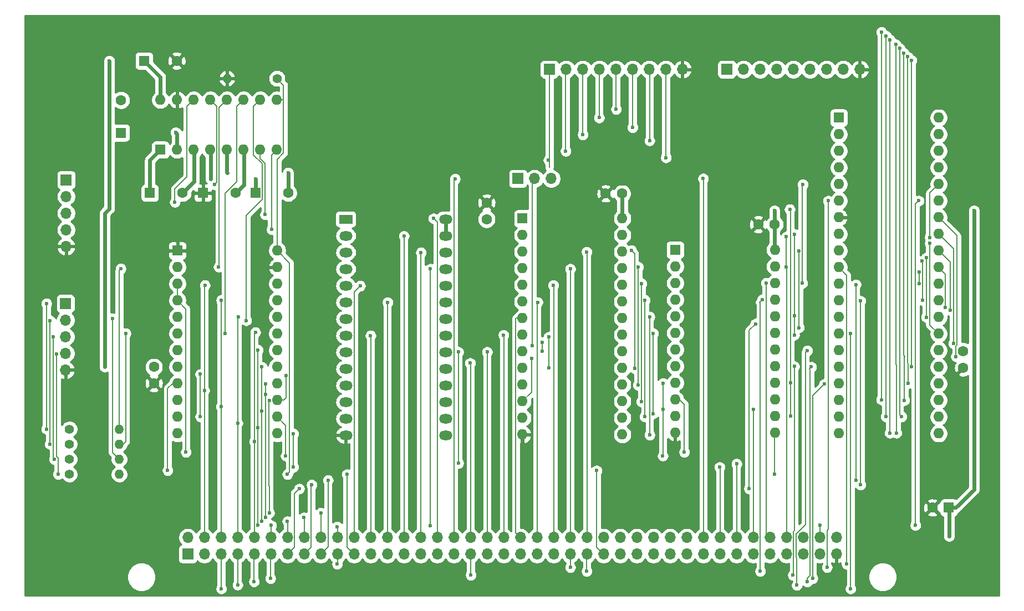
<source format=gbr>
G04 #@! TF.GenerationSoftware,KiCad,Pcbnew,5.1.5+dfsg1-2build2*
G04 #@! TF.CreationDate,2021-06-23T14:51:19-04:00*
G04 #@! TF.ProjectId,MemoryAndPeripherals,4d656d6f-7279-4416-9e64-506572697068,1*
G04 #@! TF.SameCoordinates,Original*
G04 #@! TF.FileFunction,Copper,L1,Top*
G04 #@! TF.FilePolarity,Positive*
%FSLAX46Y46*%
G04 Gerber Fmt 4.6, Leading zero omitted, Abs format (unit mm)*
G04 Created by KiCad (PCBNEW 5.1.5+dfsg1-2build2) date 2021-06-23 14:51:19*
%MOMM*%
%LPD*%
G04 APERTURE LIST*
%ADD10R,1.600000X1.600000*%
%ADD11C,1.600000*%
%ADD12R,1.700000X1.700000*%
%ADD13O,1.700000X1.700000*%
%ADD14C,1.400000*%
%ADD15O,1.400000X1.400000*%
%ADD16R,2.000000X1.440000*%
%ADD17O,2.000000X1.440000*%
%ADD18O,1.600000X1.600000*%
%ADD19C,0.600000*%
%ADD20C,0.600000*%
%ADD21C,0.200000*%
%ADD22C,0.254000*%
G04 APERTURE END LIST*
D10*
X141700000Y-75900000D03*
D11*
X139200000Y-75900000D03*
X71100000Y-31800000D03*
X71100000Y-29300000D03*
X89300000Y-27900000D03*
X91800000Y-27900000D03*
X143900000Y-52000000D03*
X143900000Y-54500000D03*
X112600000Y-32600000D03*
X115100000Y-32600000D03*
X20300000Y-54400000D03*
X20300000Y-56900000D03*
X24700000Y-27800000D03*
D10*
X19700000Y-27800000D03*
X35800000Y-27800000D03*
D11*
X40800000Y-27800000D03*
X15300000Y-13600000D03*
D10*
X15300000Y-18600000D03*
X18800000Y-7600000D03*
D11*
X23800000Y-7600000D03*
D10*
X27800000Y-27800000D03*
D11*
X32800000Y-27800000D03*
D12*
X6800000Y-44700000D03*
D13*
X6800000Y-47240000D03*
X6800000Y-49780000D03*
X6800000Y-52320000D03*
X6800000Y-54860000D03*
X6900000Y-35960000D03*
X6900000Y-33420000D03*
X6900000Y-30880000D03*
X6900000Y-28340000D03*
D12*
X6900000Y-25800000D03*
D13*
X101020000Y-8900000D03*
X98480000Y-8900000D03*
X95940000Y-8900000D03*
X93400000Y-8900000D03*
X90860000Y-8900000D03*
X88320000Y-8900000D03*
X85780000Y-8900000D03*
X83240000Y-8900000D03*
D12*
X80700000Y-8900000D03*
X107800000Y-8900000D03*
D13*
X110340000Y-8900000D03*
X112880000Y-8900000D03*
X115420000Y-8900000D03*
X117960000Y-8900000D03*
X120500000Y-8900000D03*
X123040000Y-8900000D03*
X125580000Y-8900000D03*
X128120000Y-8900000D03*
D14*
X7400000Y-63900000D03*
D15*
X15020000Y-63900000D03*
X15020000Y-66200000D03*
D14*
X7400000Y-66200000D03*
X7400000Y-68500000D03*
D15*
X15020000Y-68500000D03*
X15020000Y-70800000D03*
D14*
X7400000Y-70800000D03*
X39100000Y-10300000D03*
D15*
X31480000Y-10300000D03*
D16*
X49600000Y-31800000D03*
D17*
X64840000Y-31800000D03*
X49600000Y-34340000D03*
X64840000Y-34340000D03*
X49600000Y-36880000D03*
X64840000Y-36880000D03*
X49600000Y-39420000D03*
X64840000Y-39420000D03*
X49600000Y-41960000D03*
X64840000Y-41960000D03*
X49600000Y-44500000D03*
X64840000Y-44500000D03*
X49600000Y-47040000D03*
X64840000Y-47040000D03*
X49600000Y-49580000D03*
X64840000Y-49580000D03*
X49600000Y-52120000D03*
X64840000Y-52120000D03*
X49600000Y-54660000D03*
X64840000Y-54660000D03*
X49600000Y-57200000D03*
X64840000Y-57200000D03*
X49600000Y-59740000D03*
X64840000Y-59740000D03*
X49600000Y-62280000D03*
X64840000Y-62280000D03*
X49600000Y-64820000D03*
X64840000Y-64820000D03*
D10*
X76600000Y-31700000D03*
D18*
X91840000Y-64720000D03*
X76600000Y-34240000D03*
X91840000Y-62180000D03*
X76600000Y-36780000D03*
X91840000Y-59640000D03*
X76600000Y-39320000D03*
X91840000Y-57100000D03*
X76600000Y-41860000D03*
X91840000Y-54560000D03*
X76600000Y-44400000D03*
X91840000Y-52020000D03*
X76600000Y-46940000D03*
X91840000Y-49480000D03*
X76600000Y-49480000D03*
X91840000Y-46940000D03*
X76600000Y-52020000D03*
X91840000Y-44400000D03*
X76600000Y-54560000D03*
X91840000Y-41860000D03*
X76600000Y-57100000D03*
X91840000Y-39320000D03*
X76600000Y-59640000D03*
X91840000Y-36780000D03*
X76600000Y-62180000D03*
X91840000Y-34240000D03*
X76600000Y-64720000D03*
X91840000Y-31700000D03*
X140140000Y-16300000D03*
X124900000Y-64560000D03*
X140140000Y-18840000D03*
X124900000Y-62020000D03*
X140140000Y-21380000D03*
X124900000Y-59480000D03*
X140140000Y-23920000D03*
X124900000Y-56940000D03*
X140140000Y-26460000D03*
X124900000Y-54400000D03*
X140140000Y-29000000D03*
X124900000Y-51860000D03*
X140140000Y-31540000D03*
X124900000Y-49320000D03*
X140140000Y-34080000D03*
X124900000Y-46780000D03*
X140140000Y-36620000D03*
X124900000Y-44240000D03*
X140140000Y-39160000D03*
X124900000Y-41700000D03*
X140140000Y-41700000D03*
X124900000Y-39160000D03*
X140140000Y-44240000D03*
X124900000Y-36620000D03*
X140140000Y-46780000D03*
X124900000Y-34080000D03*
X140140000Y-49320000D03*
X124900000Y-31540000D03*
X140140000Y-51860000D03*
X124900000Y-29000000D03*
X140140000Y-54400000D03*
X124900000Y-26460000D03*
X140140000Y-56940000D03*
X124900000Y-23920000D03*
X140140000Y-59480000D03*
X124900000Y-21380000D03*
X140140000Y-62020000D03*
X124900000Y-18840000D03*
X140140000Y-64560000D03*
D10*
X124900000Y-16300000D03*
D18*
X115140000Y-36500000D03*
X99900000Y-64440000D03*
X115140000Y-39040000D03*
X99900000Y-61900000D03*
X115140000Y-41580000D03*
X99900000Y-59360000D03*
X115140000Y-44120000D03*
X99900000Y-56820000D03*
X115140000Y-46660000D03*
X99900000Y-54280000D03*
X115140000Y-49200000D03*
X99900000Y-51740000D03*
X115140000Y-51740000D03*
X99900000Y-49200000D03*
X115140000Y-54280000D03*
X99900000Y-46660000D03*
X115140000Y-56820000D03*
X99900000Y-44120000D03*
X115140000Y-59360000D03*
X99900000Y-41580000D03*
X115140000Y-61900000D03*
X99900000Y-39040000D03*
X115140000Y-64440000D03*
D10*
X99900000Y-36500000D03*
X23900000Y-36600000D03*
D18*
X39140000Y-64540000D03*
X23900000Y-39140000D03*
X39140000Y-62000000D03*
X23900000Y-41680000D03*
X39140000Y-59460000D03*
X23900000Y-44220000D03*
X39140000Y-56920000D03*
X23900000Y-46760000D03*
X39140000Y-54380000D03*
X23900000Y-49300000D03*
X39140000Y-51840000D03*
X23900000Y-51840000D03*
X39140000Y-49300000D03*
X23900000Y-54380000D03*
X39140000Y-46760000D03*
X23900000Y-56920000D03*
X39140000Y-44220000D03*
X23900000Y-59460000D03*
X39140000Y-41680000D03*
X23900000Y-62000000D03*
X39140000Y-39140000D03*
X23900000Y-64540000D03*
X39140000Y-36600000D03*
D10*
X21300000Y-21200000D03*
D18*
X39080000Y-13580000D03*
X23840000Y-21200000D03*
X36540000Y-13580000D03*
X26380000Y-21200000D03*
X34000000Y-13580000D03*
X28920000Y-21200000D03*
X31460000Y-13580000D03*
X31460000Y-21200000D03*
X28920000Y-13580000D03*
X34000000Y-21200000D03*
X26380000Y-13580000D03*
X36540000Y-21200000D03*
X23840000Y-13580000D03*
X39080000Y-21200000D03*
X21300000Y-13580000D03*
D12*
X25470000Y-83000000D03*
D13*
X25470000Y-80460000D03*
X28010000Y-83000000D03*
X28010000Y-80460000D03*
X30550000Y-83000000D03*
X30550000Y-80460000D03*
X33090000Y-83000000D03*
X33090000Y-80460000D03*
X35630000Y-83000000D03*
X35630000Y-80460000D03*
X38170000Y-83000000D03*
X38170000Y-80460000D03*
X40710000Y-83000000D03*
X40710000Y-80460000D03*
X43250000Y-83000000D03*
X43250000Y-80460000D03*
X45790000Y-83000000D03*
X45790000Y-80460000D03*
X48330000Y-83000000D03*
X48330000Y-80460000D03*
X50870000Y-83000000D03*
X50870000Y-80460000D03*
X53410000Y-83000000D03*
X53410000Y-80460000D03*
X55950000Y-83000000D03*
X55950000Y-80460000D03*
X58490000Y-83000000D03*
X58490000Y-80460000D03*
X61030000Y-83000000D03*
X61030000Y-80460000D03*
X63570000Y-83000000D03*
X63570000Y-80460000D03*
X66110000Y-83000000D03*
X66110000Y-80460000D03*
X68650000Y-83000000D03*
X68650000Y-80460000D03*
X71190000Y-83000000D03*
X71190000Y-80460000D03*
X73730000Y-83000000D03*
X73730000Y-80460000D03*
X76270000Y-83000000D03*
X76270000Y-80460000D03*
X78810000Y-83000000D03*
X78810000Y-80460000D03*
X81350000Y-83000000D03*
X81350000Y-80460000D03*
X83890000Y-83000000D03*
X83890000Y-80460000D03*
X86430000Y-83000000D03*
X86430000Y-80460000D03*
X88970000Y-83000000D03*
X88970000Y-80460000D03*
X91510000Y-83000000D03*
X91510000Y-80460000D03*
X94050000Y-83000000D03*
X94050000Y-80460000D03*
X96590000Y-83000000D03*
X96590000Y-80460000D03*
X99130000Y-83000000D03*
X99130000Y-80460000D03*
X101670000Y-83000000D03*
X101670000Y-80460000D03*
X104210000Y-83000000D03*
X104210000Y-80460000D03*
X106750000Y-83000000D03*
X106750000Y-80460000D03*
X109290000Y-83000000D03*
X109290000Y-80460000D03*
X111830000Y-83000000D03*
X111830000Y-80460000D03*
X114370000Y-83000000D03*
X114370000Y-80460000D03*
X116910000Y-83000000D03*
X116910000Y-80460000D03*
X119450000Y-83000000D03*
X119450000Y-80460000D03*
X121990000Y-83000000D03*
X121990000Y-80460000D03*
X124530000Y-83000000D03*
X124530000Y-80460000D03*
D12*
X75895200Y-25603200D03*
D13*
X78435200Y-25603200D03*
X80975200Y-25603200D03*
D19*
X115062000Y-30480000D03*
X145542000Y-52070000D03*
X145542000Y-30480000D03*
X141732000Y-80264000D03*
X13500000Y-30200000D03*
X13500000Y-7600000D03*
X13500000Y-13600000D03*
X12800000Y-54400000D03*
X117500000Y-61900000D03*
X117412999Y-30312999D03*
X117500000Y-56800000D03*
X76606400Y-75641200D03*
X28100000Y-41900000D03*
X28010000Y-57990000D03*
X142800000Y-52800000D03*
X126700000Y-49300000D03*
X126700000Y-88300000D03*
X30600000Y-88300000D03*
X30600000Y-44200000D03*
X30550000Y-60450000D03*
X77978000Y-53086000D03*
X142400000Y-50800000D03*
X120100000Y-51900000D03*
X118500000Y-87754000D03*
X33100000Y-87700000D03*
X33200000Y-46700000D03*
X33090000Y-63010000D03*
X96539000Y-49276000D03*
X141900000Y-45700000D03*
X96539000Y-61539000D03*
X120700000Y-54400000D03*
X120100000Y-87227000D03*
X35600000Y-87200000D03*
X35800000Y-49100000D03*
X35630000Y-65770000D03*
X96012000Y-46736000D03*
X96012000Y-64770000D03*
X141200000Y-45300000D03*
X122700000Y-57000000D03*
X120900000Y-86700000D03*
X38100000Y-86700000D03*
X36200000Y-51800000D03*
X38200000Y-78600000D03*
X36157000Y-78600000D03*
X36200000Y-63700000D03*
X95307000Y-44196000D03*
X95250000Y-61976000D03*
X137173000Y-41700000D03*
X137173000Y-39900000D03*
X112200000Y-47800000D03*
X111200000Y-73000000D03*
X42500000Y-73000000D03*
X36800000Y-54400000D03*
X40700000Y-78000000D03*
X36800000Y-78000000D03*
X36800000Y-61100000D03*
X94780000Y-41656000D03*
X94742000Y-59690000D03*
X137700000Y-44200000D03*
X137600000Y-38227000D03*
X44400000Y-72400000D03*
X128200000Y-72400000D03*
X128200000Y-44300000D03*
X37400000Y-57000000D03*
X43200000Y-77400000D03*
X37400000Y-77400000D03*
X37400000Y-58600000D03*
X94253000Y-39116000D03*
X94234000Y-57150000D03*
X138273000Y-37700000D03*
X138273000Y-46800000D03*
X46900000Y-71700000D03*
X127500000Y-71700000D03*
X127500000Y-41800000D03*
X37927000Y-59500000D03*
X45800000Y-76700000D03*
X37927000Y-76700000D03*
X40500000Y-55700000D03*
X93218000Y-36576000D03*
X93726000Y-54610000D03*
X138800000Y-35500000D03*
X48300000Y-84500000D03*
X126100000Y-84500000D03*
X48300000Y-78800000D03*
X62500000Y-78700000D03*
X62500000Y-39400000D03*
X49800000Y-70800000D03*
X115100000Y-70800000D03*
X51800000Y-42000000D03*
X53400000Y-49600000D03*
X56000000Y-44500000D03*
X58500000Y-34400000D03*
X61100000Y-36900000D03*
X63000000Y-31700000D03*
X66294000Y-25654000D03*
X118100000Y-54300000D03*
X117900000Y-86200000D03*
X68700000Y-86200000D03*
X68600000Y-53800000D03*
X27400000Y-55500000D03*
X27400000Y-62000000D03*
X80600000Y-49800000D03*
X80600000Y-54500000D03*
X118800000Y-48400000D03*
X118800000Y-36700000D03*
X71200000Y-52100000D03*
X79600000Y-52000000D03*
X118100000Y-49500000D03*
X118100000Y-34100000D03*
X118100000Y-46600000D03*
X79610000Y-50600000D03*
X73700000Y-49500000D03*
X78900000Y-44500000D03*
X81300000Y-41900000D03*
X123300000Y-29000000D03*
X123100000Y-85027000D03*
X83900000Y-85027000D03*
X83900000Y-39400000D03*
X113200000Y-44100000D03*
X112900000Y-85600000D03*
X86400000Y-85600000D03*
X86400000Y-36800000D03*
X87900000Y-70227000D03*
X22400000Y-70200000D03*
X41600000Y-64600000D03*
X106700000Y-69700000D03*
X41600000Y-69700000D03*
X66800000Y-52100000D03*
X66800000Y-69100000D03*
X109300000Y-69200000D03*
X98044000Y-56896000D03*
X111847001Y-60872999D03*
X98044000Y-60883800D03*
X98018600Y-67970400D03*
X40436800Y-67970400D03*
X113780000Y-41580000D03*
X119327000Y-41600000D03*
X119400000Y-26500000D03*
X116900000Y-39100000D03*
X116900000Y-34500000D03*
X138800000Y-34600000D03*
X137100000Y-29000000D03*
X136600000Y-78600000D03*
X122000000Y-78600000D03*
X35814000Y-25654000D03*
X28956000Y-25654000D03*
X31500000Y-24700000D03*
X40800000Y-24700000D03*
X23622000Y-18542000D03*
X3900000Y-63900000D03*
X3900000Y-44700000D03*
X4427000Y-47300000D03*
X4400000Y-66200000D03*
X4954000Y-49800000D03*
X5100000Y-68500000D03*
X5481000Y-52400000D03*
X5700000Y-70800000D03*
X38300000Y-33400000D03*
X37300000Y-31100000D03*
X23500000Y-29200000D03*
X29600000Y-26500000D03*
X98500000Y-22400000D03*
X96000000Y-19800000D03*
X93400000Y-17800000D03*
X90900000Y-15000000D03*
X88300000Y-16300000D03*
X85800000Y-18900000D03*
X83200000Y-21400000D03*
X80573000Y-22757000D03*
X131400000Y-59400000D03*
X131400000Y-3200000D03*
X132100000Y-62000000D03*
X132100000Y-3800000D03*
X132700000Y-64500000D03*
X132700000Y-4400000D03*
X133700000Y-64500000D03*
X133600000Y-5100000D03*
X134500000Y-62000000D03*
X134200000Y-5700000D03*
X134900000Y-59500000D03*
X134800000Y-6400000D03*
X135500000Y-56900000D03*
X135400000Y-6973000D03*
X136000000Y-54400000D03*
X136000000Y-7500000D03*
X15240000Y-39370000D03*
X30200000Y-39100000D03*
X16002000Y-49276000D03*
X31200000Y-49300000D03*
X13970000Y-46990000D03*
X34400000Y-47300000D03*
X40700000Y-70800000D03*
X101300000Y-67400000D03*
X25200000Y-67400000D03*
X104190800Y-25603200D03*
X78105000Y-51181000D03*
D20*
X64840000Y-34340000D02*
X64840000Y-31800000D01*
X115062000Y-32562000D02*
X115100000Y-32600000D01*
X115062000Y-30480000D02*
X115062000Y-32562000D01*
X115100000Y-36460000D02*
X115140000Y-36500000D01*
X115100000Y-32600000D02*
X115100000Y-36460000D01*
X21300000Y-10100000D02*
X18800000Y-7600000D01*
X21300000Y-13580000D02*
X21300000Y-10100000D01*
X141700000Y-75900000D02*
X142794000Y-75900000D01*
X145542000Y-73152000D02*
X145542000Y-52070000D01*
X142794000Y-75900000D02*
X145542000Y-73152000D01*
X145542000Y-52070000D02*
X145542000Y-30480000D01*
X91840000Y-27940000D02*
X91800000Y-27900000D01*
X91840000Y-31700000D02*
X91840000Y-27940000D01*
X141732000Y-75932000D02*
X141700000Y-75900000D01*
X141732000Y-80264000D02*
X141732000Y-75932000D01*
X13500000Y-13600000D02*
X13500000Y-7600000D01*
X13500000Y-30200000D02*
X13500000Y-13600000D01*
X13500000Y-30200000D02*
X13200001Y-30499999D01*
X12800000Y-30900000D02*
X12800000Y-54400000D01*
X13200001Y-30499999D02*
X12800000Y-30900000D01*
D21*
X117500000Y-30400000D02*
X117412999Y-30312999D01*
X117500000Y-56800000D02*
X117500000Y-30400000D01*
X117500000Y-61900000D02*
X117500000Y-56800000D01*
D20*
X23876000Y-7676000D02*
X23800000Y-7600000D01*
X27800000Y-27800000D02*
X27686000Y-27686000D01*
X23876000Y-13616000D02*
X23840000Y-13580000D01*
X99822000Y-64518000D02*
X99900000Y-64440000D01*
X144018000Y-54618000D02*
X143900000Y-54500000D01*
X139192000Y-75908000D02*
X139200000Y-75900000D01*
X101000000Y-8920000D02*
X101020000Y-8900000D01*
X76600000Y-75634800D02*
X76606400Y-75641200D01*
X76600000Y-64720000D02*
X76600000Y-75634800D01*
D21*
X28010000Y-41990000D02*
X28100000Y-41900000D01*
X28010000Y-57990000D02*
X28010000Y-41990000D01*
X28010000Y-80460000D02*
X28010000Y-57990000D01*
X142800000Y-51179962D02*
X142800000Y-52800000D01*
X142927001Y-51052961D02*
X142800000Y-51179962D01*
X142927001Y-34327001D02*
X142927001Y-51052961D01*
X140140000Y-31540000D02*
X142927001Y-34327001D01*
X126700000Y-49300000D02*
X126700000Y-88300000D01*
X126700000Y-88300000D02*
X126700000Y-88500000D01*
X30600000Y-83050000D02*
X30550000Y-83000000D01*
X30600000Y-88300000D02*
X30600000Y-83050000D01*
X30550000Y-44250000D02*
X30600000Y-44200000D01*
X30550000Y-60450000D02*
X30550000Y-44250000D01*
X30550000Y-80460000D02*
X30550000Y-60450000D01*
X77978000Y-58262000D02*
X76600000Y-59640000D01*
X77978000Y-53086000D02*
X77978000Y-58262000D01*
X142427001Y-50772999D02*
X142400000Y-50800000D01*
X142427001Y-36367001D02*
X142427001Y-50772999D01*
X140140000Y-34080000D02*
X142427001Y-36367001D01*
X118500000Y-83643962D02*
X118500000Y-87754000D01*
X118372999Y-83516961D02*
X118500000Y-83643962D01*
X118372999Y-79943039D02*
X118372999Y-83516961D01*
X119800001Y-78516037D02*
X118372999Y-79943039D01*
X119800001Y-52199999D02*
X119800001Y-78516037D01*
X120100000Y-51900000D02*
X119800001Y-52199999D01*
X33100000Y-83010000D02*
X33090000Y-83000000D01*
X33100000Y-87700000D02*
X33100000Y-83010000D01*
X33090000Y-46810000D02*
X33200000Y-46700000D01*
X33090000Y-63010000D02*
X33090000Y-46810000D01*
X33090000Y-80460000D02*
X33090000Y-63010000D01*
X141900000Y-38380000D02*
X141900000Y-45700000D01*
X140140000Y-36620000D02*
X141900000Y-38380000D01*
X96539000Y-49276000D02*
X96539000Y-61539000D01*
X120700000Y-54400000D02*
X120400000Y-54700000D01*
X120100000Y-86720038D02*
X120100000Y-87227000D01*
X120527001Y-86293037D02*
X120100000Y-86720038D01*
X120527001Y-54827001D02*
X120527001Y-86293037D01*
X120400000Y-54700000D02*
X120527001Y-54827001D01*
X35600000Y-83030000D02*
X35630000Y-83000000D01*
X35600000Y-87200000D02*
X35600000Y-83030000D01*
X35630000Y-49270000D02*
X35800000Y-49100000D01*
X35630000Y-65770000D02*
X35630000Y-49270000D01*
X35630000Y-80460000D02*
X35630000Y-65770000D01*
X96012000Y-46736000D02*
X96012000Y-64770000D01*
X141167001Y-45267001D02*
X141200000Y-45300000D01*
X141167001Y-40187001D02*
X141167001Y-45267001D01*
X140140000Y-39160000D02*
X141167001Y-40187001D01*
X120912999Y-58787001D02*
X120912999Y-81387001D01*
X122700000Y-57000000D02*
X120912999Y-58787001D01*
X120912999Y-81387001D02*
X120900000Y-81400000D01*
X120900000Y-81400000D02*
X120900000Y-86700000D01*
X38100000Y-83070000D02*
X38170000Y-83000000D01*
X38100000Y-86700000D02*
X38100000Y-83070000D01*
X38170000Y-78630000D02*
X38200000Y-78600000D01*
X38170000Y-80460000D02*
X38170000Y-78630000D01*
X36200000Y-63700000D02*
X36200000Y-51800000D01*
X36200000Y-78490000D02*
X36200000Y-63700000D01*
X95307000Y-61919000D02*
X95250000Y-61976000D01*
X95307000Y-44196000D02*
X95307000Y-61919000D01*
X137173000Y-41700000D02*
X137173000Y-39900000D01*
X111200000Y-48800000D02*
X111200000Y-73000000D01*
X112200000Y-47800000D02*
X111200000Y-48800000D01*
X41787001Y-81922999D02*
X40710000Y-83000000D01*
X41787001Y-73712999D02*
X41787001Y-81922999D01*
X42500000Y-73000000D02*
X41787001Y-73712999D01*
X40710000Y-78010000D02*
X40700000Y-78000000D01*
X40710000Y-80460000D02*
X40710000Y-78010000D01*
X36800000Y-78000000D02*
X36800000Y-76550000D01*
X36800000Y-61100000D02*
X36800000Y-54400000D01*
X36800000Y-76550000D02*
X36800000Y-61100000D01*
X94780000Y-59652000D02*
X94742000Y-59690000D01*
X94780000Y-41656000D02*
X94780000Y-59652000D01*
X137700000Y-38327000D02*
X137600000Y-38227000D01*
X137700000Y-44200000D02*
X137700000Y-38327000D01*
X44327001Y-72472999D02*
X44400000Y-72400000D01*
X44327001Y-81922999D02*
X44327001Y-72472999D01*
X43250000Y-83000000D02*
X44327001Y-81922999D01*
X128200000Y-72400000D02*
X128200000Y-44300000D01*
X43250000Y-77450000D02*
X43200000Y-77400000D01*
X43250000Y-80460000D02*
X43250000Y-77450000D01*
X37400000Y-77400000D02*
X37400000Y-74500000D01*
X37400000Y-58600000D02*
X37400000Y-57000000D01*
X37400000Y-74500000D02*
X37400000Y-58600000D01*
X94253000Y-57131000D02*
X94234000Y-57150000D01*
X94253000Y-39116000D02*
X94253000Y-57131000D01*
X138273000Y-37700000D02*
X138273000Y-46800000D01*
X46900000Y-81890000D02*
X46900000Y-71700000D01*
X45790000Y-83000000D02*
X46900000Y-81890000D01*
X127500000Y-71700000D02*
X127500000Y-41800000D01*
X37900000Y-59527000D02*
X37927000Y-59500000D01*
X37900000Y-72570000D02*
X37900000Y-59527000D01*
X45790000Y-76710000D02*
X45800000Y-76700000D01*
X45790000Y-80460000D02*
X45790000Y-76710000D01*
X37927000Y-72597000D02*
X37900000Y-72570000D01*
X37927000Y-76700000D02*
X37927000Y-72597000D01*
X40140000Y-59460000D02*
X39140000Y-59460000D01*
X40500000Y-59100000D02*
X40140000Y-59460000D01*
X40500000Y-55700000D02*
X40500000Y-59100000D01*
X93218000Y-36576000D02*
X93726000Y-37084000D01*
X93726000Y-37084000D02*
X93726000Y-54610000D01*
X138800000Y-47980000D02*
X140140000Y-49320000D01*
X138800000Y-35500000D02*
X138800000Y-47980000D01*
X48330000Y-84470000D02*
X48300000Y-84500000D01*
X48330000Y-83000000D02*
X48330000Y-84470000D01*
X126100000Y-40360000D02*
X124900000Y-39160000D01*
X126100000Y-84500000D02*
X126100000Y-40360000D01*
X48330000Y-78830000D02*
X48300000Y-78800000D01*
X48330000Y-80460000D02*
X48330000Y-78830000D01*
X62500000Y-78700000D02*
X62500000Y-39400000D01*
X49792999Y-81922999D02*
X49792999Y-79907001D01*
X50870000Y-83000000D02*
X49792999Y-81922999D01*
X49800000Y-79900000D02*
X49800000Y-70800000D01*
X49792999Y-79907001D02*
X49800000Y-79900000D01*
X115100000Y-64480000D02*
X115140000Y-64440000D01*
X115100000Y-70800000D02*
X115100000Y-64480000D01*
X50870000Y-42930000D02*
X51800000Y-42000000D01*
X50870000Y-80460000D02*
X50870000Y-42930000D01*
X53410000Y-49610000D02*
X53400000Y-49600000D01*
X53410000Y-80460000D02*
X53410000Y-49610000D01*
X55950000Y-80460000D02*
X55950000Y-44550000D01*
X55950000Y-44550000D02*
X56000000Y-44500000D01*
X58490000Y-34410000D02*
X58500000Y-34400000D01*
X58490000Y-80460000D02*
X58490000Y-34410000D01*
X61030000Y-36970000D02*
X61100000Y-36900000D01*
X61030000Y-80460000D02*
X61030000Y-36970000D01*
X63570000Y-32270000D02*
X63000000Y-31700000D01*
X63570000Y-80460000D02*
X63570000Y-32270000D01*
X66110000Y-25838000D02*
X66294000Y-25654000D01*
X66110000Y-80460000D02*
X66110000Y-25838000D01*
X118100000Y-54300000D02*
X118100000Y-79400000D01*
X118100000Y-79400000D02*
X117987001Y-79512999D01*
X117987001Y-86112999D02*
X117900000Y-86200000D01*
X117987001Y-79512999D02*
X117987001Y-86112999D01*
X68700000Y-83050000D02*
X68650000Y-83000000D01*
X68700000Y-86200000D02*
X68700000Y-83050000D01*
X68650000Y-53850000D02*
X68600000Y-53800000D01*
X68650000Y-80460000D02*
X68650000Y-53850000D01*
X27400000Y-55500000D02*
X27400000Y-62000000D01*
X80600000Y-49800000D02*
X80600000Y-54500000D01*
X118800000Y-48400000D02*
X118800000Y-36700000D01*
X71190000Y-52110000D02*
X71200000Y-52100000D01*
X71190000Y-80460000D02*
X71190000Y-52110000D01*
X118100000Y-46500000D02*
X118100000Y-46600000D01*
X118100000Y-49500000D02*
X118100000Y-46500000D01*
X118100000Y-46500000D02*
X118100000Y-34100000D01*
X79600000Y-52000000D02*
X79610000Y-50600000D01*
X73730000Y-49530000D02*
X73700000Y-49500000D01*
X73730000Y-80460000D02*
X73730000Y-49530000D01*
X75572999Y-79762999D02*
X75572999Y-47027001D01*
X76270000Y-80460000D02*
X75572999Y-79762999D01*
X75660000Y-46940000D02*
X76600000Y-46940000D01*
X75572999Y-47027001D02*
X75660000Y-46940000D01*
X78810000Y-44590000D02*
X78900000Y-44500000D01*
X78810000Y-80460000D02*
X78810000Y-44590000D01*
X81350000Y-41950000D02*
X81300000Y-41900000D01*
X81350000Y-80460000D02*
X81350000Y-41950000D01*
X123300000Y-29000000D02*
X123300000Y-79000000D01*
X123300000Y-79000000D02*
X123300000Y-79200000D01*
X123300000Y-79200000D02*
X123100000Y-79400000D01*
X123100000Y-79400000D02*
X123100000Y-85027000D01*
X83900000Y-83010000D02*
X83890000Y-83000000D01*
X83900000Y-85027000D02*
X83900000Y-83010000D01*
X83890000Y-39410000D02*
X83900000Y-39400000D01*
X83890000Y-80460000D02*
X83890000Y-39410000D01*
X113200000Y-44100000D02*
X112800000Y-44500000D01*
X112907001Y-85592999D02*
X112900000Y-85600000D01*
X112907001Y-44607001D02*
X112907001Y-85592999D01*
X112800000Y-44500000D02*
X112907001Y-44607001D01*
X86400000Y-83030000D02*
X86430000Y-83000000D01*
X86400000Y-85600000D02*
X86400000Y-83030000D01*
X86430000Y-36830000D02*
X86400000Y-36800000D01*
X86430000Y-80460000D02*
X86430000Y-36830000D01*
X88970000Y-83000000D02*
X87892999Y-81922999D01*
X87892999Y-70234001D02*
X87900000Y-70227000D01*
X87892999Y-81922999D02*
X87892999Y-70234001D01*
X22400000Y-70200000D02*
X22400000Y-57700000D01*
X23180000Y-56920000D02*
X23900000Y-56920000D01*
X22400000Y-57700000D02*
X23180000Y-56920000D01*
X41600000Y-64600000D02*
X41600000Y-68900000D01*
X106750000Y-69750000D02*
X106700000Y-69700000D01*
X106750000Y-80460000D02*
X106750000Y-69750000D01*
X41600000Y-69700000D02*
X41600000Y-68900000D01*
X66800000Y-52100000D02*
X66800000Y-69100000D01*
X109300000Y-80450000D02*
X109290000Y-80460000D01*
X109300000Y-69200000D02*
X109300000Y-80450000D01*
X111830000Y-60890000D02*
X111847001Y-60872999D01*
X111830000Y-80460000D02*
X111830000Y-60890000D01*
X98044000Y-60883800D02*
X98044000Y-56896000D01*
X98044000Y-67945000D02*
X98018600Y-67970400D01*
X98044000Y-60883800D02*
X98044000Y-67945000D01*
X40436800Y-63296800D02*
X39140000Y-62000000D01*
X40436800Y-67970400D02*
X40436800Y-63296800D01*
X113780000Y-79870000D02*
X113780000Y-41580000D01*
X114370000Y-80460000D02*
X113780000Y-79870000D01*
X119327000Y-26573000D02*
X119400000Y-26500000D01*
X119327000Y-41600000D02*
X119327000Y-26573000D01*
X116910000Y-39110000D02*
X116900000Y-39100000D01*
X116910000Y-80460000D02*
X116910000Y-39110000D01*
X116900000Y-39100000D02*
X116900000Y-34500000D01*
X138800000Y-27800000D02*
X140140000Y-26460000D01*
X138800000Y-34600000D02*
X138800000Y-27800000D01*
X136600000Y-29500000D02*
X136600000Y-78600000D01*
X137100000Y-29000000D02*
X136600000Y-29500000D01*
X122000000Y-80450000D02*
X121990000Y-80460000D01*
X122000000Y-78600000D02*
X122000000Y-80450000D01*
D20*
X24700000Y-27800000D02*
X26416000Y-26084000D01*
X26416000Y-21236000D02*
X26380000Y-21200000D01*
X26416000Y-26084000D02*
X26416000Y-21236000D01*
X19700000Y-22800000D02*
X21300000Y-21200000D01*
X19700000Y-27800000D02*
X19700000Y-22800000D01*
X35800000Y-25668000D02*
X35814000Y-25654000D01*
X35800000Y-27800000D02*
X35800000Y-25668000D01*
X28956000Y-21236000D02*
X28920000Y-21200000D01*
X28956000Y-25654000D02*
X28956000Y-21236000D01*
X31460000Y-24660000D02*
X31500000Y-24700000D01*
X31460000Y-21200000D02*
X31460000Y-24660000D01*
X40800000Y-24700000D02*
X40800000Y-27800000D01*
X23840000Y-18760000D02*
X23622000Y-18542000D01*
X23840000Y-21200000D02*
X23840000Y-18760000D01*
X32800000Y-27800000D02*
X34036000Y-26564000D01*
X34036000Y-21236000D02*
X34000000Y-21200000D01*
X34036000Y-26564000D02*
X34036000Y-21236000D01*
D21*
X3900000Y-63900000D02*
X3900000Y-44700000D01*
X4427000Y-66173000D02*
X4400000Y-66200000D01*
X4427000Y-47300000D02*
X4427000Y-66173000D01*
X4954000Y-68354000D02*
X5100000Y-68500000D01*
X4954000Y-49800000D02*
X4954000Y-68354000D01*
X5481000Y-68101038D02*
X5700000Y-68320038D01*
X5481000Y-52400000D02*
X5481000Y-68101038D01*
X5700000Y-68320038D02*
X5700000Y-70800000D01*
X38280001Y-33380001D02*
X38300000Y-33400000D01*
X38280001Y-21999999D02*
X38280001Y-33380001D01*
X39080000Y-21200000D02*
X38280001Y-21999999D01*
X36540000Y-21200000D02*
X36540000Y-22540000D01*
X37300000Y-23300000D02*
X37300000Y-31100000D01*
X36540000Y-22540000D02*
X37300000Y-23300000D01*
X25352999Y-14607001D02*
X25352999Y-25347001D01*
X26380000Y-13580000D02*
X25352999Y-14607001D01*
X23500000Y-27200000D02*
X23500000Y-29200000D01*
X25352999Y-25347001D02*
X23500000Y-27200000D01*
X29947001Y-14607001D02*
X28920000Y-13580000D01*
X29947001Y-26152999D02*
X29947001Y-14607001D01*
X29600000Y-26500000D02*
X29947001Y-26152999D01*
X98500000Y-8920000D02*
X98480000Y-8900000D01*
X98500000Y-22400000D02*
X98500000Y-8920000D01*
X96000000Y-8960000D02*
X95940000Y-8900000D01*
X96000000Y-19800000D02*
X96000000Y-8960000D01*
X93400000Y-17800000D02*
X93400000Y-8900000D01*
X90900000Y-8940000D02*
X90860000Y-8900000D01*
X90900000Y-15000000D02*
X90900000Y-8940000D01*
X88300000Y-8920000D02*
X88320000Y-8900000D01*
X88300000Y-16300000D02*
X88300000Y-8920000D01*
X85800000Y-8920000D02*
X85780000Y-8900000D01*
X85800000Y-18900000D02*
X85800000Y-8920000D01*
X83200000Y-8940000D02*
X83240000Y-8900000D01*
X83200000Y-21400000D02*
X83200000Y-8940000D01*
X80700000Y-23900000D02*
X80700000Y-8900000D01*
X131400000Y-59400000D02*
X131400000Y-51500000D01*
X131400000Y-51500000D02*
X131400000Y-39800000D01*
X131400000Y-39800000D02*
X131400000Y-32300000D01*
X131400000Y-32300000D02*
X131400000Y-3200000D01*
X132100000Y-62000000D02*
X132100000Y-56300000D01*
X132100000Y-56300000D02*
X132100000Y-24800000D01*
X132100000Y-24800000D02*
X132100000Y-14200000D01*
X132100000Y-14200000D02*
X132100000Y-3800000D01*
X132700000Y-64500000D02*
X132700000Y-28500000D01*
X132700000Y-28500000D02*
X132700000Y-4400000D01*
X133700000Y-64500000D02*
X133700000Y-61400000D01*
X133700000Y-61400000D02*
X133700000Y-54100000D01*
X133600000Y-54000000D02*
X133600000Y-5100000D01*
X133700000Y-54100000D02*
X133600000Y-54000000D01*
X134200001Y-61700001D02*
X134200001Y-58899999D01*
X134500000Y-62000000D02*
X134200001Y-61700001D01*
X134200001Y-58899999D02*
X134200000Y-58899998D01*
X134200000Y-58899998D02*
X134200000Y-5700000D01*
X134900000Y-59500000D02*
X134900000Y-54000000D01*
X134900000Y-52900000D02*
X135000000Y-52800000D01*
X134900000Y-54000000D02*
X134900000Y-52900000D01*
X134800000Y-52600000D02*
X134800000Y-6400000D01*
X135000000Y-52800000D02*
X134800000Y-52600000D01*
X135500000Y-56900000D02*
X135472999Y-56872999D01*
X135472999Y-53927001D02*
X135500000Y-53900000D01*
X135472999Y-56872999D02*
X135472999Y-53927001D01*
X135400000Y-53800000D02*
X135400000Y-6973000D01*
X135500000Y-53900000D02*
X135400000Y-53800000D01*
X136000000Y-54400000D02*
X136000000Y-7500000D01*
X15020000Y-39590000D02*
X15240000Y-39370000D01*
X15020000Y-63900000D02*
X15020000Y-39590000D01*
X31460000Y-13580000D02*
X30274011Y-14765989D01*
X30274011Y-39025989D02*
X30200000Y-39100000D01*
X30274011Y-14765989D02*
X30274011Y-39025989D01*
X15020000Y-66200000D02*
X15588000Y-66200000D01*
X16002000Y-65786000D02*
X16002000Y-49276000D01*
X15588000Y-66200000D02*
X16002000Y-65786000D01*
X32972999Y-14607001D02*
X32972999Y-26107039D01*
X31200000Y-27880038D02*
X31200000Y-49300000D01*
X32972999Y-26107039D02*
X31200000Y-27880038D01*
X34000000Y-13580000D02*
X32972999Y-14607001D01*
X13970000Y-67450000D02*
X15020000Y-68500000D01*
X13970000Y-46990000D02*
X13970000Y-67450000D01*
X34400000Y-31208602D02*
X34400000Y-47300000D01*
X36827001Y-28781601D02*
X34400000Y-31208602D01*
X36827001Y-23289461D02*
X36827001Y-28781601D01*
X35512999Y-21975459D02*
X36827001Y-23289461D01*
X35512999Y-14607001D02*
X35512999Y-21975459D01*
X36540000Y-13580000D02*
X35512999Y-14607001D01*
X41027001Y-38487001D02*
X39140000Y-36600000D01*
X41027001Y-70472999D02*
X41027001Y-38487001D01*
X40700000Y-70800000D02*
X41027001Y-70472999D01*
X40107001Y-11307001D02*
X39100000Y-10300000D01*
X39140000Y-22659962D02*
X40107001Y-21692961D01*
X39140000Y-36600000D02*
X39140000Y-22659962D01*
X40014000Y-13580000D02*
X40107001Y-13486999D01*
X39080000Y-13580000D02*
X40014000Y-13580000D01*
X40107001Y-13486999D02*
X40107001Y-11307001D01*
X40107001Y-21692961D02*
X40107001Y-13486999D01*
X99900000Y-59360000D02*
X100560000Y-59360000D01*
X101300000Y-60100000D02*
X101300000Y-67400000D01*
X100560000Y-59360000D02*
X101300000Y-60100000D01*
X25200000Y-45520000D02*
X23900000Y-44220000D01*
X25200000Y-67400000D02*
X25200000Y-45520000D01*
X23900000Y-41680000D02*
X23900000Y-44220000D01*
X104210000Y-25622400D02*
X104190800Y-25603200D01*
X104210000Y-80460000D02*
X104210000Y-25622400D01*
X78105000Y-25933400D02*
X78435200Y-25603200D01*
X78105000Y-51181000D02*
X78105000Y-25933400D01*
D22*
G36*
X149345950Y-89345950D02*
G01*
X654050Y-89345950D01*
X654050Y-86279872D01*
X16165000Y-86279872D01*
X16165000Y-86720128D01*
X16250890Y-87151925D01*
X16419369Y-87558669D01*
X16663962Y-87924729D01*
X16975271Y-88236038D01*
X17341331Y-88480631D01*
X17748075Y-88649110D01*
X18179872Y-88735000D01*
X18620128Y-88735000D01*
X19051925Y-88649110D01*
X19458669Y-88480631D01*
X19824729Y-88236038D01*
X20136038Y-87924729D01*
X20380631Y-87558669D01*
X20549110Y-87151925D01*
X20635000Y-86720128D01*
X20635000Y-86279872D01*
X20549110Y-85848075D01*
X20380631Y-85441331D01*
X20136038Y-85075271D01*
X19824729Y-84763962D01*
X19458669Y-84519369D01*
X19051925Y-84350890D01*
X18620128Y-84265000D01*
X18179872Y-84265000D01*
X17748075Y-84350890D01*
X17341331Y-84519369D01*
X16975271Y-84763962D01*
X16663962Y-85075271D01*
X16419369Y-85441331D01*
X16250890Y-85848075D01*
X16165000Y-86279872D01*
X654050Y-86279872D01*
X654050Y-44607911D01*
X2965000Y-44607911D01*
X2965000Y-44792089D01*
X3000932Y-44972729D01*
X3071414Y-45142889D01*
X3165001Y-45282952D01*
X3165000Y-63317049D01*
X3071414Y-63457111D01*
X3000932Y-63627271D01*
X2965000Y-63807911D01*
X2965000Y-63992089D01*
X3000932Y-64172729D01*
X3071414Y-64342889D01*
X3173738Y-64496028D01*
X3303972Y-64626262D01*
X3457111Y-64728586D01*
X3627271Y-64799068D01*
X3692001Y-64811944D01*
X3692001Y-65585709D01*
X3673738Y-65603972D01*
X3571414Y-65757111D01*
X3500932Y-65927271D01*
X3465000Y-66107911D01*
X3465000Y-66292089D01*
X3500932Y-66472729D01*
X3571414Y-66642889D01*
X3673738Y-66796028D01*
X3803972Y-66926262D01*
X3957111Y-67028586D01*
X4127271Y-67099068D01*
X4219001Y-67117314D01*
X4219001Y-68183648D01*
X4200932Y-68227271D01*
X4165000Y-68407911D01*
X4165000Y-68592089D01*
X4200932Y-68772729D01*
X4271414Y-68942889D01*
X4373738Y-69096028D01*
X4503972Y-69226262D01*
X4657111Y-69328586D01*
X4827271Y-69399068D01*
X4965000Y-69426464D01*
X4965001Y-70217048D01*
X4871414Y-70357111D01*
X4800932Y-70527271D01*
X4765000Y-70707911D01*
X4765000Y-70892089D01*
X4800932Y-71072729D01*
X4871414Y-71242889D01*
X4973738Y-71396028D01*
X5103972Y-71526262D01*
X5257111Y-71628586D01*
X5427271Y-71699068D01*
X5607911Y-71735000D01*
X5792089Y-71735000D01*
X5972729Y-71699068D01*
X6142889Y-71628586D01*
X6284728Y-71533813D01*
X6363038Y-71651013D01*
X6548987Y-71836962D01*
X6767641Y-71983061D01*
X7010595Y-72083696D01*
X7268514Y-72135000D01*
X7531486Y-72135000D01*
X7789405Y-72083696D01*
X8032359Y-71983061D01*
X8251013Y-71836962D01*
X8436962Y-71651013D01*
X8583061Y-71432359D01*
X8683696Y-71189405D01*
X8735000Y-70931486D01*
X8735000Y-70668514D01*
X8683696Y-70410595D01*
X8583061Y-70167641D01*
X8436962Y-69948987D01*
X8251013Y-69763038D01*
X8081839Y-69650000D01*
X8251013Y-69536962D01*
X8436962Y-69351013D01*
X8583061Y-69132359D01*
X8683696Y-68889405D01*
X8735000Y-68631486D01*
X8735000Y-68368514D01*
X8683696Y-68110595D01*
X8583061Y-67867641D01*
X8436962Y-67648987D01*
X8251013Y-67463038D01*
X8081839Y-67350000D01*
X8251013Y-67236962D01*
X8436962Y-67051013D01*
X8583061Y-66832359D01*
X8683696Y-66589405D01*
X8735000Y-66331486D01*
X8735000Y-66068514D01*
X8683696Y-65810595D01*
X8583061Y-65567641D01*
X8436962Y-65348987D01*
X8251013Y-65163038D01*
X8081839Y-65050000D01*
X8251013Y-64936962D01*
X8436962Y-64751013D01*
X8583061Y-64532359D01*
X8683696Y-64289405D01*
X8735000Y-64031486D01*
X8735000Y-63768514D01*
X8683696Y-63510595D01*
X8583061Y-63267641D01*
X8436962Y-63048987D01*
X8251013Y-62863038D01*
X8032359Y-62716939D01*
X7789405Y-62616304D01*
X7531486Y-62565000D01*
X7268514Y-62565000D01*
X7010595Y-62616304D01*
X6767641Y-62716939D01*
X6548987Y-62863038D01*
X6363038Y-63048987D01*
X6216939Y-63267641D01*
X6216000Y-63269908D01*
X6216000Y-56220919D01*
X6443109Y-56301481D01*
X6673000Y-56180814D01*
X6673000Y-54987000D01*
X6927000Y-54987000D01*
X6927000Y-56180814D01*
X7156891Y-56301481D01*
X7431252Y-56204157D01*
X7681355Y-56055178D01*
X7897588Y-55860269D01*
X8071641Y-55626920D01*
X8196825Y-55364099D01*
X8241476Y-55216890D01*
X8120155Y-54987000D01*
X6927000Y-54987000D01*
X6673000Y-54987000D01*
X6653000Y-54987000D01*
X6653000Y-54733000D01*
X6673000Y-54733000D01*
X6673000Y-54713000D01*
X6927000Y-54713000D01*
X6927000Y-54733000D01*
X8120155Y-54733000D01*
X8241476Y-54503110D01*
X8196825Y-54355901D01*
X8071641Y-54093080D01*
X7897588Y-53859731D01*
X7681355Y-53664822D01*
X7564466Y-53595195D01*
X7746632Y-53473475D01*
X7953475Y-53266632D01*
X8115990Y-53023411D01*
X8227932Y-52753158D01*
X8285000Y-52466260D01*
X8285000Y-52173740D01*
X8227932Y-51886842D01*
X8115990Y-51616589D01*
X7953475Y-51373368D01*
X7746632Y-51166525D01*
X7572240Y-51050000D01*
X7746632Y-50933475D01*
X7953475Y-50726632D01*
X8115990Y-50483411D01*
X8227932Y-50213158D01*
X8285000Y-49926260D01*
X8285000Y-49633740D01*
X8227932Y-49346842D01*
X8115990Y-49076589D01*
X7953475Y-48833368D01*
X7746632Y-48626525D01*
X7572240Y-48510000D01*
X7746632Y-48393475D01*
X7953475Y-48186632D01*
X8115990Y-47943411D01*
X8227932Y-47673158D01*
X8285000Y-47386260D01*
X8285000Y-47093740D01*
X8227932Y-46806842D01*
X8115990Y-46536589D01*
X7953475Y-46293368D01*
X7821620Y-46161513D01*
X7894180Y-46139502D01*
X8004494Y-46080537D01*
X8101185Y-46001185D01*
X8180537Y-45904494D01*
X8239502Y-45794180D01*
X8275812Y-45674482D01*
X8288072Y-45550000D01*
X8288072Y-43850000D01*
X8275812Y-43725518D01*
X8239502Y-43605820D01*
X8180537Y-43495506D01*
X8101185Y-43398815D01*
X8004494Y-43319463D01*
X7894180Y-43260498D01*
X7774482Y-43224188D01*
X7650000Y-43211928D01*
X5950000Y-43211928D01*
X5825518Y-43224188D01*
X5705820Y-43260498D01*
X5595506Y-43319463D01*
X5498815Y-43398815D01*
X5419463Y-43495506D01*
X5360498Y-43605820D01*
X5324188Y-43725518D01*
X5311928Y-43850000D01*
X5311928Y-45550000D01*
X5324188Y-45674482D01*
X5360498Y-45794180D01*
X5419463Y-45904494D01*
X5498815Y-46001185D01*
X5595506Y-46080537D01*
X5705820Y-46139502D01*
X5778380Y-46161513D01*
X5646525Y-46293368D01*
X5484010Y-46536589D01*
X5372068Y-46806842D01*
X5327145Y-47032684D01*
X5326068Y-47027271D01*
X5255586Y-46857111D01*
X5153262Y-46703972D01*
X5023028Y-46573738D01*
X4869889Y-46471414D01*
X4699729Y-46400932D01*
X4635000Y-46388056D01*
X4635000Y-45282951D01*
X4728586Y-45142889D01*
X4799068Y-44972729D01*
X4835000Y-44792089D01*
X4835000Y-44607911D01*
X4799068Y-44427271D01*
X4728586Y-44257111D01*
X4626262Y-44103972D01*
X4496028Y-43973738D01*
X4342889Y-43871414D01*
X4172729Y-43800932D01*
X3992089Y-43765000D01*
X3807911Y-43765000D01*
X3627271Y-43800932D01*
X3457111Y-43871414D01*
X3303972Y-43973738D01*
X3173738Y-44103972D01*
X3071414Y-44257111D01*
X3000932Y-44427271D01*
X2965000Y-44607911D01*
X654050Y-44607911D01*
X654050Y-36316890D01*
X5458524Y-36316890D01*
X5503175Y-36464099D01*
X5628359Y-36726920D01*
X5802412Y-36960269D01*
X6018645Y-37155178D01*
X6268748Y-37304157D01*
X6543109Y-37401481D01*
X6773000Y-37280814D01*
X6773000Y-36087000D01*
X7027000Y-36087000D01*
X7027000Y-37280814D01*
X7256891Y-37401481D01*
X7531252Y-37304157D01*
X7781355Y-37155178D01*
X7997588Y-36960269D01*
X8171641Y-36726920D01*
X8296825Y-36464099D01*
X8341476Y-36316890D01*
X8220155Y-36087000D01*
X7027000Y-36087000D01*
X6773000Y-36087000D01*
X5579845Y-36087000D01*
X5458524Y-36316890D01*
X654050Y-36316890D01*
X654050Y-24950000D01*
X5411928Y-24950000D01*
X5411928Y-26650000D01*
X5424188Y-26774482D01*
X5460498Y-26894180D01*
X5519463Y-27004494D01*
X5598815Y-27101185D01*
X5695506Y-27180537D01*
X5805820Y-27239502D01*
X5878380Y-27261513D01*
X5746525Y-27393368D01*
X5584010Y-27636589D01*
X5472068Y-27906842D01*
X5415000Y-28193740D01*
X5415000Y-28486260D01*
X5472068Y-28773158D01*
X5584010Y-29043411D01*
X5746525Y-29286632D01*
X5953368Y-29493475D01*
X6127760Y-29610000D01*
X5953368Y-29726525D01*
X5746525Y-29933368D01*
X5584010Y-30176589D01*
X5472068Y-30446842D01*
X5415000Y-30733740D01*
X5415000Y-31026260D01*
X5472068Y-31313158D01*
X5584010Y-31583411D01*
X5746525Y-31826632D01*
X5953368Y-32033475D01*
X6127760Y-32150000D01*
X5953368Y-32266525D01*
X5746525Y-32473368D01*
X5584010Y-32716589D01*
X5472068Y-32986842D01*
X5415000Y-33273740D01*
X5415000Y-33566260D01*
X5472068Y-33853158D01*
X5584010Y-34123411D01*
X5746525Y-34366632D01*
X5953368Y-34573475D01*
X6135534Y-34695195D01*
X6018645Y-34764822D01*
X5802412Y-34959731D01*
X5628359Y-35193080D01*
X5503175Y-35455901D01*
X5458524Y-35603110D01*
X5579845Y-35833000D01*
X6773000Y-35833000D01*
X6773000Y-35813000D01*
X7027000Y-35813000D01*
X7027000Y-35833000D01*
X8220155Y-35833000D01*
X8341476Y-35603110D01*
X8296825Y-35455901D01*
X8171641Y-35193080D01*
X7997588Y-34959731D01*
X7781355Y-34764822D01*
X7664466Y-34695195D01*
X7846632Y-34573475D01*
X8053475Y-34366632D01*
X8215990Y-34123411D01*
X8327932Y-33853158D01*
X8385000Y-33566260D01*
X8385000Y-33273740D01*
X8327932Y-32986842D01*
X8215990Y-32716589D01*
X8053475Y-32473368D01*
X7846632Y-32266525D01*
X7672240Y-32150000D01*
X7846632Y-32033475D01*
X8053475Y-31826632D01*
X8215990Y-31583411D01*
X8327932Y-31313158D01*
X8385000Y-31026260D01*
X8385000Y-30900000D01*
X11860476Y-30900000D01*
X11865000Y-30945932D01*
X11865001Y-54307906D01*
X11865000Y-54307911D01*
X11865000Y-54492089D01*
X11874007Y-54537369D01*
X11878530Y-54583292D01*
X11891926Y-54627452D01*
X11900932Y-54672729D01*
X11918598Y-54715378D01*
X11931994Y-54759540D01*
X11953748Y-54800239D01*
X11971414Y-54842889D01*
X11997060Y-54881271D01*
X12018815Y-54921972D01*
X12048092Y-54957646D01*
X12073738Y-54996028D01*
X12106380Y-55028670D01*
X12135657Y-55064344D01*
X12171331Y-55093621D01*
X12203972Y-55126262D01*
X12242353Y-55151907D01*
X12278029Y-55181186D01*
X12318732Y-55202942D01*
X12357111Y-55228586D01*
X12399757Y-55246250D01*
X12440461Y-55268007D01*
X12484628Y-55281405D01*
X12527271Y-55299068D01*
X12572541Y-55308073D01*
X12616709Y-55321471D01*
X12662640Y-55325995D01*
X12707911Y-55335000D01*
X12754068Y-55335000D01*
X12800000Y-55339524D01*
X12845932Y-55335000D01*
X12892089Y-55335000D01*
X12937359Y-55325995D01*
X12983292Y-55321471D01*
X13027462Y-55308072D01*
X13072729Y-55299068D01*
X13115369Y-55281406D01*
X13159540Y-55268007D01*
X13200248Y-55246248D01*
X13235000Y-55231854D01*
X13235001Y-67413885D01*
X13231444Y-67450000D01*
X13245635Y-67594085D01*
X13277058Y-67697671D01*
X13287664Y-67732633D01*
X13355914Y-67860320D01*
X13447763Y-67972238D01*
X13475808Y-67995254D01*
X13712221Y-68231667D01*
X13685000Y-68368514D01*
X13685000Y-68631486D01*
X13736304Y-68889405D01*
X13836939Y-69132359D01*
X13983038Y-69351013D01*
X14168987Y-69536962D01*
X14338161Y-69650000D01*
X14168987Y-69763038D01*
X13983038Y-69948987D01*
X13836939Y-70167641D01*
X13736304Y-70410595D01*
X13685000Y-70668514D01*
X13685000Y-70931486D01*
X13736304Y-71189405D01*
X13836939Y-71432359D01*
X13983038Y-71651013D01*
X14168987Y-71836962D01*
X14387641Y-71983061D01*
X14630595Y-72083696D01*
X14888514Y-72135000D01*
X15151486Y-72135000D01*
X15409405Y-72083696D01*
X15652359Y-71983061D01*
X15871013Y-71836962D01*
X16056962Y-71651013D01*
X16203061Y-71432359D01*
X16303696Y-71189405D01*
X16355000Y-70931486D01*
X16355000Y-70668514D01*
X16303696Y-70410595D01*
X16203061Y-70167641D01*
X16163151Y-70107911D01*
X21465000Y-70107911D01*
X21465000Y-70292089D01*
X21500932Y-70472729D01*
X21571414Y-70642889D01*
X21673738Y-70796028D01*
X21803972Y-70926262D01*
X21957111Y-71028586D01*
X22127271Y-71099068D01*
X22307911Y-71135000D01*
X22492089Y-71135000D01*
X22672729Y-71099068D01*
X22842889Y-71028586D01*
X22996028Y-70926262D01*
X23126262Y-70796028D01*
X23228586Y-70642889D01*
X23299068Y-70472729D01*
X23335000Y-70292089D01*
X23335000Y-70107911D01*
X23299068Y-69927271D01*
X23228586Y-69757111D01*
X23135000Y-69617049D01*
X23135000Y-65754703D01*
X23220273Y-65811680D01*
X23481426Y-65919853D01*
X23758665Y-65975000D01*
X24041335Y-65975000D01*
X24318574Y-65919853D01*
X24465000Y-65859201D01*
X24465000Y-66817049D01*
X24371414Y-66957111D01*
X24300932Y-67127271D01*
X24265000Y-67307911D01*
X24265000Y-67492089D01*
X24300932Y-67672729D01*
X24371414Y-67842889D01*
X24473738Y-67996028D01*
X24603972Y-68126262D01*
X24757111Y-68228586D01*
X24927271Y-68299068D01*
X25107911Y-68335000D01*
X25292089Y-68335000D01*
X25472729Y-68299068D01*
X25642889Y-68228586D01*
X25796028Y-68126262D01*
X25926262Y-67996028D01*
X26028586Y-67842889D01*
X26099068Y-67672729D01*
X26135000Y-67492089D01*
X26135000Y-67307911D01*
X26099068Y-67127271D01*
X26028586Y-66957111D01*
X25935000Y-66817049D01*
X25935000Y-45556105D01*
X25938556Y-45520000D01*
X25924365Y-45375915D01*
X25882337Y-45237366D01*
X25814087Y-45109680D01*
X25761213Y-45045253D01*
X25722238Y-44997762D01*
X25694193Y-44974746D01*
X25292822Y-44573375D01*
X25335000Y-44361335D01*
X25335000Y-44078665D01*
X25279853Y-43801426D01*
X25171680Y-43540273D01*
X25014637Y-43305241D01*
X24814759Y-43105363D01*
X24635000Y-42985252D01*
X24635000Y-42914748D01*
X24814759Y-42794637D01*
X25014637Y-42594759D01*
X25171680Y-42359727D01*
X25279853Y-42098574D01*
X25335000Y-41821335D01*
X25335000Y-41538665D01*
X25279853Y-41261426D01*
X25171680Y-41000273D01*
X25014637Y-40765241D01*
X24814759Y-40565363D01*
X24582241Y-40410000D01*
X24814759Y-40254637D01*
X25014637Y-40054759D01*
X25171680Y-39819727D01*
X25279853Y-39558574D01*
X25335000Y-39281335D01*
X25335000Y-38998665D01*
X25279853Y-38721426D01*
X25171680Y-38460273D01*
X25014637Y-38225241D01*
X24816039Y-38026643D01*
X24824482Y-38025812D01*
X24944180Y-37989502D01*
X25054494Y-37930537D01*
X25151185Y-37851185D01*
X25230537Y-37754494D01*
X25289502Y-37644180D01*
X25325812Y-37524482D01*
X25338072Y-37400000D01*
X25335000Y-36885750D01*
X25176250Y-36727000D01*
X24027000Y-36727000D01*
X24027000Y-36747000D01*
X23773000Y-36747000D01*
X23773000Y-36727000D01*
X22623750Y-36727000D01*
X22465000Y-36885750D01*
X22461928Y-37400000D01*
X22474188Y-37524482D01*
X22510498Y-37644180D01*
X22569463Y-37754494D01*
X22648815Y-37851185D01*
X22745506Y-37930537D01*
X22855820Y-37989502D01*
X22975518Y-38025812D01*
X22983961Y-38026643D01*
X22785363Y-38225241D01*
X22628320Y-38460273D01*
X22520147Y-38721426D01*
X22465000Y-38998665D01*
X22465000Y-39281335D01*
X22520147Y-39558574D01*
X22628320Y-39819727D01*
X22785363Y-40054759D01*
X22985241Y-40254637D01*
X23217759Y-40410000D01*
X22985241Y-40565363D01*
X22785363Y-40765241D01*
X22628320Y-41000273D01*
X22520147Y-41261426D01*
X22465000Y-41538665D01*
X22465000Y-41821335D01*
X22520147Y-42098574D01*
X22628320Y-42359727D01*
X22785363Y-42594759D01*
X22985241Y-42794637D01*
X23165000Y-42914748D01*
X23165001Y-42985252D01*
X22985241Y-43105363D01*
X22785363Y-43305241D01*
X22628320Y-43540273D01*
X22520147Y-43801426D01*
X22465000Y-44078665D01*
X22465000Y-44361335D01*
X22520147Y-44638574D01*
X22628320Y-44899727D01*
X22785363Y-45134759D01*
X22985241Y-45334637D01*
X23217759Y-45490000D01*
X22985241Y-45645363D01*
X22785363Y-45845241D01*
X22628320Y-46080273D01*
X22520147Y-46341426D01*
X22465000Y-46618665D01*
X22465000Y-46901335D01*
X22520147Y-47178574D01*
X22628320Y-47439727D01*
X22785363Y-47674759D01*
X22985241Y-47874637D01*
X23217759Y-48030000D01*
X22985241Y-48185363D01*
X22785363Y-48385241D01*
X22628320Y-48620273D01*
X22520147Y-48881426D01*
X22465000Y-49158665D01*
X22465000Y-49441335D01*
X22520147Y-49718574D01*
X22628320Y-49979727D01*
X22785363Y-50214759D01*
X22985241Y-50414637D01*
X23217759Y-50570000D01*
X22985241Y-50725363D01*
X22785363Y-50925241D01*
X22628320Y-51160273D01*
X22520147Y-51421426D01*
X22465000Y-51698665D01*
X22465000Y-51981335D01*
X22520147Y-52258574D01*
X22628320Y-52519727D01*
X22785363Y-52754759D01*
X22985241Y-52954637D01*
X23217759Y-53110000D01*
X22985241Y-53265363D01*
X22785363Y-53465241D01*
X22628320Y-53700273D01*
X22520147Y-53961426D01*
X22465000Y-54238665D01*
X22465000Y-54521335D01*
X22520147Y-54798574D01*
X22628320Y-55059727D01*
X22785363Y-55294759D01*
X22985241Y-55494637D01*
X23217759Y-55650000D01*
X22985241Y-55805363D01*
X22785363Y-56005241D01*
X22628320Y-56240273D01*
X22520147Y-56501426D01*
X22510468Y-56550085D01*
X21905808Y-57154746D01*
X21877763Y-57177762D01*
X21785914Y-57289680D01*
X21744483Y-57367192D01*
X21717664Y-57417367D01*
X21675635Y-57555915D01*
X21661444Y-57700000D01*
X21665001Y-57736115D01*
X21665000Y-69617049D01*
X21571414Y-69757111D01*
X21500932Y-69927271D01*
X21465000Y-70107911D01*
X16163151Y-70107911D01*
X16056962Y-69948987D01*
X15871013Y-69763038D01*
X15701839Y-69650000D01*
X15871013Y-69536962D01*
X16056962Y-69351013D01*
X16203061Y-69132359D01*
X16303696Y-68889405D01*
X16355000Y-68631486D01*
X16355000Y-68368514D01*
X16303696Y-68110595D01*
X16203061Y-67867641D01*
X16056962Y-67648987D01*
X15871013Y-67463038D01*
X15701839Y-67350000D01*
X15871013Y-67236962D01*
X16056962Y-67051013D01*
X16203061Y-66832359D01*
X16303696Y-66589405D01*
X16319999Y-66507447D01*
X16496192Y-66331254D01*
X16524237Y-66308238D01*
X16616087Y-66196320D01*
X16684337Y-66068633D01*
X16726365Y-65930085D01*
X16737000Y-65822105D01*
X16737000Y-65822096D01*
X16740555Y-65786001D01*
X16737000Y-65749906D01*
X16737000Y-57892702D01*
X19486903Y-57892702D01*
X19558486Y-58136671D01*
X19813996Y-58257571D01*
X20088184Y-58326300D01*
X20370512Y-58340217D01*
X20650130Y-58298787D01*
X20916292Y-58203603D01*
X21041514Y-58136671D01*
X21113097Y-57892702D01*
X20300000Y-57079605D01*
X19486903Y-57892702D01*
X16737000Y-57892702D01*
X16737000Y-56970512D01*
X18859783Y-56970512D01*
X18901213Y-57250130D01*
X18996397Y-57516292D01*
X19063329Y-57641514D01*
X19307298Y-57713097D01*
X20120395Y-56900000D01*
X20479605Y-56900000D01*
X21292702Y-57713097D01*
X21536671Y-57641514D01*
X21657571Y-57386004D01*
X21726300Y-57111816D01*
X21740217Y-56829488D01*
X21698787Y-56549870D01*
X21603603Y-56283708D01*
X21536671Y-56158486D01*
X21292702Y-56086903D01*
X20479605Y-56900000D01*
X20120395Y-56900000D01*
X19307298Y-56086903D01*
X19063329Y-56158486D01*
X18942429Y-56413996D01*
X18873700Y-56688184D01*
X18859783Y-56970512D01*
X16737000Y-56970512D01*
X16737000Y-54258665D01*
X18865000Y-54258665D01*
X18865000Y-54541335D01*
X18920147Y-54818574D01*
X19028320Y-55079727D01*
X19185363Y-55314759D01*
X19385241Y-55514637D01*
X19585869Y-55648692D01*
X19558486Y-55663329D01*
X19486903Y-55907298D01*
X20300000Y-56720395D01*
X21113097Y-55907298D01*
X21041514Y-55663329D01*
X21012659Y-55649676D01*
X21214759Y-55514637D01*
X21414637Y-55314759D01*
X21571680Y-55079727D01*
X21679853Y-54818574D01*
X21735000Y-54541335D01*
X21735000Y-54258665D01*
X21679853Y-53981426D01*
X21571680Y-53720273D01*
X21414637Y-53485241D01*
X21214759Y-53285363D01*
X20979727Y-53128320D01*
X20718574Y-53020147D01*
X20441335Y-52965000D01*
X20158665Y-52965000D01*
X19881426Y-53020147D01*
X19620273Y-53128320D01*
X19385241Y-53285363D01*
X19185363Y-53485241D01*
X19028320Y-53720273D01*
X18920147Y-53981426D01*
X18865000Y-54258665D01*
X16737000Y-54258665D01*
X16737000Y-49858951D01*
X16830586Y-49718889D01*
X16901068Y-49548729D01*
X16937000Y-49368089D01*
X16937000Y-49183911D01*
X16901068Y-49003271D01*
X16830586Y-48833111D01*
X16728262Y-48679972D01*
X16598028Y-48549738D01*
X16444889Y-48447414D01*
X16274729Y-48376932D01*
X16094089Y-48341000D01*
X15909911Y-48341000D01*
X15755000Y-48371814D01*
X15755000Y-40150403D01*
X15836028Y-40096262D01*
X15966262Y-39966028D01*
X16068586Y-39812889D01*
X16139068Y-39642729D01*
X16175000Y-39462089D01*
X16175000Y-39277911D01*
X16139068Y-39097271D01*
X16068586Y-38927111D01*
X15966262Y-38773972D01*
X15836028Y-38643738D01*
X15682889Y-38541414D01*
X15512729Y-38470932D01*
X15332089Y-38435000D01*
X15147911Y-38435000D01*
X14967271Y-38470932D01*
X14797111Y-38541414D01*
X14643972Y-38643738D01*
X14513738Y-38773972D01*
X14411414Y-38927111D01*
X14340932Y-39097271D01*
X14305000Y-39277911D01*
X14305000Y-39415043D01*
X14295635Y-39445915D01*
X14281444Y-39590000D01*
X14285001Y-39626115D01*
X14285001Y-46108441D01*
X14242729Y-46090932D01*
X14062089Y-46055000D01*
X13877911Y-46055000D01*
X13735000Y-46083427D01*
X13735000Y-35800000D01*
X22461928Y-35800000D01*
X22465000Y-36314250D01*
X22623750Y-36473000D01*
X23773000Y-36473000D01*
X23773000Y-35323750D01*
X24027000Y-35323750D01*
X24027000Y-36473000D01*
X25176250Y-36473000D01*
X25335000Y-36314250D01*
X25338072Y-35800000D01*
X25325812Y-35675518D01*
X25289502Y-35555820D01*
X25230537Y-35445506D01*
X25151185Y-35348815D01*
X25054494Y-35269463D01*
X24944180Y-35210498D01*
X24824482Y-35174188D01*
X24700000Y-35161928D01*
X24185750Y-35165000D01*
X24027000Y-35323750D01*
X23773000Y-35323750D01*
X23614250Y-35165000D01*
X23100000Y-35161928D01*
X22975518Y-35174188D01*
X22855820Y-35210498D01*
X22745506Y-35269463D01*
X22648815Y-35348815D01*
X22569463Y-35445506D01*
X22510498Y-35555820D01*
X22474188Y-35675518D01*
X22461928Y-35800000D01*
X13735000Y-35800000D01*
X13735000Y-31287288D01*
X13828662Y-31193626D01*
X13828667Y-31193622D01*
X14096023Y-30926265D01*
X14096028Y-30926262D01*
X14128666Y-30893624D01*
X14164344Y-30864344D01*
X14193625Y-30828665D01*
X14226262Y-30796028D01*
X14251903Y-30757653D01*
X14281186Y-30721972D01*
X14302945Y-30681264D01*
X14328586Y-30642889D01*
X14346248Y-30600248D01*
X14368007Y-30559540D01*
X14374944Y-30536671D01*
X14381407Y-30515367D01*
X14399068Y-30472729D01*
X14408071Y-30427469D01*
X14421472Y-30383292D01*
X14425997Y-30337352D01*
X14435000Y-30292089D01*
X14435000Y-30245931D01*
X14439524Y-30200000D01*
X14435000Y-30154065D01*
X14435000Y-27000000D01*
X18261928Y-27000000D01*
X18261928Y-28600000D01*
X18274188Y-28724482D01*
X18310498Y-28844180D01*
X18369463Y-28954494D01*
X18448815Y-29051185D01*
X18545506Y-29130537D01*
X18655820Y-29189502D01*
X18775518Y-29225812D01*
X18900000Y-29238072D01*
X20500000Y-29238072D01*
X20624482Y-29225812D01*
X20744180Y-29189502D01*
X20854494Y-29130537D01*
X20951185Y-29051185D01*
X21030537Y-28954494D01*
X21089502Y-28844180D01*
X21125812Y-28724482D01*
X21138072Y-28600000D01*
X21138072Y-27000000D01*
X21125812Y-26875518D01*
X21089502Y-26755820D01*
X21030537Y-26645506D01*
X20951185Y-26548815D01*
X20854494Y-26469463D01*
X20744180Y-26410498D01*
X20635000Y-26377379D01*
X20635000Y-23187289D01*
X21184217Y-22638072D01*
X22100000Y-22638072D01*
X22224482Y-22625812D01*
X22344180Y-22589502D01*
X22454494Y-22530537D01*
X22551185Y-22451185D01*
X22630537Y-22354494D01*
X22689502Y-22244180D01*
X22725812Y-22124482D01*
X22726643Y-22116039D01*
X22925241Y-22314637D01*
X23160273Y-22471680D01*
X23421426Y-22579853D01*
X23698665Y-22635000D01*
X23981335Y-22635000D01*
X24258574Y-22579853D01*
X24519727Y-22471680D01*
X24618000Y-22406016D01*
X24618000Y-25042553D01*
X23005808Y-26654746D01*
X22977762Y-26677763D01*
X22885913Y-26789681D01*
X22817663Y-26917368D01*
X22792597Y-27000000D01*
X22775635Y-27055915D01*
X22761444Y-27200000D01*
X22765000Y-27236105D01*
X22765001Y-28617048D01*
X22671414Y-28757111D01*
X22600932Y-28927271D01*
X22565000Y-29107911D01*
X22565000Y-29292089D01*
X22600932Y-29472729D01*
X22671414Y-29642889D01*
X22773738Y-29796028D01*
X22903972Y-29926262D01*
X23057111Y-30028586D01*
X23227271Y-30099068D01*
X23407911Y-30135000D01*
X23592089Y-30135000D01*
X23772729Y-30099068D01*
X23942889Y-30028586D01*
X24096028Y-29926262D01*
X24226262Y-29796028D01*
X24328586Y-29642889D01*
X24399068Y-29472729D01*
X24435000Y-29292089D01*
X24435000Y-29210401D01*
X24558665Y-29235000D01*
X24841335Y-29235000D01*
X25118574Y-29179853D01*
X25379727Y-29071680D01*
X25614759Y-28914637D01*
X25814637Y-28714759D01*
X25891316Y-28600000D01*
X26361928Y-28600000D01*
X26374188Y-28724482D01*
X26410498Y-28844180D01*
X26469463Y-28954494D01*
X26548815Y-29051185D01*
X26645506Y-29130537D01*
X26755820Y-29189502D01*
X26875518Y-29225812D01*
X27000000Y-29238072D01*
X27514250Y-29235000D01*
X27673000Y-29076250D01*
X27673000Y-27927000D01*
X27927000Y-27927000D01*
X27927000Y-29076250D01*
X28085750Y-29235000D01*
X28600000Y-29238072D01*
X28724482Y-29225812D01*
X28844180Y-29189502D01*
X28954494Y-29130537D01*
X29051185Y-29051185D01*
X29130537Y-28954494D01*
X29189502Y-28844180D01*
X29225812Y-28724482D01*
X29238072Y-28600000D01*
X29235000Y-28085750D01*
X29076250Y-27927000D01*
X27927000Y-27927000D01*
X27673000Y-27927000D01*
X26523750Y-27927000D01*
X26365000Y-28085750D01*
X26361928Y-28600000D01*
X25891316Y-28600000D01*
X25971680Y-28479727D01*
X26079853Y-28218574D01*
X26135000Y-27941335D01*
X26135000Y-27687289D01*
X26364662Y-27457628D01*
X26365000Y-27514250D01*
X26523750Y-27673000D01*
X27673000Y-27673000D01*
X27673000Y-26523750D01*
X27514250Y-26365000D01*
X27308205Y-26363769D01*
X27330471Y-26290367D01*
X27337471Y-26267293D01*
X27342388Y-26217367D01*
X27351000Y-26129932D01*
X27351000Y-26129926D01*
X27355523Y-26084001D01*
X27351000Y-26038076D01*
X27351000Y-22258396D01*
X27494637Y-22114759D01*
X27650000Y-21882241D01*
X27805363Y-22114759D01*
X28005241Y-22314637D01*
X28021001Y-22325167D01*
X28021000Y-25561911D01*
X28021000Y-25746089D01*
X28030005Y-25791360D01*
X28034529Y-25837291D01*
X28047927Y-25881459D01*
X28056932Y-25926729D01*
X28074595Y-25969372D01*
X28087993Y-26013539D01*
X28109750Y-26054243D01*
X28127414Y-26096889D01*
X28153058Y-26135268D01*
X28174814Y-26175971D01*
X28204094Y-26211649D01*
X28229738Y-26250028D01*
X28262376Y-26282666D01*
X28291656Y-26318344D01*
X28327335Y-26347625D01*
X28343172Y-26363462D01*
X28085750Y-26365000D01*
X27927000Y-26523750D01*
X27927000Y-27673000D01*
X29076250Y-27673000D01*
X29235000Y-27514250D01*
X29235914Y-27361227D01*
X29327271Y-27399068D01*
X29507911Y-27435000D01*
X29539012Y-27435000D01*
X29539012Y-38438698D01*
X29473738Y-38503972D01*
X29371414Y-38657111D01*
X29300932Y-38827271D01*
X29265000Y-39007911D01*
X29265000Y-39192089D01*
X29300932Y-39372729D01*
X29371414Y-39542889D01*
X29473738Y-39696028D01*
X29603972Y-39826262D01*
X29757111Y-39928586D01*
X29927271Y-39999068D01*
X30107911Y-40035000D01*
X30292089Y-40035000D01*
X30465001Y-40000605D01*
X30465001Y-43273535D01*
X30327271Y-43300932D01*
X30157111Y-43371414D01*
X30003972Y-43473738D01*
X29873738Y-43603972D01*
X29771414Y-43757111D01*
X29700932Y-43927271D01*
X29665000Y-44107911D01*
X29665000Y-44292089D01*
X29700932Y-44472729D01*
X29771414Y-44642889D01*
X29815001Y-44708122D01*
X29815000Y-59867049D01*
X29721414Y-60007111D01*
X29650932Y-60177271D01*
X29615000Y-60357911D01*
X29615000Y-60542089D01*
X29650932Y-60722729D01*
X29721414Y-60892889D01*
X29815001Y-61032952D01*
X29815000Y-79165117D01*
X29603368Y-79306525D01*
X29396525Y-79513368D01*
X29280000Y-79687760D01*
X29163475Y-79513368D01*
X28956632Y-79306525D01*
X28745000Y-79165117D01*
X28745000Y-58572951D01*
X28838586Y-58432889D01*
X28909068Y-58262729D01*
X28945000Y-58082089D01*
X28945000Y-57897911D01*
X28909068Y-57717271D01*
X28838586Y-57547111D01*
X28745000Y-57407049D01*
X28745000Y-42577290D01*
X28826262Y-42496028D01*
X28928586Y-42342889D01*
X28999068Y-42172729D01*
X29035000Y-41992089D01*
X29035000Y-41807911D01*
X28999068Y-41627271D01*
X28928586Y-41457111D01*
X28826262Y-41303972D01*
X28696028Y-41173738D01*
X28542889Y-41071414D01*
X28372729Y-41000932D01*
X28192089Y-40965000D01*
X28007911Y-40965000D01*
X27827271Y-41000932D01*
X27657111Y-41071414D01*
X27503972Y-41173738D01*
X27373738Y-41303972D01*
X27271414Y-41457111D01*
X27200932Y-41627271D01*
X27165000Y-41807911D01*
X27165000Y-41992089D01*
X27200932Y-42172729D01*
X27271414Y-42342889D01*
X27275001Y-42348257D01*
X27275000Y-54571546D01*
X27127271Y-54600932D01*
X26957111Y-54671414D01*
X26803972Y-54773738D01*
X26673738Y-54903972D01*
X26571414Y-55057111D01*
X26500932Y-55227271D01*
X26465000Y-55407911D01*
X26465000Y-55592089D01*
X26500932Y-55772729D01*
X26571414Y-55942889D01*
X26665000Y-56082951D01*
X26665001Y-61417048D01*
X26571414Y-61557111D01*
X26500932Y-61727271D01*
X26465000Y-61907911D01*
X26465000Y-62092089D01*
X26500932Y-62272729D01*
X26571414Y-62442889D01*
X26673738Y-62596028D01*
X26803972Y-62726262D01*
X26957111Y-62828586D01*
X27127271Y-62899068D01*
X27275001Y-62928454D01*
X27275000Y-79165117D01*
X27063368Y-79306525D01*
X26856525Y-79513368D01*
X26740000Y-79687760D01*
X26623475Y-79513368D01*
X26416632Y-79306525D01*
X26173411Y-79144010D01*
X25903158Y-79032068D01*
X25616260Y-78975000D01*
X25323740Y-78975000D01*
X25036842Y-79032068D01*
X24766589Y-79144010D01*
X24523368Y-79306525D01*
X24316525Y-79513368D01*
X24154010Y-79756589D01*
X24042068Y-80026842D01*
X23985000Y-80313740D01*
X23985000Y-80606260D01*
X24042068Y-80893158D01*
X24154010Y-81163411D01*
X24316525Y-81406632D01*
X24448380Y-81538487D01*
X24375820Y-81560498D01*
X24265506Y-81619463D01*
X24168815Y-81698815D01*
X24089463Y-81795506D01*
X24030498Y-81905820D01*
X23994188Y-82025518D01*
X23981928Y-82150000D01*
X23981928Y-83850000D01*
X23994188Y-83974482D01*
X24030498Y-84094180D01*
X24089463Y-84204494D01*
X24168815Y-84301185D01*
X24265506Y-84380537D01*
X24375820Y-84439502D01*
X24495518Y-84475812D01*
X24620000Y-84488072D01*
X26320000Y-84488072D01*
X26444482Y-84475812D01*
X26564180Y-84439502D01*
X26674494Y-84380537D01*
X26771185Y-84301185D01*
X26850537Y-84204494D01*
X26909502Y-84094180D01*
X26931513Y-84021620D01*
X27063368Y-84153475D01*
X27306589Y-84315990D01*
X27576842Y-84427932D01*
X27863740Y-84485000D01*
X28156260Y-84485000D01*
X28443158Y-84427932D01*
X28713411Y-84315990D01*
X28956632Y-84153475D01*
X29163475Y-83946632D01*
X29280000Y-83772240D01*
X29396525Y-83946632D01*
X29603368Y-84153475D01*
X29846589Y-84315990D01*
X29865001Y-84323616D01*
X29865000Y-87717049D01*
X29771414Y-87857111D01*
X29700932Y-88027271D01*
X29665000Y-88207911D01*
X29665000Y-88392089D01*
X29700932Y-88572729D01*
X29771414Y-88742889D01*
X29873738Y-88896028D01*
X30003972Y-89026262D01*
X30157111Y-89128586D01*
X30327271Y-89199068D01*
X30507911Y-89235000D01*
X30692089Y-89235000D01*
X30872729Y-89199068D01*
X31042889Y-89128586D01*
X31196028Y-89026262D01*
X31326262Y-88896028D01*
X31428586Y-88742889D01*
X31499068Y-88572729D01*
X31535000Y-88392089D01*
X31535000Y-88207911D01*
X31499068Y-88027271D01*
X31428586Y-87857111D01*
X31335000Y-87717049D01*
X31335000Y-84261474D01*
X31496632Y-84153475D01*
X31703475Y-83946632D01*
X31820000Y-83772240D01*
X31936525Y-83946632D01*
X32143368Y-84153475D01*
X32365001Y-84301565D01*
X32365000Y-87117049D01*
X32271414Y-87257111D01*
X32200932Y-87427271D01*
X32165000Y-87607911D01*
X32165000Y-87792089D01*
X32200932Y-87972729D01*
X32271414Y-88142889D01*
X32373738Y-88296028D01*
X32503972Y-88426262D01*
X32657111Y-88528586D01*
X32827271Y-88599068D01*
X33007911Y-88635000D01*
X33192089Y-88635000D01*
X33372729Y-88599068D01*
X33542889Y-88528586D01*
X33696028Y-88426262D01*
X33826262Y-88296028D01*
X33928586Y-88142889D01*
X33999068Y-87972729D01*
X34035000Y-87792089D01*
X34035000Y-87607911D01*
X33999068Y-87427271D01*
X33928586Y-87257111D01*
X33835000Y-87117049D01*
X33835000Y-84288201D01*
X34036632Y-84153475D01*
X34243475Y-83946632D01*
X34360000Y-83772240D01*
X34476525Y-83946632D01*
X34683368Y-84153475D01*
X34865001Y-84274838D01*
X34865000Y-86617049D01*
X34771414Y-86757111D01*
X34700932Y-86927271D01*
X34665000Y-87107911D01*
X34665000Y-87292089D01*
X34700932Y-87472729D01*
X34771414Y-87642889D01*
X34873738Y-87796028D01*
X35003972Y-87926262D01*
X35157111Y-88028586D01*
X35327271Y-88099068D01*
X35507911Y-88135000D01*
X35692089Y-88135000D01*
X35872729Y-88099068D01*
X36042889Y-88028586D01*
X36196028Y-87926262D01*
X36326262Y-87796028D01*
X36428586Y-87642889D01*
X36499068Y-87472729D01*
X36535000Y-87292089D01*
X36535000Y-87107911D01*
X36499068Y-86927271D01*
X36428586Y-86757111D01*
X36335000Y-86617049D01*
X36335000Y-84314928D01*
X36576632Y-84153475D01*
X36783475Y-83946632D01*
X36900000Y-83772240D01*
X37016525Y-83946632D01*
X37223368Y-84153475D01*
X37365001Y-84248111D01*
X37365000Y-86117049D01*
X37271414Y-86257111D01*
X37200932Y-86427271D01*
X37165000Y-86607911D01*
X37165000Y-86792089D01*
X37200932Y-86972729D01*
X37271414Y-87142889D01*
X37373738Y-87296028D01*
X37503972Y-87426262D01*
X37657111Y-87528586D01*
X37827271Y-87599068D01*
X38007911Y-87635000D01*
X38192089Y-87635000D01*
X38372729Y-87599068D01*
X38542889Y-87528586D01*
X38696028Y-87426262D01*
X38826262Y-87296028D01*
X38928586Y-87142889D01*
X38999068Y-86972729D01*
X39035000Y-86792089D01*
X39035000Y-86607911D01*
X38999068Y-86427271D01*
X38928586Y-86257111D01*
X38835000Y-86117049D01*
X38835000Y-84331900D01*
X38873411Y-84315990D01*
X39116632Y-84153475D01*
X39323475Y-83946632D01*
X39440000Y-83772240D01*
X39556525Y-83946632D01*
X39763368Y-84153475D01*
X40006589Y-84315990D01*
X40276842Y-84427932D01*
X40563740Y-84485000D01*
X40856260Y-84485000D01*
X41143158Y-84427932D01*
X41413411Y-84315990D01*
X41656632Y-84153475D01*
X41863475Y-83946632D01*
X41980000Y-83772240D01*
X42096525Y-83946632D01*
X42303368Y-84153475D01*
X42546589Y-84315990D01*
X42816842Y-84427932D01*
X43103740Y-84485000D01*
X43396260Y-84485000D01*
X43683158Y-84427932D01*
X43953411Y-84315990D01*
X44196632Y-84153475D01*
X44403475Y-83946632D01*
X44520000Y-83772240D01*
X44636525Y-83946632D01*
X44843368Y-84153475D01*
X45086589Y-84315990D01*
X45356842Y-84427932D01*
X45643740Y-84485000D01*
X45936260Y-84485000D01*
X46223158Y-84427932D01*
X46493411Y-84315990D01*
X46736632Y-84153475D01*
X46943475Y-83946632D01*
X47060000Y-83772240D01*
X47176525Y-83946632D01*
X47383368Y-84153475D01*
X47421066Y-84178664D01*
X47400932Y-84227271D01*
X47365000Y-84407911D01*
X47365000Y-84592089D01*
X47400932Y-84772729D01*
X47471414Y-84942889D01*
X47573738Y-85096028D01*
X47703972Y-85226262D01*
X47857111Y-85328586D01*
X48027271Y-85399068D01*
X48207911Y-85435000D01*
X48392089Y-85435000D01*
X48572729Y-85399068D01*
X48742889Y-85328586D01*
X48896028Y-85226262D01*
X49026262Y-85096028D01*
X49128586Y-84942889D01*
X49199068Y-84772729D01*
X49235000Y-84592089D01*
X49235000Y-84407911D01*
X49199068Y-84227271D01*
X49191941Y-84210064D01*
X49276632Y-84153475D01*
X49483475Y-83946632D01*
X49600000Y-83772240D01*
X49716525Y-83946632D01*
X49923368Y-84153475D01*
X50166589Y-84315990D01*
X50436842Y-84427932D01*
X50723740Y-84485000D01*
X51016260Y-84485000D01*
X51303158Y-84427932D01*
X51573411Y-84315990D01*
X51816632Y-84153475D01*
X52023475Y-83946632D01*
X52140000Y-83772240D01*
X52256525Y-83946632D01*
X52463368Y-84153475D01*
X52706589Y-84315990D01*
X52976842Y-84427932D01*
X53263740Y-84485000D01*
X53556260Y-84485000D01*
X53843158Y-84427932D01*
X54113411Y-84315990D01*
X54356632Y-84153475D01*
X54563475Y-83946632D01*
X54680000Y-83772240D01*
X54796525Y-83946632D01*
X55003368Y-84153475D01*
X55246589Y-84315990D01*
X55516842Y-84427932D01*
X55803740Y-84485000D01*
X56096260Y-84485000D01*
X56383158Y-84427932D01*
X56653411Y-84315990D01*
X56896632Y-84153475D01*
X57103475Y-83946632D01*
X57220000Y-83772240D01*
X57336525Y-83946632D01*
X57543368Y-84153475D01*
X57786589Y-84315990D01*
X58056842Y-84427932D01*
X58343740Y-84485000D01*
X58636260Y-84485000D01*
X58923158Y-84427932D01*
X59193411Y-84315990D01*
X59436632Y-84153475D01*
X59643475Y-83946632D01*
X59760000Y-83772240D01*
X59876525Y-83946632D01*
X60083368Y-84153475D01*
X60326589Y-84315990D01*
X60596842Y-84427932D01*
X60883740Y-84485000D01*
X61176260Y-84485000D01*
X61463158Y-84427932D01*
X61733411Y-84315990D01*
X61976632Y-84153475D01*
X62183475Y-83946632D01*
X62300000Y-83772240D01*
X62416525Y-83946632D01*
X62623368Y-84153475D01*
X62866589Y-84315990D01*
X63136842Y-84427932D01*
X63423740Y-84485000D01*
X63716260Y-84485000D01*
X64003158Y-84427932D01*
X64273411Y-84315990D01*
X64516632Y-84153475D01*
X64723475Y-83946632D01*
X64840000Y-83772240D01*
X64956525Y-83946632D01*
X65163368Y-84153475D01*
X65406589Y-84315990D01*
X65676842Y-84427932D01*
X65963740Y-84485000D01*
X66256260Y-84485000D01*
X66543158Y-84427932D01*
X66813411Y-84315990D01*
X67056632Y-84153475D01*
X67263475Y-83946632D01*
X67380000Y-83772240D01*
X67496525Y-83946632D01*
X67703368Y-84153475D01*
X67946589Y-84315990D01*
X67965001Y-84323616D01*
X67965000Y-85617049D01*
X67871414Y-85757111D01*
X67800932Y-85927271D01*
X67765000Y-86107911D01*
X67765000Y-86292089D01*
X67800932Y-86472729D01*
X67871414Y-86642889D01*
X67973738Y-86796028D01*
X68103972Y-86926262D01*
X68257111Y-87028586D01*
X68427271Y-87099068D01*
X68607911Y-87135000D01*
X68792089Y-87135000D01*
X68972729Y-87099068D01*
X69142889Y-87028586D01*
X69296028Y-86926262D01*
X69426262Y-86796028D01*
X69528586Y-86642889D01*
X69599068Y-86472729D01*
X69635000Y-86292089D01*
X69635000Y-86107911D01*
X69599068Y-85927271D01*
X69528586Y-85757111D01*
X69435000Y-85617049D01*
X69435000Y-84261474D01*
X69596632Y-84153475D01*
X69803475Y-83946632D01*
X69920000Y-83772240D01*
X70036525Y-83946632D01*
X70243368Y-84153475D01*
X70486589Y-84315990D01*
X70756842Y-84427932D01*
X71043740Y-84485000D01*
X71336260Y-84485000D01*
X71623158Y-84427932D01*
X71893411Y-84315990D01*
X72136632Y-84153475D01*
X72343475Y-83946632D01*
X72460000Y-83772240D01*
X72576525Y-83946632D01*
X72783368Y-84153475D01*
X73026589Y-84315990D01*
X73296842Y-84427932D01*
X73583740Y-84485000D01*
X73876260Y-84485000D01*
X74163158Y-84427932D01*
X74433411Y-84315990D01*
X74676632Y-84153475D01*
X74883475Y-83946632D01*
X75000000Y-83772240D01*
X75116525Y-83946632D01*
X75323368Y-84153475D01*
X75566589Y-84315990D01*
X75836842Y-84427932D01*
X76123740Y-84485000D01*
X76416260Y-84485000D01*
X76703158Y-84427932D01*
X76973411Y-84315990D01*
X77216632Y-84153475D01*
X77423475Y-83946632D01*
X77540000Y-83772240D01*
X77656525Y-83946632D01*
X77863368Y-84153475D01*
X78106589Y-84315990D01*
X78376842Y-84427932D01*
X78663740Y-84485000D01*
X78956260Y-84485000D01*
X79243158Y-84427932D01*
X79513411Y-84315990D01*
X79756632Y-84153475D01*
X79963475Y-83946632D01*
X80080000Y-83772240D01*
X80196525Y-83946632D01*
X80403368Y-84153475D01*
X80646589Y-84315990D01*
X80916842Y-84427932D01*
X81203740Y-84485000D01*
X81496260Y-84485000D01*
X81783158Y-84427932D01*
X82053411Y-84315990D01*
X82296632Y-84153475D01*
X82503475Y-83946632D01*
X82620000Y-83772240D01*
X82736525Y-83946632D01*
X82943368Y-84153475D01*
X83165000Y-84301565D01*
X83165000Y-84444049D01*
X83071414Y-84584111D01*
X83000932Y-84754271D01*
X82965000Y-84934911D01*
X82965000Y-85119089D01*
X83000932Y-85299729D01*
X83071414Y-85469889D01*
X83173738Y-85623028D01*
X83303972Y-85753262D01*
X83457111Y-85855586D01*
X83627271Y-85926068D01*
X83807911Y-85962000D01*
X83992089Y-85962000D01*
X84172729Y-85926068D01*
X84342889Y-85855586D01*
X84496028Y-85753262D01*
X84626262Y-85623028D01*
X84728586Y-85469889D01*
X84799068Y-85299729D01*
X84835000Y-85119089D01*
X84835000Y-84934911D01*
X84799068Y-84754271D01*
X84728586Y-84584111D01*
X84635000Y-84444049D01*
X84635000Y-84288201D01*
X84836632Y-84153475D01*
X85043475Y-83946632D01*
X85160000Y-83772240D01*
X85276525Y-83946632D01*
X85483368Y-84153475D01*
X85665001Y-84274838D01*
X85665000Y-85017049D01*
X85571414Y-85157111D01*
X85500932Y-85327271D01*
X85465000Y-85507911D01*
X85465000Y-85692089D01*
X85500932Y-85872729D01*
X85571414Y-86042889D01*
X85673738Y-86196028D01*
X85803972Y-86326262D01*
X85957111Y-86428586D01*
X86127271Y-86499068D01*
X86307911Y-86535000D01*
X86492089Y-86535000D01*
X86672729Y-86499068D01*
X86842889Y-86428586D01*
X86996028Y-86326262D01*
X87126262Y-86196028D01*
X87228586Y-86042889D01*
X87299068Y-85872729D01*
X87335000Y-85692089D01*
X87335000Y-85507911D01*
X87299068Y-85327271D01*
X87228586Y-85157111D01*
X87135000Y-85017049D01*
X87135000Y-84314928D01*
X87376632Y-84153475D01*
X87583475Y-83946632D01*
X87700000Y-83772240D01*
X87816525Y-83946632D01*
X88023368Y-84153475D01*
X88266589Y-84315990D01*
X88536842Y-84427932D01*
X88823740Y-84485000D01*
X89116260Y-84485000D01*
X89403158Y-84427932D01*
X89673411Y-84315990D01*
X89916632Y-84153475D01*
X90123475Y-83946632D01*
X90240000Y-83772240D01*
X90356525Y-83946632D01*
X90563368Y-84153475D01*
X90806589Y-84315990D01*
X91076842Y-84427932D01*
X91363740Y-84485000D01*
X91656260Y-84485000D01*
X91943158Y-84427932D01*
X92213411Y-84315990D01*
X92456632Y-84153475D01*
X92663475Y-83946632D01*
X92780000Y-83772240D01*
X92896525Y-83946632D01*
X93103368Y-84153475D01*
X93346589Y-84315990D01*
X93616842Y-84427932D01*
X93903740Y-84485000D01*
X94196260Y-84485000D01*
X94483158Y-84427932D01*
X94753411Y-84315990D01*
X94996632Y-84153475D01*
X95203475Y-83946632D01*
X95320000Y-83772240D01*
X95436525Y-83946632D01*
X95643368Y-84153475D01*
X95886589Y-84315990D01*
X96156842Y-84427932D01*
X96443740Y-84485000D01*
X96736260Y-84485000D01*
X97023158Y-84427932D01*
X97293411Y-84315990D01*
X97536632Y-84153475D01*
X97743475Y-83946632D01*
X97860000Y-83772240D01*
X97976525Y-83946632D01*
X98183368Y-84153475D01*
X98426589Y-84315990D01*
X98696842Y-84427932D01*
X98983740Y-84485000D01*
X99276260Y-84485000D01*
X99563158Y-84427932D01*
X99833411Y-84315990D01*
X100076632Y-84153475D01*
X100283475Y-83946632D01*
X100400000Y-83772240D01*
X100516525Y-83946632D01*
X100723368Y-84153475D01*
X100966589Y-84315990D01*
X101236842Y-84427932D01*
X101523740Y-84485000D01*
X101816260Y-84485000D01*
X102103158Y-84427932D01*
X102373411Y-84315990D01*
X102616632Y-84153475D01*
X102823475Y-83946632D01*
X102940000Y-83772240D01*
X103056525Y-83946632D01*
X103263368Y-84153475D01*
X103506589Y-84315990D01*
X103776842Y-84427932D01*
X104063740Y-84485000D01*
X104356260Y-84485000D01*
X104643158Y-84427932D01*
X104913411Y-84315990D01*
X105156632Y-84153475D01*
X105363475Y-83946632D01*
X105480000Y-83772240D01*
X105596525Y-83946632D01*
X105803368Y-84153475D01*
X106046589Y-84315990D01*
X106316842Y-84427932D01*
X106603740Y-84485000D01*
X106896260Y-84485000D01*
X107183158Y-84427932D01*
X107453411Y-84315990D01*
X107696632Y-84153475D01*
X107903475Y-83946632D01*
X108020000Y-83772240D01*
X108136525Y-83946632D01*
X108343368Y-84153475D01*
X108586589Y-84315990D01*
X108856842Y-84427932D01*
X109143740Y-84485000D01*
X109436260Y-84485000D01*
X109723158Y-84427932D01*
X109993411Y-84315990D01*
X110236632Y-84153475D01*
X110443475Y-83946632D01*
X110560000Y-83772240D01*
X110676525Y-83946632D01*
X110883368Y-84153475D01*
X111126589Y-84315990D01*
X111396842Y-84427932D01*
X111683740Y-84485000D01*
X111976260Y-84485000D01*
X112172002Y-84446064D01*
X112172002Y-85006570D01*
X112071414Y-85157111D01*
X112000932Y-85327271D01*
X111965000Y-85507911D01*
X111965000Y-85692089D01*
X112000932Y-85872729D01*
X112071414Y-86042889D01*
X112173738Y-86196028D01*
X112303972Y-86326262D01*
X112457111Y-86428586D01*
X112627271Y-86499068D01*
X112807911Y-86535000D01*
X112992089Y-86535000D01*
X113172729Y-86499068D01*
X113342889Y-86428586D01*
X113496028Y-86326262D01*
X113626262Y-86196028D01*
X113728586Y-86042889D01*
X113799068Y-85872729D01*
X113835000Y-85692089D01*
X113835000Y-85507911D01*
X113799068Y-85327271D01*
X113728586Y-85157111D01*
X113642001Y-85027527D01*
X113642001Y-84299561D01*
X113666589Y-84315990D01*
X113936842Y-84427932D01*
X114223740Y-84485000D01*
X114516260Y-84485000D01*
X114803158Y-84427932D01*
X115073411Y-84315990D01*
X115316632Y-84153475D01*
X115523475Y-83946632D01*
X115640000Y-83772240D01*
X115756525Y-83946632D01*
X115963368Y-84153475D01*
X116206589Y-84315990D01*
X116476842Y-84427932D01*
X116763740Y-84485000D01*
X117056260Y-84485000D01*
X117252002Y-84446064D01*
X117252002Y-85525708D01*
X117173738Y-85603972D01*
X117071414Y-85757111D01*
X117000932Y-85927271D01*
X116965000Y-86107911D01*
X116965000Y-86292089D01*
X117000932Y-86472729D01*
X117071414Y-86642889D01*
X117173738Y-86796028D01*
X117303972Y-86926262D01*
X117457111Y-87028586D01*
X117627271Y-87099068D01*
X117765001Y-87126465D01*
X117765001Y-87171048D01*
X117671414Y-87311111D01*
X117600932Y-87481271D01*
X117565000Y-87661911D01*
X117565000Y-87846089D01*
X117600932Y-88026729D01*
X117671414Y-88196889D01*
X117773738Y-88350028D01*
X117903972Y-88480262D01*
X118057111Y-88582586D01*
X118227271Y-88653068D01*
X118407911Y-88689000D01*
X118592089Y-88689000D01*
X118772729Y-88653068D01*
X118942889Y-88582586D01*
X119096028Y-88480262D01*
X119226262Y-88350028D01*
X119328586Y-88196889D01*
X119399068Y-88026729D01*
X119428662Y-87877952D01*
X119503972Y-87953262D01*
X119657111Y-88055586D01*
X119827271Y-88126068D01*
X120007911Y-88162000D01*
X120192089Y-88162000D01*
X120372729Y-88126068D01*
X120542889Y-88055586D01*
X120696028Y-87953262D01*
X120826262Y-87823028D01*
X120928586Y-87669889D01*
X120943037Y-87635000D01*
X120992089Y-87635000D01*
X121172729Y-87599068D01*
X121342889Y-87528586D01*
X121496028Y-87426262D01*
X121626262Y-87296028D01*
X121728586Y-87142889D01*
X121799068Y-86972729D01*
X121835000Y-86792089D01*
X121835000Y-86607911D01*
X121799068Y-86427271D01*
X121728586Y-86257111D01*
X121635000Y-86117049D01*
X121635000Y-84443479D01*
X121843740Y-84485000D01*
X122136260Y-84485000D01*
X122365001Y-84439500D01*
X122365001Y-84444048D01*
X122271414Y-84584111D01*
X122200932Y-84754271D01*
X122165000Y-84934911D01*
X122165000Y-85119089D01*
X122200932Y-85299729D01*
X122271414Y-85469889D01*
X122373738Y-85623028D01*
X122503972Y-85753262D01*
X122657111Y-85855586D01*
X122827271Y-85926068D01*
X123007911Y-85962000D01*
X123192089Y-85962000D01*
X123372729Y-85926068D01*
X123542889Y-85855586D01*
X123696028Y-85753262D01*
X123826262Y-85623028D01*
X123928586Y-85469889D01*
X123999068Y-85299729D01*
X124035000Y-85119089D01*
X124035000Y-84934911D01*
X123999068Y-84754271D01*
X123928586Y-84584111D01*
X123835000Y-84444049D01*
X123835000Y-84305897D01*
X124025901Y-84396825D01*
X124173110Y-84441476D01*
X124403000Y-84320155D01*
X124403000Y-83127000D01*
X124383000Y-83127000D01*
X124383000Y-82873000D01*
X124403000Y-82873000D01*
X124403000Y-82853000D01*
X124657000Y-82853000D01*
X124657000Y-82873000D01*
X124677000Y-82873000D01*
X124677000Y-83127000D01*
X124657000Y-83127000D01*
X124657000Y-84320155D01*
X124886890Y-84441476D01*
X125034099Y-84396825D01*
X125181136Y-84326790D01*
X125165000Y-84407911D01*
X125165000Y-84592089D01*
X125200932Y-84772729D01*
X125271414Y-84942889D01*
X125373738Y-85096028D01*
X125503972Y-85226262D01*
X125657111Y-85328586D01*
X125827271Y-85399068D01*
X125965001Y-85426465D01*
X125965001Y-87717048D01*
X125871414Y-87857111D01*
X125800932Y-88027271D01*
X125765000Y-88207911D01*
X125765000Y-88392089D01*
X125800932Y-88572729D01*
X125871414Y-88742889D01*
X125973738Y-88896028D01*
X126103972Y-89026262D01*
X126257111Y-89128586D01*
X126427271Y-89199068D01*
X126607911Y-89235000D01*
X126663895Y-89235000D01*
X126700000Y-89238556D01*
X126736105Y-89235000D01*
X126792089Y-89235000D01*
X126972729Y-89199068D01*
X127142889Y-89128586D01*
X127296028Y-89026262D01*
X127426262Y-88896028D01*
X127528586Y-88742889D01*
X127599068Y-88572729D01*
X127635000Y-88392089D01*
X127635000Y-88207911D01*
X127599068Y-88027271D01*
X127528586Y-87857111D01*
X127435000Y-87717049D01*
X127435000Y-86279872D01*
X129365000Y-86279872D01*
X129365000Y-86720128D01*
X129450890Y-87151925D01*
X129619369Y-87558669D01*
X129863962Y-87924729D01*
X130175271Y-88236038D01*
X130541331Y-88480631D01*
X130948075Y-88649110D01*
X131379872Y-88735000D01*
X131820128Y-88735000D01*
X132251925Y-88649110D01*
X132658669Y-88480631D01*
X133024729Y-88236038D01*
X133336038Y-87924729D01*
X133580631Y-87558669D01*
X133749110Y-87151925D01*
X133835000Y-86720128D01*
X133835000Y-86279872D01*
X133749110Y-85848075D01*
X133580631Y-85441331D01*
X133336038Y-85075271D01*
X133024729Y-84763962D01*
X132658669Y-84519369D01*
X132251925Y-84350890D01*
X131820128Y-84265000D01*
X131379872Y-84265000D01*
X130948075Y-84350890D01*
X130541331Y-84519369D01*
X130175271Y-84763962D01*
X129863962Y-85075271D01*
X129619369Y-85441331D01*
X129450890Y-85848075D01*
X129365000Y-86279872D01*
X127435000Y-86279872D01*
X127435000Y-72938052D01*
X127473738Y-72996028D01*
X127603972Y-73126262D01*
X127757111Y-73228586D01*
X127927271Y-73299068D01*
X128107911Y-73335000D01*
X128292089Y-73335000D01*
X128472729Y-73299068D01*
X128642889Y-73228586D01*
X128796028Y-73126262D01*
X128926262Y-72996028D01*
X129028586Y-72842889D01*
X129099068Y-72672729D01*
X129135000Y-72492089D01*
X129135000Y-72307911D01*
X129099068Y-72127271D01*
X129028586Y-71957111D01*
X128935000Y-71817049D01*
X128935000Y-44882951D01*
X129028586Y-44742889D01*
X129099068Y-44572729D01*
X129135000Y-44392089D01*
X129135000Y-44207911D01*
X129099068Y-44027271D01*
X129028586Y-43857111D01*
X128926262Y-43703972D01*
X128796028Y-43573738D01*
X128642889Y-43471414D01*
X128472729Y-43400932D01*
X128292089Y-43365000D01*
X128235000Y-43365000D01*
X128235000Y-42382951D01*
X128328586Y-42242889D01*
X128399068Y-42072729D01*
X128435000Y-41892089D01*
X128435000Y-41707911D01*
X128399068Y-41527271D01*
X128328586Y-41357111D01*
X128226262Y-41203972D01*
X128096028Y-41073738D01*
X127942889Y-40971414D01*
X127772729Y-40900932D01*
X127592089Y-40865000D01*
X127407911Y-40865000D01*
X127227271Y-40900932D01*
X127057111Y-40971414D01*
X126903972Y-41073738D01*
X126835000Y-41142710D01*
X126835000Y-40396094D01*
X126838555Y-40359999D01*
X126835000Y-40323904D01*
X126835000Y-40323895D01*
X126824365Y-40215915D01*
X126782337Y-40077367D01*
X126714087Y-39949680D01*
X126622238Y-39837762D01*
X126594193Y-39814746D01*
X126292822Y-39513375D01*
X126335000Y-39301335D01*
X126335000Y-39018665D01*
X126279853Y-38741426D01*
X126171680Y-38480273D01*
X126014637Y-38245241D01*
X125814759Y-38045363D01*
X125582241Y-37890000D01*
X125814759Y-37734637D01*
X126014637Y-37534759D01*
X126171680Y-37299727D01*
X126279853Y-37038574D01*
X126335000Y-36761335D01*
X126335000Y-36478665D01*
X126279853Y-36201426D01*
X126171680Y-35940273D01*
X126014637Y-35705241D01*
X125814759Y-35505363D01*
X125582241Y-35350000D01*
X125814759Y-35194637D01*
X126014637Y-34994759D01*
X126171680Y-34759727D01*
X126279853Y-34498574D01*
X126335000Y-34221335D01*
X126335000Y-33938665D01*
X126279853Y-33661426D01*
X126171680Y-33400273D01*
X126014637Y-33165241D01*
X125814759Y-32965363D01*
X125579727Y-32808320D01*
X125569135Y-32803933D01*
X125755131Y-32692385D01*
X125963519Y-32503414D01*
X126131037Y-32277420D01*
X126251246Y-32023087D01*
X126291904Y-31889039D01*
X126169915Y-31667000D01*
X125027000Y-31667000D01*
X125027000Y-31687000D01*
X124773000Y-31687000D01*
X124773000Y-31667000D01*
X124753000Y-31667000D01*
X124753000Y-31413000D01*
X124773000Y-31413000D01*
X124773000Y-31393000D01*
X125027000Y-31393000D01*
X125027000Y-31413000D01*
X126169915Y-31413000D01*
X126291904Y-31190961D01*
X126251246Y-31056913D01*
X126131037Y-30802580D01*
X125963519Y-30576586D01*
X125755131Y-30387615D01*
X125569135Y-30276067D01*
X125579727Y-30271680D01*
X125814759Y-30114637D01*
X126014637Y-29914759D01*
X126171680Y-29679727D01*
X126279853Y-29418574D01*
X126335000Y-29141335D01*
X126335000Y-28858665D01*
X126279853Y-28581426D01*
X126171680Y-28320273D01*
X126014637Y-28085241D01*
X125814759Y-27885363D01*
X125582241Y-27730000D01*
X125814759Y-27574637D01*
X126014637Y-27374759D01*
X126171680Y-27139727D01*
X126279853Y-26878574D01*
X126335000Y-26601335D01*
X126335000Y-26318665D01*
X126279853Y-26041426D01*
X126171680Y-25780273D01*
X126014637Y-25545241D01*
X125814759Y-25345363D01*
X125582241Y-25190000D01*
X125814759Y-25034637D01*
X126014637Y-24834759D01*
X126171680Y-24599727D01*
X126279853Y-24338574D01*
X126335000Y-24061335D01*
X126335000Y-23778665D01*
X126279853Y-23501426D01*
X126171680Y-23240273D01*
X126014637Y-23005241D01*
X125814759Y-22805363D01*
X125582241Y-22650000D01*
X125814759Y-22494637D01*
X126014637Y-22294759D01*
X126171680Y-22059727D01*
X126279853Y-21798574D01*
X126335000Y-21521335D01*
X126335000Y-21238665D01*
X126279853Y-20961426D01*
X126171680Y-20700273D01*
X126014637Y-20465241D01*
X125814759Y-20265363D01*
X125582241Y-20110000D01*
X125814759Y-19954637D01*
X126014637Y-19754759D01*
X126171680Y-19519727D01*
X126279853Y-19258574D01*
X126335000Y-18981335D01*
X126335000Y-18698665D01*
X126279853Y-18421426D01*
X126171680Y-18160273D01*
X126014637Y-17925241D01*
X125816039Y-17726643D01*
X125824482Y-17725812D01*
X125944180Y-17689502D01*
X126054494Y-17630537D01*
X126151185Y-17551185D01*
X126230537Y-17454494D01*
X126289502Y-17344180D01*
X126325812Y-17224482D01*
X126338072Y-17100000D01*
X126338072Y-15500000D01*
X126325812Y-15375518D01*
X126289502Y-15255820D01*
X126230537Y-15145506D01*
X126151185Y-15048815D01*
X126054494Y-14969463D01*
X125944180Y-14910498D01*
X125824482Y-14874188D01*
X125700000Y-14861928D01*
X124100000Y-14861928D01*
X123975518Y-14874188D01*
X123855820Y-14910498D01*
X123745506Y-14969463D01*
X123648815Y-15048815D01*
X123569463Y-15145506D01*
X123510498Y-15255820D01*
X123474188Y-15375518D01*
X123461928Y-15500000D01*
X123461928Y-17100000D01*
X123474188Y-17224482D01*
X123510498Y-17344180D01*
X123569463Y-17454494D01*
X123648815Y-17551185D01*
X123745506Y-17630537D01*
X123855820Y-17689502D01*
X123975518Y-17725812D01*
X123983961Y-17726643D01*
X123785363Y-17925241D01*
X123628320Y-18160273D01*
X123520147Y-18421426D01*
X123465000Y-18698665D01*
X123465000Y-18981335D01*
X123520147Y-19258574D01*
X123628320Y-19519727D01*
X123785363Y-19754759D01*
X123985241Y-19954637D01*
X124217759Y-20110000D01*
X123985241Y-20265363D01*
X123785363Y-20465241D01*
X123628320Y-20700273D01*
X123520147Y-20961426D01*
X123465000Y-21238665D01*
X123465000Y-21521335D01*
X123520147Y-21798574D01*
X123628320Y-22059727D01*
X123785363Y-22294759D01*
X123985241Y-22494637D01*
X124217759Y-22650000D01*
X123985241Y-22805363D01*
X123785363Y-23005241D01*
X123628320Y-23240273D01*
X123520147Y-23501426D01*
X123465000Y-23778665D01*
X123465000Y-24061335D01*
X123520147Y-24338574D01*
X123628320Y-24599727D01*
X123785363Y-24834759D01*
X123985241Y-25034637D01*
X124217759Y-25190000D01*
X123985241Y-25345363D01*
X123785363Y-25545241D01*
X123628320Y-25780273D01*
X123520147Y-26041426D01*
X123465000Y-26318665D01*
X123465000Y-26601335D01*
X123520147Y-26878574D01*
X123628320Y-27139727D01*
X123785363Y-27374759D01*
X123985241Y-27574637D01*
X124217759Y-27730000D01*
X123985241Y-27885363D01*
X123785363Y-28085241D01*
X123731058Y-28166514D01*
X123572729Y-28100932D01*
X123392089Y-28065000D01*
X123207911Y-28065000D01*
X123027271Y-28100932D01*
X122857111Y-28171414D01*
X122703972Y-28273738D01*
X122573738Y-28403972D01*
X122471414Y-28557111D01*
X122400932Y-28727271D01*
X122365000Y-28907911D01*
X122365000Y-29092089D01*
X122400932Y-29272729D01*
X122471414Y-29442889D01*
X122565000Y-29582951D01*
X122565001Y-56073536D01*
X122427271Y-56100932D01*
X122257111Y-56171414D01*
X122103972Y-56273738D01*
X121973738Y-56403972D01*
X121871414Y-56557111D01*
X121800932Y-56727271D01*
X121768069Y-56892485D01*
X121262001Y-57398553D01*
X121262001Y-55148998D01*
X121296028Y-55126262D01*
X121426262Y-54996028D01*
X121528586Y-54842889D01*
X121599068Y-54672729D01*
X121635000Y-54492089D01*
X121635000Y-54307911D01*
X121599068Y-54127271D01*
X121528586Y-53957111D01*
X121426262Y-53803972D01*
X121296028Y-53673738D01*
X121142889Y-53571414D01*
X120972729Y-53500932D01*
X120792089Y-53465000D01*
X120607911Y-53465000D01*
X120535001Y-53479503D01*
X120535001Y-52731853D01*
X120542889Y-52728586D01*
X120696028Y-52626262D01*
X120826262Y-52496028D01*
X120928586Y-52342889D01*
X120999068Y-52172729D01*
X121035000Y-51992089D01*
X121035000Y-51807911D01*
X120999068Y-51627271D01*
X120928586Y-51457111D01*
X120826262Y-51303972D01*
X120696028Y-51173738D01*
X120542889Y-51071414D01*
X120372729Y-51000932D01*
X120192089Y-50965000D01*
X120007911Y-50965000D01*
X119827271Y-51000932D01*
X119657111Y-51071414D01*
X119503972Y-51173738D01*
X119373738Y-51303972D01*
X119271414Y-51457111D01*
X119200932Y-51627271D01*
X119165000Y-51807911D01*
X119165000Y-51828807D01*
X119117664Y-51917367D01*
X119092193Y-52001335D01*
X119075636Y-52055914D01*
X119061445Y-52199999D01*
X119065001Y-52236104D01*
X119065002Y-78211589D01*
X118835000Y-78441591D01*
X118835000Y-54882951D01*
X118928586Y-54742889D01*
X118999068Y-54572729D01*
X119035000Y-54392089D01*
X119035000Y-54207911D01*
X118999068Y-54027271D01*
X118928586Y-53857111D01*
X118826262Y-53703972D01*
X118696028Y-53573738D01*
X118542889Y-53471414D01*
X118372729Y-53400932D01*
X118235000Y-53373536D01*
X118235000Y-50426464D01*
X118372729Y-50399068D01*
X118542889Y-50328586D01*
X118696028Y-50226262D01*
X118826262Y-50096028D01*
X118928586Y-49942889D01*
X118999068Y-49772729D01*
X119035000Y-49592089D01*
X119035000Y-49407911D01*
X119015610Y-49310430D01*
X119072729Y-49299068D01*
X119242889Y-49228586D01*
X119396028Y-49126262D01*
X119526262Y-48996028D01*
X119628586Y-48842889D01*
X119699068Y-48672729D01*
X119735000Y-48492089D01*
X119735000Y-48307911D01*
X119699068Y-48127271D01*
X119628586Y-47957111D01*
X119535000Y-47817049D01*
X119535000Y-42511944D01*
X119599729Y-42499068D01*
X119769889Y-42428586D01*
X119923028Y-42326262D01*
X120053262Y-42196028D01*
X120155586Y-42042889D01*
X120226068Y-41872729D01*
X120262000Y-41692089D01*
X120262000Y-41507911D01*
X120226068Y-41327271D01*
X120155586Y-41157111D01*
X120062000Y-41017049D01*
X120062000Y-27160290D01*
X120126262Y-27096028D01*
X120228586Y-26942889D01*
X120299068Y-26772729D01*
X120335000Y-26592089D01*
X120335000Y-26407911D01*
X120299068Y-26227271D01*
X120228586Y-26057111D01*
X120126262Y-25903972D01*
X119996028Y-25773738D01*
X119842889Y-25671414D01*
X119672729Y-25600932D01*
X119492089Y-25565000D01*
X119307911Y-25565000D01*
X119127271Y-25600932D01*
X118957111Y-25671414D01*
X118803972Y-25773738D01*
X118673738Y-25903972D01*
X118571414Y-26057111D01*
X118500932Y-26227271D01*
X118465000Y-26407911D01*
X118465000Y-26592089D01*
X118500932Y-26772729D01*
X118571414Y-26942889D01*
X118592001Y-26973700D01*
X118592001Y-33304229D01*
X118542889Y-33271414D01*
X118372729Y-33200932D01*
X118235000Y-33173536D01*
X118235000Y-30765743D01*
X118241585Y-30755888D01*
X118312067Y-30585728D01*
X118347999Y-30405088D01*
X118347999Y-30220910D01*
X118312067Y-30040270D01*
X118241585Y-29870110D01*
X118139261Y-29716971D01*
X118009027Y-29586737D01*
X117855888Y-29484413D01*
X117685728Y-29413931D01*
X117505088Y-29377999D01*
X117320910Y-29377999D01*
X117140270Y-29413931D01*
X116970110Y-29484413D01*
X116816971Y-29586737D01*
X116686737Y-29716971D01*
X116584413Y-29870110D01*
X116513931Y-30040270D01*
X116477999Y-30220910D01*
X116477999Y-30405088D01*
X116513931Y-30585728D01*
X116584413Y-30755888D01*
X116686737Y-30909027D01*
X116765001Y-30987291D01*
X116765001Y-33573535D01*
X116627271Y-33600932D01*
X116457111Y-33671414D01*
X116303972Y-33773738D01*
X116173738Y-33903972D01*
X116071414Y-34057111D01*
X116035000Y-34145023D01*
X116035000Y-33694396D01*
X116214637Y-33514759D01*
X116371680Y-33279727D01*
X116479853Y-33018574D01*
X116535000Y-32741335D01*
X116535000Y-32458665D01*
X116479853Y-32181426D01*
X116371680Y-31920273D01*
X116214637Y-31685241D01*
X116014759Y-31485363D01*
X115997000Y-31473497D01*
X115997000Y-30387911D01*
X115987995Y-30342641D01*
X115983471Y-30296708D01*
X115970072Y-30252538D01*
X115961068Y-30207271D01*
X115943406Y-30164631D01*
X115930007Y-30120460D01*
X115908248Y-30079752D01*
X115890586Y-30037111D01*
X115864945Y-29998736D01*
X115843186Y-29958028D01*
X115813903Y-29922347D01*
X115788262Y-29883972D01*
X115755625Y-29851335D01*
X115726344Y-29815656D01*
X115690666Y-29786376D01*
X115658028Y-29753738D01*
X115619649Y-29728094D01*
X115583971Y-29698814D01*
X115543268Y-29677058D01*
X115504889Y-29651414D01*
X115462243Y-29633750D01*
X115421539Y-29611993D01*
X115377372Y-29598595D01*
X115334729Y-29580932D01*
X115289459Y-29571927D01*
X115245291Y-29558529D01*
X115199360Y-29554005D01*
X115154089Y-29545000D01*
X115107932Y-29545000D01*
X115062000Y-29540476D01*
X115016068Y-29545000D01*
X114969911Y-29545000D01*
X114924641Y-29554005D01*
X114878708Y-29558529D01*
X114834538Y-29571928D01*
X114789271Y-29580932D01*
X114746631Y-29598594D01*
X114702460Y-29611993D01*
X114661752Y-29633752D01*
X114619111Y-29651414D01*
X114580736Y-29677055D01*
X114540028Y-29698814D01*
X114504347Y-29728097D01*
X114465972Y-29753738D01*
X114433335Y-29786375D01*
X114397656Y-29815656D01*
X114368376Y-29851334D01*
X114335738Y-29883972D01*
X114310094Y-29922351D01*
X114280814Y-29958029D01*
X114259058Y-29998732D01*
X114233414Y-30037111D01*
X114215750Y-30079757D01*
X114193993Y-30120461D01*
X114180595Y-30164628D01*
X114162932Y-30207271D01*
X114153927Y-30252541D01*
X114140529Y-30296709D01*
X114136005Y-30342640D01*
X114127000Y-30387911D01*
X114127000Y-30434069D01*
X114127001Y-31543603D01*
X113985363Y-31685241D01*
X113851308Y-31885869D01*
X113836671Y-31858486D01*
X113592702Y-31786903D01*
X112779605Y-32600000D01*
X113592702Y-33413097D01*
X113836671Y-33341514D01*
X113850324Y-33312659D01*
X113985363Y-33514759D01*
X114165000Y-33694396D01*
X114165001Y-35445603D01*
X114025363Y-35585241D01*
X113868320Y-35820273D01*
X113760147Y-36081426D01*
X113705000Y-36358665D01*
X113705000Y-36641335D01*
X113760147Y-36918574D01*
X113868320Y-37179727D01*
X114025363Y-37414759D01*
X114225241Y-37614637D01*
X114457759Y-37770000D01*
X114225241Y-37925363D01*
X114025363Y-38125241D01*
X113868320Y-38360273D01*
X113760147Y-38621426D01*
X113705000Y-38898665D01*
X113705000Y-39181335D01*
X113760147Y-39458574D01*
X113868320Y-39719727D01*
X114025363Y-39954759D01*
X114225241Y-40154637D01*
X114457759Y-40310000D01*
X114225241Y-40465363D01*
X114025363Y-40665241D01*
X114019319Y-40674286D01*
X113872089Y-40645000D01*
X113687911Y-40645000D01*
X113507271Y-40680932D01*
X113337111Y-40751414D01*
X113183972Y-40853738D01*
X113053738Y-40983972D01*
X112951414Y-41137111D01*
X112880932Y-41307271D01*
X112845000Y-41487911D01*
X112845000Y-41672089D01*
X112880932Y-41852729D01*
X112951414Y-42022889D01*
X113045001Y-42162952D01*
X113045001Y-43177514D01*
X112927271Y-43200932D01*
X112757111Y-43271414D01*
X112603972Y-43373738D01*
X112473738Y-43503972D01*
X112371414Y-43657111D01*
X112300932Y-43827271D01*
X112268832Y-43988645D01*
X112254752Y-44005802D01*
X112254747Y-44005807D01*
X112197211Y-44075915D01*
X112185914Y-44089681D01*
X112117664Y-44217367D01*
X112075635Y-44355915D01*
X112061444Y-44500000D01*
X112075635Y-44644085D01*
X112117664Y-44782633D01*
X112172001Y-44884290D01*
X112172001Y-46865000D01*
X112107911Y-46865000D01*
X111927271Y-46900932D01*
X111757111Y-46971414D01*
X111603972Y-47073738D01*
X111473738Y-47203972D01*
X111371414Y-47357111D01*
X111300932Y-47527271D01*
X111268068Y-47692485D01*
X110705808Y-48254746D01*
X110677762Y-48277763D01*
X110585913Y-48389681D01*
X110517663Y-48517368D01*
X110496339Y-48587663D01*
X110475635Y-48655915D01*
X110461444Y-48800000D01*
X110465000Y-48836105D01*
X110465001Y-72417048D01*
X110371414Y-72557111D01*
X110300932Y-72727271D01*
X110265000Y-72907911D01*
X110265000Y-73092089D01*
X110300932Y-73272729D01*
X110371414Y-73442889D01*
X110473738Y-73596028D01*
X110603972Y-73726262D01*
X110757111Y-73828586D01*
X110927271Y-73899068D01*
X111095000Y-73932432D01*
X111095000Y-79165117D01*
X110883368Y-79306525D01*
X110676525Y-79513368D01*
X110560000Y-79687760D01*
X110443475Y-79513368D01*
X110236632Y-79306525D01*
X110035000Y-79171799D01*
X110035000Y-69782951D01*
X110128586Y-69642889D01*
X110199068Y-69472729D01*
X110235000Y-69292089D01*
X110235000Y-69107911D01*
X110199068Y-68927271D01*
X110128586Y-68757111D01*
X110026262Y-68603972D01*
X109896028Y-68473738D01*
X109742889Y-68371414D01*
X109572729Y-68300932D01*
X109392089Y-68265000D01*
X109207911Y-68265000D01*
X109027271Y-68300932D01*
X108857111Y-68371414D01*
X108703972Y-68473738D01*
X108573738Y-68603972D01*
X108471414Y-68757111D01*
X108400932Y-68927271D01*
X108365000Y-69107911D01*
X108365000Y-69292089D01*
X108400932Y-69472729D01*
X108471414Y-69642889D01*
X108565000Y-69782951D01*
X108565001Y-79158435D01*
X108343368Y-79306525D01*
X108136525Y-79513368D01*
X108020000Y-79687760D01*
X107903475Y-79513368D01*
X107696632Y-79306525D01*
X107485000Y-79165117D01*
X107485000Y-70208120D01*
X107528586Y-70142889D01*
X107599068Y-69972729D01*
X107635000Y-69792089D01*
X107635000Y-69607911D01*
X107599068Y-69427271D01*
X107528586Y-69257111D01*
X107426262Y-69103972D01*
X107296028Y-68973738D01*
X107142889Y-68871414D01*
X106972729Y-68800932D01*
X106792089Y-68765000D01*
X106607911Y-68765000D01*
X106427271Y-68800932D01*
X106257111Y-68871414D01*
X106103972Y-68973738D01*
X105973738Y-69103972D01*
X105871414Y-69257111D01*
X105800932Y-69427271D01*
X105765000Y-69607911D01*
X105765000Y-69792089D01*
X105800932Y-69972729D01*
X105871414Y-70142889D01*
X105973738Y-70296028D01*
X106015001Y-70337291D01*
X106015000Y-79165117D01*
X105803368Y-79306525D01*
X105596525Y-79513368D01*
X105480000Y-79687760D01*
X105363475Y-79513368D01*
X105156632Y-79306525D01*
X104945000Y-79165117D01*
X104945000Y-33592702D01*
X111786903Y-33592702D01*
X111858486Y-33836671D01*
X112113996Y-33957571D01*
X112388184Y-34026300D01*
X112670512Y-34040217D01*
X112950130Y-33998787D01*
X113216292Y-33903603D01*
X113341514Y-33836671D01*
X113413097Y-33592702D01*
X112600000Y-32779605D01*
X111786903Y-33592702D01*
X104945000Y-33592702D01*
X104945000Y-32670512D01*
X111159783Y-32670512D01*
X111201213Y-32950130D01*
X111296397Y-33216292D01*
X111363329Y-33341514D01*
X111607298Y-33413097D01*
X112420395Y-32600000D01*
X111607298Y-31786903D01*
X111363329Y-31858486D01*
X111242429Y-32113996D01*
X111173700Y-32388184D01*
X111159783Y-32670512D01*
X104945000Y-32670512D01*
X104945000Y-31607298D01*
X111786903Y-31607298D01*
X112600000Y-32420395D01*
X113413097Y-31607298D01*
X113341514Y-31363329D01*
X113086004Y-31242429D01*
X112811816Y-31173700D01*
X112529488Y-31159783D01*
X112249870Y-31201213D01*
X111983708Y-31296397D01*
X111858486Y-31363329D01*
X111786903Y-31607298D01*
X104945000Y-31607298D01*
X104945000Y-26157416D01*
X105019386Y-26046089D01*
X105089868Y-25875929D01*
X105125800Y-25695289D01*
X105125800Y-25511111D01*
X105089868Y-25330471D01*
X105019386Y-25160311D01*
X104917062Y-25007172D01*
X104786828Y-24876938D01*
X104633689Y-24774614D01*
X104463529Y-24704132D01*
X104282889Y-24668200D01*
X104098711Y-24668200D01*
X103918071Y-24704132D01*
X103747911Y-24774614D01*
X103594772Y-24876938D01*
X103464538Y-25007172D01*
X103362214Y-25160311D01*
X103291732Y-25330471D01*
X103255800Y-25511111D01*
X103255800Y-25695289D01*
X103291732Y-25875929D01*
X103362214Y-26046089D01*
X103464538Y-26199228D01*
X103475001Y-26209691D01*
X103475000Y-79165117D01*
X103263368Y-79306525D01*
X103056525Y-79513368D01*
X102940000Y-79687760D01*
X102823475Y-79513368D01*
X102616632Y-79306525D01*
X102373411Y-79144010D01*
X102103158Y-79032068D01*
X101816260Y-78975000D01*
X101523740Y-78975000D01*
X101236842Y-79032068D01*
X100966589Y-79144010D01*
X100723368Y-79306525D01*
X100516525Y-79513368D01*
X100400000Y-79687760D01*
X100283475Y-79513368D01*
X100076632Y-79306525D01*
X99833411Y-79144010D01*
X99563158Y-79032068D01*
X99276260Y-78975000D01*
X98983740Y-78975000D01*
X98696842Y-79032068D01*
X98426589Y-79144010D01*
X98183368Y-79306525D01*
X97976525Y-79513368D01*
X97860000Y-79687760D01*
X97743475Y-79513368D01*
X97536632Y-79306525D01*
X97293411Y-79144010D01*
X97023158Y-79032068D01*
X96736260Y-78975000D01*
X96443740Y-78975000D01*
X96156842Y-79032068D01*
X95886589Y-79144010D01*
X95643368Y-79306525D01*
X95436525Y-79513368D01*
X95320000Y-79687760D01*
X95203475Y-79513368D01*
X94996632Y-79306525D01*
X94753411Y-79144010D01*
X94483158Y-79032068D01*
X94196260Y-78975000D01*
X93903740Y-78975000D01*
X93616842Y-79032068D01*
X93346589Y-79144010D01*
X93103368Y-79306525D01*
X92896525Y-79513368D01*
X92780000Y-79687760D01*
X92663475Y-79513368D01*
X92456632Y-79306525D01*
X92213411Y-79144010D01*
X91943158Y-79032068D01*
X91656260Y-78975000D01*
X91363740Y-78975000D01*
X91076842Y-79032068D01*
X90806589Y-79144010D01*
X90563368Y-79306525D01*
X90356525Y-79513368D01*
X90240000Y-79687760D01*
X90123475Y-79513368D01*
X89916632Y-79306525D01*
X89673411Y-79144010D01*
X89403158Y-79032068D01*
X89116260Y-78975000D01*
X88823740Y-78975000D01*
X88627999Y-79013936D01*
X88627999Y-70820428D01*
X88728586Y-70669889D01*
X88799068Y-70499729D01*
X88835000Y-70319089D01*
X88835000Y-70134911D01*
X88799068Y-69954271D01*
X88728586Y-69784111D01*
X88626262Y-69630972D01*
X88496028Y-69500738D01*
X88342889Y-69398414D01*
X88172729Y-69327932D01*
X87992089Y-69292000D01*
X87807911Y-69292000D01*
X87627271Y-69327932D01*
X87457111Y-69398414D01*
X87303972Y-69500738D01*
X87173738Y-69630972D01*
X87165000Y-69644049D01*
X87165000Y-37338052D01*
X87228586Y-37242889D01*
X87299068Y-37072729D01*
X87335000Y-36892089D01*
X87335000Y-36707911D01*
X87299068Y-36527271D01*
X87228586Y-36357111D01*
X87126262Y-36203972D01*
X86996028Y-36073738D01*
X86842889Y-35971414D01*
X86672729Y-35900932D01*
X86492089Y-35865000D01*
X86307911Y-35865000D01*
X86127271Y-35900932D01*
X85957111Y-35971414D01*
X85803972Y-36073738D01*
X85673738Y-36203972D01*
X85571414Y-36357111D01*
X85500932Y-36527271D01*
X85465000Y-36707911D01*
X85465000Y-36892089D01*
X85500932Y-37072729D01*
X85571414Y-37242889D01*
X85673738Y-37396028D01*
X85695001Y-37417291D01*
X85695000Y-79165117D01*
X85483368Y-79306525D01*
X85276525Y-79513368D01*
X85160000Y-79687760D01*
X85043475Y-79513368D01*
X84836632Y-79306525D01*
X84625000Y-79165117D01*
X84625000Y-39997290D01*
X84626262Y-39996028D01*
X84728586Y-39842889D01*
X84799068Y-39672729D01*
X84835000Y-39492089D01*
X84835000Y-39307911D01*
X84799068Y-39127271D01*
X84728586Y-38957111D01*
X84626262Y-38803972D01*
X84496028Y-38673738D01*
X84342889Y-38571414D01*
X84172729Y-38500932D01*
X83992089Y-38465000D01*
X83807911Y-38465000D01*
X83627271Y-38500932D01*
X83457111Y-38571414D01*
X83303972Y-38673738D01*
X83173738Y-38803972D01*
X83071414Y-38957111D01*
X83000932Y-39127271D01*
X82965000Y-39307911D01*
X82965000Y-39492089D01*
X83000932Y-39672729D01*
X83071414Y-39842889D01*
X83155001Y-39967986D01*
X83155000Y-79165117D01*
X82943368Y-79306525D01*
X82736525Y-79513368D01*
X82620000Y-79687760D01*
X82503475Y-79513368D01*
X82296632Y-79306525D01*
X82085000Y-79165117D01*
X82085000Y-42408120D01*
X82128586Y-42342889D01*
X82199068Y-42172729D01*
X82235000Y-41992089D01*
X82235000Y-41807911D01*
X82199068Y-41627271D01*
X82128586Y-41457111D01*
X82026262Y-41303972D01*
X81896028Y-41173738D01*
X81742889Y-41071414D01*
X81572729Y-41000932D01*
X81392089Y-40965000D01*
X81207911Y-40965000D01*
X81027271Y-41000932D01*
X80857111Y-41071414D01*
X80703972Y-41173738D01*
X80573738Y-41303972D01*
X80471414Y-41457111D01*
X80400932Y-41627271D01*
X80365000Y-41807911D01*
X80365000Y-41992089D01*
X80400932Y-42172729D01*
X80471414Y-42342889D01*
X80573738Y-42496028D01*
X80615001Y-42537291D01*
X80615001Y-48865000D01*
X80507911Y-48865000D01*
X80327271Y-48900932D01*
X80157111Y-48971414D01*
X80003972Y-49073738D01*
X79873738Y-49203972D01*
X79771414Y-49357111D01*
X79700932Y-49527271D01*
X79673536Y-49665000D01*
X79545000Y-49665000D01*
X79545000Y-45177290D01*
X79626262Y-45096028D01*
X79728586Y-44942889D01*
X79799068Y-44772729D01*
X79835000Y-44592089D01*
X79835000Y-44407911D01*
X79799068Y-44227271D01*
X79728586Y-44057111D01*
X79626262Y-43903972D01*
X79496028Y-43773738D01*
X79342889Y-43671414D01*
X79172729Y-43600932D01*
X78992089Y-43565000D01*
X78840000Y-43565000D01*
X78840000Y-28892702D01*
X88486903Y-28892702D01*
X88558486Y-29136671D01*
X88813996Y-29257571D01*
X89088184Y-29326300D01*
X89370512Y-29340217D01*
X89650130Y-29298787D01*
X89916292Y-29203603D01*
X90041514Y-29136671D01*
X90113097Y-28892702D01*
X89300000Y-28079605D01*
X88486903Y-28892702D01*
X78840000Y-28892702D01*
X78840000Y-27970512D01*
X87859783Y-27970512D01*
X87901213Y-28250130D01*
X87996397Y-28516292D01*
X88063329Y-28641514D01*
X88307298Y-28713097D01*
X89120395Y-27900000D01*
X89479605Y-27900000D01*
X90292702Y-28713097D01*
X90536671Y-28641514D01*
X90550324Y-28612659D01*
X90685363Y-28814759D01*
X90885241Y-29014637D01*
X90905001Y-29027840D01*
X90905000Y-30605604D01*
X90725363Y-30785241D01*
X90568320Y-31020273D01*
X90460147Y-31281426D01*
X90405000Y-31558665D01*
X90405000Y-31841335D01*
X90460147Y-32118574D01*
X90568320Y-32379727D01*
X90725363Y-32614759D01*
X90925241Y-32814637D01*
X91157759Y-32970000D01*
X90925241Y-33125363D01*
X90725363Y-33325241D01*
X90568320Y-33560273D01*
X90460147Y-33821426D01*
X90405000Y-34098665D01*
X90405000Y-34381335D01*
X90460147Y-34658574D01*
X90568320Y-34919727D01*
X90725363Y-35154759D01*
X90925241Y-35354637D01*
X91157759Y-35510000D01*
X90925241Y-35665363D01*
X90725363Y-35865241D01*
X90568320Y-36100273D01*
X90460147Y-36361426D01*
X90405000Y-36638665D01*
X90405000Y-36921335D01*
X90460147Y-37198574D01*
X90568320Y-37459727D01*
X90725363Y-37694759D01*
X90925241Y-37894637D01*
X91157759Y-38050000D01*
X90925241Y-38205363D01*
X90725363Y-38405241D01*
X90568320Y-38640273D01*
X90460147Y-38901426D01*
X90405000Y-39178665D01*
X90405000Y-39461335D01*
X90460147Y-39738574D01*
X90568320Y-39999727D01*
X90725363Y-40234759D01*
X90925241Y-40434637D01*
X91157759Y-40590000D01*
X90925241Y-40745363D01*
X90725363Y-40945241D01*
X90568320Y-41180273D01*
X90460147Y-41441426D01*
X90405000Y-41718665D01*
X90405000Y-42001335D01*
X90460147Y-42278574D01*
X90568320Y-42539727D01*
X90725363Y-42774759D01*
X90925241Y-42974637D01*
X91157759Y-43130000D01*
X90925241Y-43285363D01*
X90725363Y-43485241D01*
X90568320Y-43720273D01*
X90460147Y-43981426D01*
X90405000Y-44258665D01*
X90405000Y-44541335D01*
X90460147Y-44818574D01*
X90568320Y-45079727D01*
X90725363Y-45314759D01*
X90925241Y-45514637D01*
X91157759Y-45670000D01*
X90925241Y-45825363D01*
X90725363Y-46025241D01*
X90568320Y-46260273D01*
X90460147Y-46521426D01*
X90405000Y-46798665D01*
X90405000Y-47081335D01*
X90460147Y-47358574D01*
X90568320Y-47619727D01*
X90725363Y-47854759D01*
X90925241Y-48054637D01*
X91157759Y-48210000D01*
X90925241Y-48365363D01*
X90725363Y-48565241D01*
X90568320Y-48800273D01*
X90460147Y-49061426D01*
X90405000Y-49338665D01*
X90405000Y-49621335D01*
X90460147Y-49898574D01*
X90568320Y-50159727D01*
X90725363Y-50394759D01*
X90925241Y-50594637D01*
X91157759Y-50750000D01*
X90925241Y-50905363D01*
X90725363Y-51105241D01*
X90568320Y-51340273D01*
X90460147Y-51601426D01*
X90405000Y-51878665D01*
X90405000Y-52161335D01*
X90460147Y-52438574D01*
X90568320Y-52699727D01*
X90725363Y-52934759D01*
X90925241Y-53134637D01*
X91157759Y-53290000D01*
X90925241Y-53445363D01*
X90725363Y-53645241D01*
X90568320Y-53880273D01*
X90460147Y-54141426D01*
X90405000Y-54418665D01*
X90405000Y-54701335D01*
X90460147Y-54978574D01*
X90568320Y-55239727D01*
X90725363Y-55474759D01*
X90925241Y-55674637D01*
X91157759Y-55830000D01*
X90925241Y-55985363D01*
X90725363Y-56185241D01*
X90568320Y-56420273D01*
X90460147Y-56681426D01*
X90405000Y-56958665D01*
X90405000Y-57241335D01*
X90460147Y-57518574D01*
X90568320Y-57779727D01*
X90725363Y-58014759D01*
X90925241Y-58214637D01*
X91157759Y-58370000D01*
X90925241Y-58525363D01*
X90725363Y-58725241D01*
X90568320Y-58960273D01*
X90460147Y-59221426D01*
X90405000Y-59498665D01*
X90405000Y-59781335D01*
X90460147Y-60058574D01*
X90568320Y-60319727D01*
X90725363Y-60554759D01*
X90925241Y-60754637D01*
X91157759Y-60910000D01*
X90925241Y-61065363D01*
X90725363Y-61265241D01*
X90568320Y-61500273D01*
X90460147Y-61761426D01*
X90405000Y-62038665D01*
X90405000Y-62321335D01*
X90460147Y-62598574D01*
X90568320Y-62859727D01*
X90725363Y-63094759D01*
X90925241Y-63294637D01*
X91157759Y-63450000D01*
X90925241Y-63605363D01*
X90725363Y-63805241D01*
X90568320Y-64040273D01*
X90460147Y-64301426D01*
X90405000Y-64578665D01*
X90405000Y-64861335D01*
X90460147Y-65138574D01*
X90568320Y-65399727D01*
X90725363Y-65634759D01*
X90925241Y-65834637D01*
X91160273Y-65991680D01*
X91421426Y-66099853D01*
X91698665Y-66155000D01*
X91981335Y-66155000D01*
X92258574Y-66099853D01*
X92519727Y-65991680D01*
X92754759Y-65834637D01*
X92954637Y-65634759D01*
X93111680Y-65399727D01*
X93219853Y-65138574D01*
X93275000Y-64861335D01*
X93275000Y-64578665D01*
X93219853Y-64301426D01*
X93111680Y-64040273D01*
X92954637Y-63805241D01*
X92754759Y-63605363D01*
X92522241Y-63450000D01*
X92754759Y-63294637D01*
X92954637Y-63094759D01*
X93111680Y-62859727D01*
X93219853Y-62598574D01*
X93275000Y-62321335D01*
X93275000Y-62038665D01*
X93219853Y-61761426D01*
X93111680Y-61500273D01*
X92954637Y-61265241D01*
X92754759Y-61065363D01*
X92522241Y-60910000D01*
X92754759Y-60754637D01*
X92954637Y-60554759D01*
X93111680Y-60319727D01*
X93219853Y-60058574D01*
X93275000Y-59781335D01*
X93275000Y-59498665D01*
X93219853Y-59221426D01*
X93111680Y-58960273D01*
X92954637Y-58725241D01*
X92754759Y-58525363D01*
X92522241Y-58370000D01*
X92754759Y-58214637D01*
X92954637Y-58014759D01*
X93111680Y-57779727D01*
X93219853Y-57518574D01*
X93275000Y-57241335D01*
X93275000Y-56958665D01*
X93219853Y-56681426D01*
X93111680Y-56420273D01*
X92954637Y-56185241D01*
X92754759Y-55985363D01*
X92522241Y-55830000D01*
X92754759Y-55674637D01*
X92954637Y-55474759D01*
X93080340Y-55286630D01*
X93129972Y-55336262D01*
X93283111Y-55438586D01*
X93453271Y-55509068D01*
X93518001Y-55521944D01*
X93518001Y-56543709D01*
X93507738Y-56553972D01*
X93405414Y-56707111D01*
X93334932Y-56877271D01*
X93299000Y-57057911D01*
X93299000Y-57242089D01*
X93334932Y-57422729D01*
X93405414Y-57592889D01*
X93507738Y-57746028D01*
X93637972Y-57876262D01*
X93791111Y-57978586D01*
X93961271Y-58049068D01*
X94045001Y-58065723D01*
X94045001Y-59064709D01*
X94015738Y-59093972D01*
X93913414Y-59247111D01*
X93842932Y-59417271D01*
X93807000Y-59597911D01*
X93807000Y-59782089D01*
X93842932Y-59962729D01*
X93913414Y-60132889D01*
X94015738Y-60286028D01*
X94145972Y-60416262D01*
X94299111Y-60518586D01*
X94469271Y-60589068D01*
X94572001Y-60609503D01*
X94572001Y-61331709D01*
X94523738Y-61379972D01*
X94421414Y-61533111D01*
X94350932Y-61703271D01*
X94315000Y-61883911D01*
X94315000Y-62068089D01*
X94350932Y-62248729D01*
X94421414Y-62418889D01*
X94523738Y-62572028D01*
X94653972Y-62702262D01*
X94807111Y-62804586D01*
X94977271Y-62875068D01*
X95157911Y-62911000D01*
X95277001Y-62911000D01*
X95277001Y-64187048D01*
X95183414Y-64327111D01*
X95112932Y-64497271D01*
X95077000Y-64677911D01*
X95077000Y-64862089D01*
X95112932Y-65042729D01*
X95183414Y-65212889D01*
X95285738Y-65366028D01*
X95415972Y-65496262D01*
X95569111Y-65598586D01*
X95739271Y-65669068D01*
X95919911Y-65705000D01*
X96104089Y-65705000D01*
X96284729Y-65669068D01*
X96454889Y-65598586D01*
X96608028Y-65496262D01*
X96738262Y-65366028D01*
X96840586Y-65212889D01*
X96911068Y-65042729D01*
X96947000Y-64862089D01*
X96947000Y-64677911D01*
X96911068Y-64497271D01*
X96840586Y-64327111D01*
X96747000Y-64187049D01*
X96747000Y-62450944D01*
X96811729Y-62438068D01*
X96981889Y-62367586D01*
X97135028Y-62265262D01*
X97265262Y-62135028D01*
X97309000Y-62069569D01*
X97309001Y-67357709D01*
X97292338Y-67374372D01*
X97190014Y-67527511D01*
X97119532Y-67697671D01*
X97083600Y-67878311D01*
X97083600Y-68062489D01*
X97119532Y-68243129D01*
X97190014Y-68413289D01*
X97292338Y-68566428D01*
X97422572Y-68696662D01*
X97575711Y-68798986D01*
X97745871Y-68869468D01*
X97926511Y-68905400D01*
X98110689Y-68905400D01*
X98291329Y-68869468D01*
X98461489Y-68798986D01*
X98614628Y-68696662D01*
X98744862Y-68566428D01*
X98847186Y-68413289D01*
X98917668Y-68243129D01*
X98953600Y-68062489D01*
X98953600Y-67878311D01*
X98917668Y-67697671D01*
X98847186Y-67527511D01*
X98779000Y-67425463D01*
X98779000Y-65325868D01*
X98836481Y-65403414D01*
X99044869Y-65592385D01*
X99286119Y-65737070D01*
X99550960Y-65831909D01*
X99773000Y-65710624D01*
X99773000Y-64567000D01*
X99753000Y-64567000D01*
X99753000Y-64313000D01*
X99773000Y-64313000D01*
X99773000Y-64293000D01*
X100027000Y-64293000D01*
X100027000Y-64313000D01*
X100047000Y-64313000D01*
X100047000Y-64567000D01*
X100027000Y-64567000D01*
X100027000Y-65710624D01*
X100249040Y-65831909D01*
X100513881Y-65737070D01*
X100565001Y-65706412D01*
X100565001Y-66817048D01*
X100471414Y-66957111D01*
X100400932Y-67127271D01*
X100365000Y-67307911D01*
X100365000Y-67492089D01*
X100400932Y-67672729D01*
X100471414Y-67842889D01*
X100573738Y-67996028D01*
X100703972Y-68126262D01*
X100857111Y-68228586D01*
X101027271Y-68299068D01*
X101207911Y-68335000D01*
X101392089Y-68335000D01*
X101572729Y-68299068D01*
X101742889Y-68228586D01*
X101896028Y-68126262D01*
X102026262Y-67996028D01*
X102128586Y-67842889D01*
X102199068Y-67672729D01*
X102235000Y-67492089D01*
X102235000Y-67307911D01*
X102199068Y-67127271D01*
X102128586Y-66957111D01*
X102035000Y-66817049D01*
X102035000Y-60136104D01*
X102038556Y-60099999D01*
X102024365Y-59955914D01*
X101998400Y-59870320D01*
X101982337Y-59817367D01*
X101914087Y-59689680D01*
X101857997Y-59621335D01*
X101845253Y-59605806D01*
X101845250Y-59605803D01*
X101822237Y-59577762D01*
X101794197Y-59554750D01*
X101304431Y-59064984D01*
X101279853Y-58941426D01*
X101171680Y-58680273D01*
X101014637Y-58445241D01*
X100814759Y-58245363D01*
X100582241Y-58090000D01*
X100814759Y-57934637D01*
X101014637Y-57734759D01*
X101171680Y-57499727D01*
X101279853Y-57238574D01*
X101335000Y-56961335D01*
X101335000Y-56678665D01*
X101279853Y-56401426D01*
X101171680Y-56140273D01*
X101014637Y-55905241D01*
X100814759Y-55705363D01*
X100582241Y-55550000D01*
X100814759Y-55394637D01*
X101014637Y-55194759D01*
X101171680Y-54959727D01*
X101279853Y-54698574D01*
X101335000Y-54421335D01*
X101335000Y-54138665D01*
X101279853Y-53861426D01*
X101171680Y-53600273D01*
X101014637Y-53365241D01*
X100814759Y-53165363D01*
X100582241Y-53010000D01*
X100814759Y-52854637D01*
X101014637Y-52654759D01*
X101171680Y-52419727D01*
X101279853Y-52158574D01*
X101335000Y-51881335D01*
X101335000Y-51598665D01*
X101279853Y-51321426D01*
X101171680Y-51060273D01*
X101014637Y-50825241D01*
X100814759Y-50625363D01*
X100582241Y-50470000D01*
X100814759Y-50314637D01*
X101014637Y-50114759D01*
X101171680Y-49879727D01*
X101279853Y-49618574D01*
X101335000Y-49341335D01*
X101335000Y-49058665D01*
X101279853Y-48781426D01*
X101171680Y-48520273D01*
X101014637Y-48285241D01*
X100814759Y-48085363D01*
X100582241Y-47930000D01*
X100814759Y-47774637D01*
X101014637Y-47574759D01*
X101171680Y-47339727D01*
X101279853Y-47078574D01*
X101335000Y-46801335D01*
X101335000Y-46518665D01*
X101279853Y-46241426D01*
X101171680Y-45980273D01*
X101014637Y-45745241D01*
X100814759Y-45545363D01*
X100582241Y-45390000D01*
X100814759Y-45234637D01*
X101014637Y-45034759D01*
X101171680Y-44799727D01*
X101279853Y-44538574D01*
X101335000Y-44261335D01*
X101335000Y-43978665D01*
X101279853Y-43701426D01*
X101171680Y-43440273D01*
X101014637Y-43205241D01*
X100814759Y-43005363D01*
X100582241Y-42850000D01*
X100814759Y-42694637D01*
X101014637Y-42494759D01*
X101171680Y-42259727D01*
X101279853Y-41998574D01*
X101335000Y-41721335D01*
X101335000Y-41438665D01*
X101279853Y-41161426D01*
X101171680Y-40900273D01*
X101014637Y-40665241D01*
X100814759Y-40465363D01*
X100582241Y-40310000D01*
X100814759Y-40154637D01*
X101014637Y-39954759D01*
X101171680Y-39719727D01*
X101279853Y-39458574D01*
X101335000Y-39181335D01*
X101335000Y-38898665D01*
X101279853Y-38621426D01*
X101171680Y-38360273D01*
X101014637Y-38125241D01*
X100816039Y-37926643D01*
X100824482Y-37925812D01*
X100944180Y-37889502D01*
X101054494Y-37830537D01*
X101151185Y-37751185D01*
X101230537Y-37654494D01*
X101289502Y-37544180D01*
X101325812Y-37424482D01*
X101338072Y-37300000D01*
X101338072Y-35700000D01*
X101325812Y-35575518D01*
X101289502Y-35455820D01*
X101230537Y-35345506D01*
X101151185Y-35248815D01*
X101054494Y-35169463D01*
X100944180Y-35110498D01*
X100824482Y-35074188D01*
X100700000Y-35061928D01*
X99100000Y-35061928D01*
X98975518Y-35074188D01*
X98855820Y-35110498D01*
X98745506Y-35169463D01*
X98648815Y-35248815D01*
X98569463Y-35345506D01*
X98510498Y-35455820D01*
X98474188Y-35575518D01*
X98461928Y-35700000D01*
X98461928Y-37300000D01*
X98474188Y-37424482D01*
X98510498Y-37544180D01*
X98569463Y-37654494D01*
X98648815Y-37751185D01*
X98745506Y-37830537D01*
X98855820Y-37889502D01*
X98975518Y-37925812D01*
X98983961Y-37926643D01*
X98785363Y-38125241D01*
X98628320Y-38360273D01*
X98520147Y-38621426D01*
X98465000Y-38898665D01*
X98465000Y-39181335D01*
X98520147Y-39458574D01*
X98628320Y-39719727D01*
X98785363Y-39954759D01*
X98985241Y-40154637D01*
X99217759Y-40310000D01*
X98985241Y-40465363D01*
X98785363Y-40665241D01*
X98628320Y-40900273D01*
X98520147Y-41161426D01*
X98465000Y-41438665D01*
X98465000Y-41721335D01*
X98520147Y-41998574D01*
X98628320Y-42259727D01*
X98785363Y-42494759D01*
X98985241Y-42694637D01*
X99217759Y-42850000D01*
X98985241Y-43005363D01*
X98785363Y-43205241D01*
X98628320Y-43440273D01*
X98520147Y-43701426D01*
X98465000Y-43978665D01*
X98465000Y-44261335D01*
X98520147Y-44538574D01*
X98628320Y-44799727D01*
X98785363Y-45034759D01*
X98985241Y-45234637D01*
X99217759Y-45390000D01*
X98985241Y-45545363D01*
X98785363Y-45745241D01*
X98628320Y-45980273D01*
X98520147Y-46241426D01*
X98465000Y-46518665D01*
X98465000Y-46801335D01*
X98520147Y-47078574D01*
X98628320Y-47339727D01*
X98785363Y-47574759D01*
X98985241Y-47774637D01*
X99217759Y-47930000D01*
X98985241Y-48085363D01*
X98785363Y-48285241D01*
X98628320Y-48520273D01*
X98520147Y-48781426D01*
X98465000Y-49058665D01*
X98465000Y-49341335D01*
X98520147Y-49618574D01*
X98628320Y-49879727D01*
X98785363Y-50114759D01*
X98985241Y-50314637D01*
X99217759Y-50470000D01*
X98985241Y-50625363D01*
X98785363Y-50825241D01*
X98628320Y-51060273D01*
X98520147Y-51321426D01*
X98465000Y-51598665D01*
X98465000Y-51881335D01*
X98520147Y-52158574D01*
X98628320Y-52419727D01*
X98785363Y-52654759D01*
X98985241Y-52854637D01*
X99217759Y-53010000D01*
X98985241Y-53165363D01*
X98785363Y-53365241D01*
X98628320Y-53600273D01*
X98520147Y-53861426D01*
X98465000Y-54138665D01*
X98465000Y-54421335D01*
X98520147Y-54698574D01*
X98628320Y-54959727D01*
X98785363Y-55194759D01*
X98985241Y-55394637D01*
X99217759Y-55550000D01*
X98985241Y-55705363D01*
X98785363Y-55905241D01*
X98628320Y-56140273D01*
X98621299Y-56157224D01*
X98486889Y-56067414D01*
X98316729Y-55996932D01*
X98136089Y-55961000D01*
X97951911Y-55961000D01*
X97771271Y-55996932D01*
X97601111Y-56067414D01*
X97447972Y-56169738D01*
X97317738Y-56299972D01*
X97274000Y-56365431D01*
X97274000Y-49858951D01*
X97367586Y-49718889D01*
X97438068Y-49548729D01*
X97474000Y-49368089D01*
X97474000Y-49183911D01*
X97438068Y-49003271D01*
X97367586Y-48833111D01*
X97265262Y-48679972D01*
X97135028Y-48549738D01*
X96981889Y-48447414D01*
X96811729Y-48376932D01*
X96747000Y-48364056D01*
X96747000Y-47318951D01*
X96840586Y-47178889D01*
X96911068Y-47008729D01*
X96947000Y-46828089D01*
X96947000Y-46643911D01*
X96911068Y-46463271D01*
X96840586Y-46293111D01*
X96738262Y-46139972D01*
X96608028Y-46009738D01*
X96454889Y-45907414D01*
X96284729Y-45836932D01*
X96104089Y-45801000D01*
X96042000Y-45801000D01*
X96042000Y-44778951D01*
X96135586Y-44638889D01*
X96206068Y-44468729D01*
X96242000Y-44288089D01*
X96242000Y-44103911D01*
X96206068Y-43923271D01*
X96135586Y-43753111D01*
X96033262Y-43599972D01*
X95903028Y-43469738D01*
X95749889Y-43367414D01*
X95579729Y-43296932D01*
X95515000Y-43284056D01*
X95515000Y-42238951D01*
X95608586Y-42098889D01*
X95679068Y-41928729D01*
X95715000Y-41748089D01*
X95715000Y-41563911D01*
X95679068Y-41383271D01*
X95608586Y-41213111D01*
X95506262Y-41059972D01*
X95376028Y-40929738D01*
X95222889Y-40827414D01*
X95052729Y-40756932D01*
X94988000Y-40744056D01*
X94988000Y-39698951D01*
X95081586Y-39558889D01*
X95152068Y-39388729D01*
X95188000Y-39208089D01*
X95188000Y-39023911D01*
X95152068Y-38843271D01*
X95081586Y-38673111D01*
X94979262Y-38519972D01*
X94849028Y-38389738D01*
X94695889Y-38287414D01*
X94525729Y-38216932D01*
X94461000Y-38204056D01*
X94461000Y-37120094D01*
X94464555Y-37083999D01*
X94461000Y-37047904D01*
X94461000Y-37047895D01*
X94450365Y-36939915D01*
X94408337Y-36801367D01*
X94340087Y-36673680D01*
X94302000Y-36627271D01*
X94271253Y-36589806D01*
X94271250Y-36589803D01*
X94248237Y-36561762D01*
X94220197Y-36538750D01*
X94149931Y-36468485D01*
X94117068Y-36303271D01*
X94046586Y-36133111D01*
X93944262Y-35979972D01*
X93814028Y-35849738D01*
X93660889Y-35747414D01*
X93490729Y-35676932D01*
X93310089Y-35641000D01*
X93125911Y-35641000D01*
X92945271Y-35676932D01*
X92818739Y-35729343D01*
X92754759Y-35665363D01*
X92522241Y-35510000D01*
X92754759Y-35354637D01*
X92954637Y-35154759D01*
X93111680Y-34919727D01*
X93219853Y-34658574D01*
X93275000Y-34381335D01*
X93275000Y-34098665D01*
X93219853Y-33821426D01*
X93111680Y-33560273D01*
X92954637Y-33325241D01*
X92754759Y-33125363D01*
X92522241Y-32970000D01*
X92754759Y-32814637D01*
X92954637Y-32614759D01*
X93111680Y-32379727D01*
X93219853Y-32118574D01*
X93275000Y-31841335D01*
X93275000Y-31558665D01*
X93219853Y-31281426D01*
X93111680Y-31020273D01*
X92954637Y-30785241D01*
X92775000Y-30605604D01*
X92775000Y-28954396D01*
X92914637Y-28814759D01*
X93071680Y-28579727D01*
X93179853Y-28318574D01*
X93235000Y-28041335D01*
X93235000Y-27758665D01*
X93179853Y-27481426D01*
X93071680Y-27220273D01*
X92914637Y-26985241D01*
X92714759Y-26785363D01*
X92479727Y-26628320D01*
X92218574Y-26520147D01*
X91941335Y-26465000D01*
X91658665Y-26465000D01*
X91381426Y-26520147D01*
X91120273Y-26628320D01*
X90885241Y-26785363D01*
X90685363Y-26985241D01*
X90551308Y-27185869D01*
X90536671Y-27158486D01*
X90292702Y-27086903D01*
X89479605Y-27900000D01*
X89120395Y-27900000D01*
X88307298Y-27086903D01*
X88063329Y-27158486D01*
X87942429Y-27413996D01*
X87873700Y-27688184D01*
X87859783Y-27970512D01*
X78840000Y-27970512D01*
X78840000Y-27036773D01*
X78868358Y-27031132D01*
X79138611Y-26919190D01*
X79381832Y-26756675D01*
X79588675Y-26549832D01*
X79705200Y-26375440D01*
X79821725Y-26549832D01*
X80028568Y-26756675D01*
X80271789Y-26919190D01*
X80542042Y-27031132D01*
X80828940Y-27088200D01*
X81121460Y-27088200D01*
X81408358Y-27031132D01*
X81678611Y-26919190D01*
X81696408Y-26907298D01*
X88486903Y-26907298D01*
X89300000Y-27720395D01*
X90113097Y-26907298D01*
X90041514Y-26663329D01*
X89786004Y-26542429D01*
X89511816Y-26473700D01*
X89229488Y-26459783D01*
X88949870Y-26501213D01*
X88683708Y-26596397D01*
X88558486Y-26663329D01*
X88486903Y-26907298D01*
X81696408Y-26907298D01*
X81921832Y-26756675D01*
X82128675Y-26549832D01*
X82291190Y-26306611D01*
X82403132Y-26036358D01*
X82460200Y-25749460D01*
X82460200Y-25456940D01*
X82403132Y-25170042D01*
X82291190Y-24899789D01*
X82128675Y-24656568D01*
X81921832Y-24449725D01*
X81678611Y-24287210D01*
X81408358Y-24175268D01*
X81385925Y-24170806D01*
X81424365Y-24044085D01*
X81435000Y-23936105D01*
X81435000Y-23119220D01*
X81472068Y-23029729D01*
X81508000Y-22849089D01*
X81508000Y-22664911D01*
X81472068Y-22484271D01*
X81435000Y-22394780D01*
X81435000Y-10388072D01*
X81550000Y-10388072D01*
X81674482Y-10375812D01*
X81794180Y-10339502D01*
X81904494Y-10280537D01*
X82001185Y-10201185D01*
X82080537Y-10104494D01*
X82139502Y-9994180D01*
X82161513Y-9921620D01*
X82293368Y-10053475D01*
X82465001Y-10168156D01*
X82465000Y-20817049D01*
X82371414Y-20957111D01*
X82300932Y-21127271D01*
X82265000Y-21307911D01*
X82265000Y-21492089D01*
X82300932Y-21672729D01*
X82371414Y-21842889D01*
X82473738Y-21996028D01*
X82603972Y-22126262D01*
X82757111Y-22228586D01*
X82927271Y-22299068D01*
X83107911Y-22335000D01*
X83292089Y-22335000D01*
X83472729Y-22299068D01*
X83642889Y-22228586D01*
X83796028Y-22126262D01*
X83926262Y-21996028D01*
X84028586Y-21842889D01*
X84099068Y-21672729D01*
X84135000Y-21492089D01*
X84135000Y-21307911D01*
X84099068Y-21127271D01*
X84028586Y-20957111D01*
X83935000Y-20817049D01*
X83935000Y-10219474D01*
X83943411Y-10215990D01*
X84186632Y-10053475D01*
X84393475Y-9846632D01*
X84510000Y-9672240D01*
X84626525Y-9846632D01*
X84833368Y-10053475D01*
X85065001Y-10208247D01*
X85065000Y-18317049D01*
X84971414Y-18457111D01*
X84900932Y-18627271D01*
X84865000Y-18807911D01*
X84865000Y-18992089D01*
X84900932Y-19172729D01*
X84971414Y-19342889D01*
X85073738Y-19496028D01*
X85203972Y-19626262D01*
X85357111Y-19728586D01*
X85527271Y-19799068D01*
X85707911Y-19835000D01*
X85892089Y-19835000D01*
X86072729Y-19799068D01*
X86242889Y-19728586D01*
X86396028Y-19626262D01*
X86526262Y-19496028D01*
X86628586Y-19342889D01*
X86699068Y-19172729D01*
X86735000Y-18992089D01*
X86735000Y-18807911D01*
X86699068Y-18627271D01*
X86628586Y-18457111D01*
X86535000Y-18317049D01*
X86535000Y-10181519D01*
X86726632Y-10053475D01*
X86933475Y-9846632D01*
X87050000Y-9672240D01*
X87166525Y-9846632D01*
X87373368Y-10053475D01*
X87565001Y-10181520D01*
X87565000Y-15717049D01*
X87471414Y-15857111D01*
X87400932Y-16027271D01*
X87365000Y-16207911D01*
X87365000Y-16392089D01*
X87400932Y-16572729D01*
X87471414Y-16742889D01*
X87573738Y-16896028D01*
X87703972Y-17026262D01*
X87857111Y-17128586D01*
X88027271Y-17199068D01*
X88207911Y-17235000D01*
X88392089Y-17235000D01*
X88572729Y-17199068D01*
X88742889Y-17128586D01*
X88896028Y-17026262D01*
X89026262Y-16896028D01*
X89128586Y-16742889D01*
X89199068Y-16572729D01*
X89235000Y-16392089D01*
X89235000Y-16207911D01*
X89199068Y-16027271D01*
X89128586Y-15857111D01*
X89035000Y-15717049D01*
X89035000Y-10208246D01*
X89266632Y-10053475D01*
X89473475Y-9846632D01*
X89590000Y-9672240D01*
X89706525Y-9846632D01*
X89913368Y-10053475D01*
X90156589Y-10215990D01*
X90165001Y-10219474D01*
X90165000Y-14417049D01*
X90071414Y-14557111D01*
X90000932Y-14727271D01*
X89965000Y-14907911D01*
X89965000Y-15092089D01*
X90000932Y-15272729D01*
X90071414Y-15442889D01*
X90173738Y-15596028D01*
X90303972Y-15726262D01*
X90457111Y-15828586D01*
X90627271Y-15899068D01*
X90807911Y-15935000D01*
X90992089Y-15935000D01*
X91172729Y-15899068D01*
X91342889Y-15828586D01*
X91496028Y-15726262D01*
X91626262Y-15596028D01*
X91728586Y-15442889D01*
X91799068Y-15272729D01*
X91835000Y-15092089D01*
X91835000Y-14907911D01*
X91799068Y-14727271D01*
X91728586Y-14557111D01*
X91635000Y-14417049D01*
X91635000Y-10168156D01*
X91806632Y-10053475D01*
X92013475Y-9846632D01*
X92130000Y-9672240D01*
X92246525Y-9846632D01*
X92453368Y-10053475D01*
X92665001Y-10194883D01*
X92665000Y-17217049D01*
X92571414Y-17357111D01*
X92500932Y-17527271D01*
X92465000Y-17707911D01*
X92465000Y-17892089D01*
X92500932Y-18072729D01*
X92571414Y-18242889D01*
X92673738Y-18396028D01*
X92803972Y-18526262D01*
X92957111Y-18628586D01*
X93127271Y-18699068D01*
X93307911Y-18735000D01*
X93492089Y-18735000D01*
X93672729Y-18699068D01*
X93842889Y-18628586D01*
X93996028Y-18526262D01*
X94126262Y-18396028D01*
X94228586Y-18242889D01*
X94299068Y-18072729D01*
X94335000Y-17892089D01*
X94335000Y-17707911D01*
X94299068Y-17527271D01*
X94228586Y-17357111D01*
X94135000Y-17217049D01*
X94135000Y-10194883D01*
X94346632Y-10053475D01*
X94553475Y-9846632D01*
X94670000Y-9672240D01*
X94786525Y-9846632D01*
X94993368Y-10053475D01*
X95236589Y-10215990D01*
X95265001Y-10227759D01*
X95265000Y-19217049D01*
X95171414Y-19357111D01*
X95100932Y-19527271D01*
X95065000Y-19707911D01*
X95065000Y-19892089D01*
X95100932Y-20072729D01*
X95171414Y-20242889D01*
X95273738Y-20396028D01*
X95403972Y-20526262D01*
X95557111Y-20628586D01*
X95727271Y-20699068D01*
X95907911Y-20735000D01*
X96092089Y-20735000D01*
X96272729Y-20699068D01*
X96442889Y-20628586D01*
X96596028Y-20526262D01*
X96726262Y-20396028D01*
X96828586Y-20242889D01*
X96899068Y-20072729D01*
X96935000Y-19892089D01*
X96935000Y-19707911D01*
X96899068Y-19527271D01*
X96828586Y-19357111D01*
X96735000Y-19217049D01*
X96735000Y-10154792D01*
X96886632Y-10053475D01*
X97093475Y-9846632D01*
X97210000Y-9672240D01*
X97326525Y-9846632D01*
X97533368Y-10053475D01*
X97765001Y-10208247D01*
X97765000Y-21817049D01*
X97671414Y-21957111D01*
X97600932Y-22127271D01*
X97565000Y-22307911D01*
X97565000Y-22492089D01*
X97600932Y-22672729D01*
X97671414Y-22842889D01*
X97773738Y-22996028D01*
X97903972Y-23126262D01*
X98057111Y-23228586D01*
X98227271Y-23299068D01*
X98407911Y-23335000D01*
X98592089Y-23335000D01*
X98772729Y-23299068D01*
X98942889Y-23228586D01*
X99096028Y-23126262D01*
X99226262Y-22996028D01*
X99328586Y-22842889D01*
X99399068Y-22672729D01*
X99435000Y-22492089D01*
X99435000Y-22307911D01*
X99399068Y-22127271D01*
X99328586Y-21957111D01*
X99235000Y-21817049D01*
X99235000Y-10181519D01*
X99426632Y-10053475D01*
X99633475Y-9846632D01*
X99755195Y-9664466D01*
X99824822Y-9781355D01*
X100019731Y-9997588D01*
X100253080Y-10171641D01*
X100515901Y-10296825D01*
X100663110Y-10341476D01*
X100893000Y-10220155D01*
X100893000Y-9027000D01*
X101147000Y-9027000D01*
X101147000Y-10220155D01*
X101376890Y-10341476D01*
X101524099Y-10296825D01*
X101786920Y-10171641D01*
X102020269Y-9997588D01*
X102215178Y-9781355D01*
X102364157Y-9531252D01*
X102461481Y-9256891D01*
X102340814Y-9027000D01*
X101147000Y-9027000D01*
X100893000Y-9027000D01*
X100873000Y-9027000D01*
X100873000Y-8773000D01*
X100893000Y-8773000D01*
X100893000Y-7579845D01*
X101147000Y-7579845D01*
X101147000Y-8773000D01*
X102340814Y-8773000D01*
X102461481Y-8543109D01*
X102364157Y-8268748D01*
X102233856Y-8050000D01*
X106311928Y-8050000D01*
X106311928Y-9750000D01*
X106324188Y-9874482D01*
X106360498Y-9994180D01*
X106419463Y-10104494D01*
X106498815Y-10201185D01*
X106595506Y-10280537D01*
X106705820Y-10339502D01*
X106825518Y-10375812D01*
X106950000Y-10388072D01*
X108650000Y-10388072D01*
X108774482Y-10375812D01*
X108894180Y-10339502D01*
X109004494Y-10280537D01*
X109101185Y-10201185D01*
X109180537Y-10104494D01*
X109239502Y-9994180D01*
X109261513Y-9921620D01*
X109393368Y-10053475D01*
X109636589Y-10215990D01*
X109906842Y-10327932D01*
X110193740Y-10385000D01*
X110486260Y-10385000D01*
X110773158Y-10327932D01*
X111043411Y-10215990D01*
X111286632Y-10053475D01*
X111493475Y-9846632D01*
X111610000Y-9672240D01*
X111726525Y-9846632D01*
X111933368Y-10053475D01*
X112176589Y-10215990D01*
X112446842Y-10327932D01*
X112733740Y-10385000D01*
X113026260Y-10385000D01*
X113313158Y-10327932D01*
X113583411Y-10215990D01*
X113826632Y-10053475D01*
X114033475Y-9846632D01*
X114150000Y-9672240D01*
X114266525Y-9846632D01*
X114473368Y-10053475D01*
X114716589Y-10215990D01*
X114986842Y-10327932D01*
X115273740Y-10385000D01*
X115566260Y-10385000D01*
X115853158Y-10327932D01*
X116123411Y-10215990D01*
X116366632Y-10053475D01*
X116573475Y-9846632D01*
X116690000Y-9672240D01*
X116806525Y-9846632D01*
X117013368Y-10053475D01*
X117256589Y-10215990D01*
X117526842Y-10327932D01*
X117813740Y-10385000D01*
X118106260Y-10385000D01*
X118393158Y-10327932D01*
X118663411Y-10215990D01*
X118906632Y-10053475D01*
X119113475Y-9846632D01*
X119230000Y-9672240D01*
X119346525Y-9846632D01*
X119553368Y-10053475D01*
X119796589Y-10215990D01*
X120066842Y-10327932D01*
X120353740Y-10385000D01*
X120646260Y-10385000D01*
X120933158Y-10327932D01*
X121203411Y-10215990D01*
X121446632Y-10053475D01*
X121653475Y-9846632D01*
X121770000Y-9672240D01*
X121886525Y-9846632D01*
X122093368Y-10053475D01*
X122336589Y-10215990D01*
X122606842Y-10327932D01*
X122893740Y-10385000D01*
X123186260Y-10385000D01*
X123473158Y-10327932D01*
X123743411Y-10215990D01*
X123986632Y-10053475D01*
X124193475Y-9846632D01*
X124310000Y-9672240D01*
X124426525Y-9846632D01*
X124633368Y-10053475D01*
X124876589Y-10215990D01*
X125146842Y-10327932D01*
X125433740Y-10385000D01*
X125726260Y-10385000D01*
X126013158Y-10327932D01*
X126283411Y-10215990D01*
X126526632Y-10053475D01*
X126733475Y-9846632D01*
X126855195Y-9664466D01*
X126924822Y-9781355D01*
X127119731Y-9997588D01*
X127353080Y-10171641D01*
X127615901Y-10296825D01*
X127763110Y-10341476D01*
X127993000Y-10220155D01*
X127993000Y-9027000D01*
X128247000Y-9027000D01*
X128247000Y-10220155D01*
X128476890Y-10341476D01*
X128624099Y-10296825D01*
X128886920Y-10171641D01*
X129120269Y-9997588D01*
X129315178Y-9781355D01*
X129464157Y-9531252D01*
X129561481Y-9256891D01*
X129440814Y-9027000D01*
X128247000Y-9027000D01*
X127993000Y-9027000D01*
X127973000Y-9027000D01*
X127973000Y-8773000D01*
X127993000Y-8773000D01*
X127993000Y-7579845D01*
X128247000Y-7579845D01*
X128247000Y-8773000D01*
X129440814Y-8773000D01*
X129561481Y-8543109D01*
X129464157Y-8268748D01*
X129315178Y-8018645D01*
X129120269Y-7802412D01*
X128886920Y-7628359D01*
X128624099Y-7503175D01*
X128476890Y-7458524D01*
X128247000Y-7579845D01*
X127993000Y-7579845D01*
X127763110Y-7458524D01*
X127615901Y-7503175D01*
X127353080Y-7628359D01*
X127119731Y-7802412D01*
X126924822Y-8018645D01*
X126855195Y-8135534D01*
X126733475Y-7953368D01*
X126526632Y-7746525D01*
X126283411Y-7584010D01*
X126013158Y-7472068D01*
X125726260Y-7415000D01*
X125433740Y-7415000D01*
X125146842Y-7472068D01*
X124876589Y-7584010D01*
X124633368Y-7746525D01*
X124426525Y-7953368D01*
X124310000Y-8127760D01*
X124193475Y-7953368D01*
X123986632Y-7746525D01*
X123743411Y-7584010D01*
X123473158Y-7472068D01*
X123186260Y-7415000D01*
X122893740Y-7415000D01*
X122606842Y-7472068D01*
X122336589Y-7584010D01*
X122093368Y-7746525D01*
X121886525Y-7953368D01*
X121770000Y-8127760D01*
X121653475Y-7953368D01*
X121446632Y-7746525D01*
X121203411Y-7584010D01*
X120933158Y-7472068D01*
X120646260Y-7415000D01*
X120353740Y-7415000D01*
X120066842Y-7472068D01*
X119796589Y-7584010D01*
X119553368Y-7746525D01*
X119346525Y-7953368D01*
X119230000Y-8127760D01*
X119113475Y-7953368D01*
X118906632Y-7746525D01*
X118663411Y-7584010D01*
X118393158Y-7472068D01*
X118106260Y-7415000D01*
X117813740Y-7415000D01*
X117526842Y-7472068D01*
X117256589Y-7584010D01*
X117013368Y-7746525D01*
X116806525Y-7953368D01*
X116690000Y-8127760D01*
X116573475Y-7953368D01*
X116366632Y-7746525D01*
X116123411Y-7584010D01*
X115853158Y-7472068D01*
X115566260Y-7415000D01*
X115273740Y-7415000D01*
X114986842Y-7472068D01*
X114716589Y-7584010D01*
X114473368Y-7746525D01*
X114266525Y-7953368D01*
X114150000Y-8127760D01*
X114033475Y-7953368D01*
X113826632Y-7746525D01*
X113583411Y-7584010D01*
X113313158Y-7472068D01*
X113026260Y-7415000D01*
X112733740Y-7415000D01*
X112446842Y-7472068D01*
X112176589Y-7584010D01*
X111933368Y-7746525D01*
X111726525Y-7953368D01*
X111610000Y-8127760D01*
X111493475Y-7953368D01*
X111286632Y-7746525D01*
X111043411Y-7584010D01*
X110773158Y-7472068D01*
X110486260Y-7415000D01*
X110193740Y-7415000D01*
X109906842Y-7472068D01*
X109636589Y-7584010D01*
X109393368Y-7746525D01*
X109261513Y-7878380D01*
X109239502Y-7805820D01*
X109180537Y-7695506D01*
X109101185Y-7598815D01*
X109004494Y-7519463D01*
X108894180Y-7460498D01*
X108774482Y-7424188D01*
X108650000Y-7411928D01*
X106950000Y-7411928D01*
X106825518Y-7424188D01*
X106705820Y-7460498D01*
X106595506Y-7519463D01*
X106498815Y-7598815D01*
X106419463Y-7695506D01*
X106360498Y-7805820D01*
X106324188Y-7925518D01*
X106311928Y-8050000D01*
X102233856Y-8050000D01*
X102215178Y-8018645D01*
X102020269Y-7802412D01*
X101786920Y-7628359D01*
X101524099Y-7503175D01*
X101376890Y-7458524D01*
X101147000Y-7579845D01*
X100893000Y-7579845D01*
X100663110Y-7458524D01*
X100515901Y-7503175D01*
X100253080Y-7628359D01*
X100019731Y-7802412D01*
X99824822Y-8018645D01*
X99755195Y-8135534D01*
X99633475Y-7953368D01*
X99426632Y-7746525D01*
X99183411Y-7584010D01*
X98913158Y-7472068D01*
X98626260Y-7415000D01*
X98333740Y-7415000D01*
X98046842Y-7472068D01*
X97776589Y-7584010D01*
X97533368Y-7746525D01*
X97326525Y-7953368D01*
X97210000Y-8127760D01*
X97093475Y-7953368D01*
X96886632Y-7746525D01*
X96643411Y-7584010D01*
X96373158Y-7472068D01*
X96086260Y-7415000D01*
X95793740Y-7415000D01*
X95506842Y-7472068D01*
X95236589Y-7584010D01*
X94993368Y-7746525D01*
X94786525Y-7953368D01*
X94670000Y-8127760D01*
X94553475Y-7953368D01*
X94346632Y-7746525D01*
X94103411Y-7584010D01*
X93833158Y-7472068D01*
X93546260Y-7415000D01*
X93253740Y-7415000D01*
X92966842Y-7472068D01*
X92696589Y-7584010D01*
X92453368Y-7746525D01*
X92246525Y-7953368D01*
X92130000Y-8127760D01*
X92013475Y-7953368D01*
X91806632Y-7746525D01*
X91563411Y-7584010D01*
X91293158Y-7472068D01*
X91006260Y-7415000D01*
X90713740Y-7415000D01*
X90426842Y-7472068D01*
X90156589Y-7584010D01*
X89913368Y-7746525D01*
X89706525Y-7953368D01*
X89590000Y-8127760D01*
X89473475Y-7953368D01*
X89266632Y-7746525D01*
X89023411Y-7584010D01*
X88753158Y-7472068D01*
X88466260Y-7415000D01*
X88173740Y-7415000D01*
X87886842Y-7472068D01*
X87616589Y-7584010D01*
X87373368Y-7746525D01*
X87166525Y-7953368D01*
X87050000Y-8127760D01*
X86933475Y-7953368D01*
X86726632Y-7746525D01*
X86483411Y-7584010D01*
X86213158Y-7472068D01*
X85926260Y-7415000D01*
X85633740Y-7415000D01*
X85346842Y-7472068D01*
X85076589Y-7584010D01*
X84833368Y-7746525D01*
X84626525Y-7953368D01*
X84510000Y-8127760D01*
X84393475Y-7953368D01*
X84186632Y-7746525D01*
X83943411Y-7584010D01*
X83673158Y-7472068D01*
X83386260Y-7415000D01*
X83093740Y-7415000D01*
X82806842Y-7472068D01*
X82536589Y-7584010D01*
X82293368Y-7746525D01*
X82161513Y-7878380D01*
X82139502Y-7805820D01*
X82080537Y-7695506D01*
X82001185Y-7598815D01*
X81904494Y-7519463D01*
X81794180Y-7460498D01*
X81674482Y-7424188D01*
X81550000Y-7411928D01*
X79850000Y-7411928D01*
X79725518Y-7424188D01*
X79605820Y-7460498D01*
X79495506Y-7519463D01*
X79398815Y-7598815D01*
X79319463Y-7695506D01*
X79260498Y-7805820D01*
X79224188Y-7925518D01*
X79211928Y-8050000D01*
X79211928Y-9750000D01*
X79224188Y-9874482D01*
X79260498Y-9994180D01*
X79319463Y-10104494D01*
X79398815Y-10201185D01*
X79495506Y-10280537D01*
X79605820Y-10339502D01*
X79725518Y-10375812D01*
X79850000Y-10388072D01*
X79965001Y-10388072D01*
X79965000Y-22042710D01*
X79846738Y-22160972D01*
X79744414Y-22314111D01*
X79673932Y-22484271D01*
X79638000Y-22664911D01*
X79638000Y-22849089D01*
X79673932Y-23029729D01*
X79744414Y-23199889D01*
X79846738Y-23353028D01*
X79965000Y-23471290D01*
X79965000Y-23936104D01*
X79975635Y-24044084D01*
X80017663Y-24182632D01*
X80085913Y-24310319D01*
X80139494Y-24375607D01*
X80028568Y-24449725D01*
X79821725Y-24656568D01*
X79705200Y-24830960D01*
X79588675Y-24656568D01*
X79381832Y-24449725D01*
X79138611Y-24287210D01*
X78868358Y-24175268D01*
X78581460Y-24118200D01*
X78288940Y-24118200D01*
X78002042Y-24175268D01*
X77731789Y-24287210D01*
X77488568Y-24449725D01*
X77356713Y-24581580D01*
X77334702Y-24509020D01*
X77275737Y-24398706D01*
X77196385Y-24302015D01*
X77099694Y-24222663D01*
X76989380Y-24163698D01*
X76869682Y-24127388D01*
X76745200Y-24115128D01*
X75045200Y-24115128D01*
X74920718Y-24127388D01*
X74801020Y-24163698D01*
X74690706Y-24222663D01*
X74594015Y-24302015D01*
X74514663Y-24398706D01*
X74455698Y-24509020D01*
X74419388Y-24628718D01*
X74407128Y-24753200D01*
X74407128Y-26453200D01*
X74419388Y-26577682D01*
X74455698Y-26697380D01*
X74514663Y-26807694D01*
X74594015Y-26904385D01*
X74690706Y-26983737D01*
X74801020Y-27042702D01*
X74920718Y-27079012D01*
X75045200Y-27091272D01*
X76745200Y-27091272D01*
X76869682Y-27079012D01*
X76989380Y-27042702D01*
X77099694Y-26983737D01*
X77196385Y-26904385D01*
X77275737Y-26807694D01*
X77334702Y-26697380D01*
X77356713Y-26624820D01*
X77370001Y-26638108D01*
X77370001Y-30261928D01*
X75800000Y-30261928D01*
X75675518Y-30274188D01*
X75555820Y-30310498D01*
X75445506Y-30369463D01*
X75348815Y-30448815D01*
X75269463Y-30545506D01*
X75210498Y-30655820D01*
X75174188Y-30775518D01*
X75161928Y-30900000D01*
X75161928Y-32500000D01*
X75174188Y-32624482D01*
X75210498Y-32744180D01*
X75269463Y-32854494D01*
X75348815Y-32951185D01*
X75445506Y-33030537D01*
X75555820Y-33089502D01*
X75675518Y-33125812D01*
X75683961Y-33126643D01*
X75485363Y-33325241D01*
X75328320Y-33560273D01*
X75220147Y-33821426D01*
X75165000Y-34098665D01*
X75165000Y-34381335D01*
X75220147Y-34658574D01*
X75328320Y-34919727D01*
X75485363Y-35154759D01*
X75685241Y-35354637D01*
X75917759Y-35510000D01*
X75685241Y-35665363D01*
X75485363Y-35865241D01*
X75328320Y-36100273D01*
X75220147Y-36361426D01*
X75165000Y-36638665D01*
X75165000Y-36921335D01*
X75220147Y-37198574D01*
X75328320Y-37459727D01*
X75485363Y-37694759D01*
X75685241Y-37894637D01*
X75917759Y-38050000D01*
X75685241Y-38205363D01*
X75485363Y-38405241D01*
X75328320Y-38640273D01*
X75220147Y-38901426D01*
X75165000Y-39178665D01*
X75165000Y-39461335D01*
X75220147Y-39738574D01*
X75328320Y-39999727D01*
X75485363Y-40234759D01*
X75685241Y-40434637D01*
X75917759Y-40590000D01*
X75685241Y-40745363D01*
X75485363Y-40945241D01*
X75328320Y-41180273D01*
X75220147Y-41441426D01*
X75165000Y-41718665D01*
X75165000Y-42001335D01*
X75220147Y-42278574D01*
X75328320Y-42539727D01*
X75485363Y-42774759D01*
X75685241Y-42974637D01*
X75917759Y-43130000D01*
X75685241Y-43285363D01*
X75485363Y-43485241D01*
X75328320Y-43720273D01*
X75220147Y-43981426D01*
X75165000Y-44258665D01*
X75165000Y-44541335D01*
X75220147Y-44818574D01*
X75328320Y-45079727D01*
X75485363Y-45314759D01*
X75685241Y-45514637D01*
X75917759Y-45670000D01*
X75685241Y-45825363D01*
X75485363Y-46025241D01*
X75328320Y-46260273D01*
X75315762Y-46290592D01*
X75249680Y-46325913D01*
X75137762Y-46417762D01*
X75114741Y-46445813D01*
X75078807Y-46481747D01*
X75050762Y-46504763D01*
X74958913Y-46616681D01*
X74910440Y-46707368D01*
X74890663Y-46744368D01*
X74848634Y-46882916D01*
X74834443Y-47027001D01*
X74838000Y-47063116D01*
X74837999Y-79467892D01*
X74676632Y-79306525D01*
X74465000Y-79165117D01*
X74465000Y-50038052D01*
X74528586Y-49942889D01*
X74599068Y-49772729D01*
X74635000Y-49592089D01*
X74635000Y-49407911D01*
X74599068Y-49227271D01*
X74528586Y-49057111D01*
X74426262Y-48903972D01*
X74296028Y-48773738D01*
X74142889Y-48671414D01*
X73972729Y-48600932D01*
X73792089Y-48565000D01*
X73607911Y-48565000D01*
X73427271Y-48600932D01*
X73257111Y-48671414D01*
X73103972Y-48773738D01*
X72973738Y-48903972D01*
X72871414Y-49057111D01*
X72800932Y-49227271D01*
X72765000Y-49407911D01*
X72765000Y-49592089D01*
X72800932Y-49772729D01*
X72871414Y-49942889D01*
X72973738Y-50096028D01*
X72995001Y-50117291D01*
X72995000Y-79165117D01*
X72783368Y-79306525D01*
X72576525Y-79513368D01*
X72460000Y-79687760D01*
X72343475Y-79513368D01*
X72136632Y-79306525D01*
X71925000Y-79165117D01*
X71925000Y-52697290D01*
X71926262Y-52696028D01*
X72028586Y-52542889D01*
X72099068Y-52372729D01*
X72135000Y-52192089D01*
X72135000Y-52007911D01*
X72099068Y-51827271D01*
X72028586Y-51657111D01*
X71926262Y-51503972D01*
X71796028Y-51373738D01*
X71642889Y-51271414D01*
X71472729Y-51200932D01*
X71292089Y-51165000D01*
X71107911Y-51165000D01*
X70927271Y-51200932D01*
X70757111Y-51271414D01*
X70603972Y-51373738D01*
X70473738Y-51503972D01*
X70371414Y-51657111D01*
X70300932Y-51827271D01*
X70265000Y-52007911D01*
X70265000Y-52192089D01*
X70300932Y-52372729D01*
X70371414Y-52542889D01*
X70455001Y-52667986D01*
X70455000Y-79165117D01*
X70243368Y-79306525D01*
X70036525Y-79513368D01*
X69920000Y-79687760D01*
X69803475Y-79513368D01*
X69596632Y-79306525D01*
X69385000Y-79165117D01*
X69385000Y-54308120D01*
X69428586Y-54242889D01*
X69499068Y-54072729D01*
X69535000Y-53892089D01*
X69535000Y-53707911D01*
X69499068Y-53527271D01*
X69428586Y-53357111D01*
X69326262Y-53203972D01*
X69196028Y-53073738D01*
X69042889Y-52971414D01*
X68872729Y-52900932D01*
X68692089Y-52865000D01*
X68507911Y-52865000D01*
X68327271Y-52900932D01*
X68157111Y-52971414D01*
X68003972Y-53073738D01*
X67873738Y-53203972D01*
X67771414Y-53357111D01*
X67700932Y-53527271D01*
X67665000Y-53707911D01*
X67665000Y-53892089D01*
X67700932Y-54072729D01*
X67771414Y-54242889D01*
X67873738Y-54396028D01*
X67915001Y-54437291D01*
X67915000Y-79165117D01*
X67703368Y-79306525D01*
X67496525Y-79513368D01*
X67380000Y-79687760D01*
X67263475Y-79513368D01*
X67056632Y-79306525D01*
X66845000Y-79165117D01*
X66845000Y-70035000D01*
X66892089Y-70035000D01*
X67072729Y-69999068D01*
X67242889Y-69928586D01*
X67396028Y-69826262D01*
X67526262Y-69696028D01*
X67628586Y-69542889D01*
X67699068Y-69372729D01*
X67735000Y-69192089D01*
X67735000Y-69007911D01*
X67699068Y-68827271D01*
X67628586Y-68657111D01*
X67535000Y-68517049D01*
X67535000Y-52682951D01*
X67628586Y-52542889D01*
X67699068Y-52372729D01*
X67735000Y-52192089D01*
X67735000Y-52007911D01*
X67699068Y-51827271D01*
X67628586Y-51657111D01*
X67526262Y-51503972D01*
X67396028Y-51373738D01*
X67242889Y-51271414D01*
X67072729Y-51200932D01*
X66892089Y-51165000D01*
X66845000Y-51165000D01*
X66845000Y-31658665D01*
X69665000Y-31658665D01*
X69665000Y-31941335D01*
X69720147Y-32218574D01*
X69828320Y-32479727D01*
X69985363Y-32714759D01*
X70185241Y-32914637D01*
X70420273Y-33071680D01*
X70681426Y-33179853D01*
X70958665Y-33235000D01*
X71241335Y-33235000D01*
X71518574Y-33179853D01*
X71779727Y-33071680D01*
X72014759Y-32914637D01*
X72214637Y-32714759D01*
X72371680Y-32479727D01*
X72479853Y-32218574D01*
X72535000Y-31941335D01*
X72535000Y-31658665D01*
X72479853Y-31381426D01*
X72371680Y-31120273D01*
X72214637Y-30885241D01*
X72014759Y-30685363D01*
X71814131Y-30551308D01*
X71841514Y-30536671D01*
X71913097Y-30292702D01*
X71100000Y-29479605D01*
X70286903Y-30292702D01*
X70358486Y-30536671D01*
X70387341Y-30550324D01*
X70185241Y-30685363D01*
X69985363Y-30885241D01*
X69828320Y-31120273D01*
X69720147Y-31381426D01*
X69665000Y-31658665D01*
X66845000Y-31658665D01*
X66845000Y-29370512D01*
X69659783Y-29370512D01*
X69701213Y-29650130D01*
X69796397Y-29916292D01*
X69863329Y-30041514D01*
X70107298Y-30113097D01*
X70920395Y-29300000D01*
X71279605Y-29300000D01*
X72092702Y-30113097D01*
X72336671Y-30041514D01*
X72457571Y-29786004D01*
X72526300Y-29511816D01*
X72540217Y-29229488D01*
X72498787Y-28949870D01*
X72403603Y-28683708D01*
X72336671Y-28558486D01*
X72092702Y-28486903D01*
X71279605Y-29300000D01*
X70920395Y-29300000D01*
X70107298Y-28486903D01*
X69863329Y-28558486D01*
X69742429Y-28813996D01*
X69673700Y-29088184D01*
X69659783Y-29370512D01*
X66845000Y-29370512D01*
X66845000Y-28307298D01*
X70286903Y-28307298D01*
X71100000Y-29120395D01*
X71913097Y-28307298D01*
X71841514Y-28063329D01*
X71586004Y-27942429D01*
X71311816Y-27873700D01*
X71029488Y-27859783D01*
X70749870Y-27901213D01*
X70483708Y-27996397D01*
X70358486Y-28063329D01*
X70286903Y-28307298D01*
X66845000Y-28307298D01*
X66845000Y-26410349D01*
X66890028Y-26380262D01*
X67020262Y-26250028D01*
X67122586Y-26096889D01*
X67193068Y-25926729D01*
X67229000Y-25746089D01*
X67229000Y-25561911D01*
X67193068Y-25381271D01*
X67122586Y-25211111D01*
X67020262Y-25057972D01*
X66890028Y-24927738D01*
X66736889Y-24825414D01*
X66566729Y-24754932D01*
X66386089Y-24719000D01*
X66201911Y-24719000D01*
X66021271Y-24754932D01*
X65851111Y-24825414D01*
X65697972Y-24927738D01*
X65567738Y-25057972D01*
X65465414Y-25211111D01*
X65394932Y-25381271D01*
X65359000Y-25561911D01*
X65359000Y-25746089D01*
X65373378Y-25818369D01*
X65371444Y-25838000D01*
X65375001Y-25874115D01*
X65375001Y-30463560D01*
X65186564Y-30445000D01*
X64493436Y-30445000D01*
X64294374Y-30464606D01*
X64038955Y-30542086D01*
X63803560Y-30667908D01*
X63597235Y-30837235D01*
X63524457Y-30925916D01*
X63442889Y-30871414D01*
X63272729Y-30800932D01*
X63092089Y-30765000D01*
X62907911Y-30765000D01*
X62727271Y-30800932D01*
X62557111Y-30871414D01*
X62403972Y-30973738D01*
X62273738Y-31103972D01*
X62171414Y-31257111D01*
X62100932Y-31427271D01*
X62065000Y-31607911D01*
X62065000Y-31792089D01*
X62100932Y-31972729D01*
X62171414Y-32142889D01*
X62273738Y-32296028D01*
X62403972Y-32426262D01*
X62557111Y-32528586D01*
X62727271Y-32599068D01*
X62835001Y-32620497D01*
X62835001Y-38526726D01*
X62772729Y-38500932D01*
X62592089Y-38465000D01*
X62407911Y-38465000D01*
X62227271Y-38500932D01*
X62057111Y-38571414D01*
X61903972Y-38673738D01*
X61773738Y-38803972D01*
X61765000Y-38817049D01*
X61765000Y-37557290D01*
X61826262Y-37496028D01*
X61928586Y-37342889D01*
X61999068Y-37172729D01*
X62035000Y-36992089D01*
X62035000Y-36807911D01*
X61999068Y-36627271D01*
X61928586Y-36457111D01*
X61826262Y-36303972D01*
X61696028Y-36173738D01*
X61542889Y-36071414D01*
X61372729Y-36000932D01*
X61192089Y-35965000D01*
X61007911Y-35965000D01*
X60827271Y-36000932D01*
X60657111Y-36071414D01*
X60503972Y-36173738D01*
X60373738Y-36303972D01*
X60271414Y-36457111D01*
X60200932Y-36627271D01*
X60165000Y-36807911D01*
X60165000Y-36992089D01*
X60200932Y-37172729D01*
X60271414Y-37342889D01*
X60295001Y-37378189D01*
X60295000Y-79165117D01*
X60083368Y-79306525D01*
X59876525Y-79513368D01*
X59760000Y-79687760D01*
X59643475Y-79513368D01*
X59436632Y-79306525D01*
X59225000Y-79165117D01*
X59225000Y-34997290D01*
X59226262Y-34996028D01*
X59328586Y-34842889D01*
X59399068Y-34672729D01*
X59435000Y-34492089D01*
X59435000Y-34307911D01*
X59399068Y-34127271D01*
X59328586Y-33957111D01*
X59226262Y-33803972D01*
X59096028Y-33673738D01*
X58942889Y-33571414D01*
X58772729Y-33500932D01*
X58592089Y-33465000D01*
X58407911Y-33465000D01*
X58227271Y-33500932D01*
X58057111Y-33571414D01*
X57903972Y-33673738D01*
X57773738Y-33803972D01*
X57671414Y-33957111D01*
X57600932Y-34127271D01*
X57565000Y-34307911D01*
X57565000Y-34492089D01*
X57600932Y-34672729D01*
X57671414Y-34842889D01*
X57755001Y-34967986D01*
X57755000Y-79165117D01*
X57543368Y-79306525D01*
X57336525Y-79513368D01*
X57220000Y-79687760D01*
X57103475Y-79513368D01*
X56896632Y-79306525D01*
X56685000Y-79165117D01*
X56685000Y-45137290D01*
X56726262Y-45096028D01*
X56828586Y-44942889D01*
X56899068Y-44772729D01*
X56935000Y-44592089D01*
X56935000Y-44407911D01*
X56899068Y-44227271D01*
X56828586Y-44057111D01*
X56726262Y-43903972D01*
X56596028Y-43773738D01*
X56442889Y-43671414D01*
X56272729Y-43600932D01*
X56092089Y-43565000D01*
X55907911Y-43565000D01*
X55727271Y-43600932D01*
X55557111Y-43671414D01*
X55403972Y-43773738D01*
X55273738Y-43903972D01*
X55171414Y-44057111D01*
X55100932Y-44227271D01*
X55065000Y-44407911D01*
X55065000Y-44592089D01*
X55100932Y-44772729D01*
X55171414Y-44942889D01*
X55215001Y-45008122D01*
X55215000Y-79165117D01*
X55003368Y-79306525D01*
X54796525Y-79513368D01*
X54680000Y-79687760D01*
X54563475Y-79513368D01*
X54356632Y-79306525D01*
X54145000Y-79165117D01*
X54145000Y-50167985D01*
X54228586Y-50042889D01*
X54299068Y-49872729D01*
X54335000Y-49692089D01*
X54335000Y-49507911D01*
X54299068Y-49327271D01*
X54228586Y-49157111D01*
X54126262Y-49003972D01*
X53996028Y-48873738D01*
X53842889Y-48771414D01*
X53672729Y-48700932D01*
X53492089Y-48665000D01*
X53307911Y-48665000D01*
X53127271Y-48700932D01*
X52957111Y-48771414D01*
X52803972Y-48873738D01*
X52673738Y-49003972D01*
X52571414Y-49157111D01*
X52500932Y-49327271D01*
X52465000Y-49507911D01*
X52465000Y-49692089D01*
X52500932Y-49872729D01*
X52571414Y-50042889D01*
X52673738Y-50196028D01*
X52675001Y-50197291D01*
X52675000Y-79165117D01*
X52463368Y-79306525D01*
X52256525Y-79513368D01*
X52140000Y-79687760D01*
X52023475Y-79513368D01*
X51816632Y-79306525D01*
X51605000Y-79165117D01*
X51605000Y-43234446D01*
X51907515Y-42931932D01*
X52072729Y-42899068D01*
X52242889Y-42828586D01*
X52396028Y-42726262D01*
X52526262Y-42596028D01*
X52628586Y-42442889D01*
X52699068Y-42272729D01*
X52735000Y-42092089D01*
X52735000Y-41907911D01*
X52699068Y-41727271D01*
X52628586Y-41557111D01*
X52526262Y-41403972D01*
X52396028Y-41273738D01*
X52242889Y-41171414D01*
X52072729Y-41100932D01*
X51892089Y-41065000D01*
X51707911Y-41065000D01*
X51527271Y-41100932D01*
X51357111Y-41171414D01*
X51203972Y-41273738D01*
X51103374Y-41374336D01*
X51012092Y-41203560D01*
X50842765Y-40997235D01*
X50636440Y-40827908D01*
X50401045Y-40702086D01*
X50361203Y-40690000D01*
X50401045Y-40677914D01*
X50636440Y-40552092D01*
X50842765Y-40382765D01*
X51012092Y-40176440D01*
X51137914Y-39941045D01*
X51215394Y-39685626D01*
X51241556Y-39420000D01*
X51215394Y-39154374D01*
X51137914Y-38898955D01*
X51012092Y-38663560D01*
X50842765Y-38457235D01*
X50636440Y-38287908D01*
X50401045Y-38162086D01*
X50361203Y-38150000D01*
X50401045Y-38137914D01*
X50636440Y-38012092D01*
X50842765Y-37842765D01*
X51012092Y-37636440D01*
X51137914Y-37401045D01*
X51215394Y-37145626D01*
X51241556Y-36880000D01*
X51215394Y-36614374D01*
X51137914Y-36358955D01*
X51012092Y-36123560D01*
X50842765Y-35917235D01*
X50636440Y-35747908D01*
X50401045Y-35622086D01*
X50361203Y-35610000D01*
X50401045Y-35597914D01*
X50636440Y-35472092D01*
X50842765Y-35302765D01*
X51012092Y-35096440D01*
X51137914Y-34861045D01*
X51215394Y-34605626D01*
X51241556Y-34340000D01*
X51215394Y-34074374D01*
X51137914Y-33818955D01*
X51012092Y-33583560D01*
X50842765Y-33377235D01*
X50636440Y-33207908D01*
X50543204Y-33158072D01*
X50600000Y-33158072D01*
X50724482Y-33145812D01*
X50844180Y-33109502D01*
X50954494Y-33050537D01*
X51051185Y-32971185D01*
X51130537Y-32874494D01*
X51189502Y-32764180D01*
X51225812Y-32644482D01*
X51238072Y-32520000D01*
X51238072Y-31080000D01*
X51225812Y-30955518D01*
X51189502Y-30835820D01*
X51130537Y-30725506D01*
X51051185Y-30628815D01*
X50954494Y-30549463D01*
X50844180Y-30490498D01*
X50724482Y-30454188D01*
X50600000Y-30441928D01*
X48600000Y-30441928D01*
X48475518Y-30454188D01*
X48355820Y-30490498D01*
X48245506Y-30549463D01*
X48148815Y-30628815D01*
X48069463Y-30725506D01*
X48010498Y-30835820D01*
X47974188Y-30955518D01*
X47961928Y-31080000D01*
X47961928Y-32520000D01*
X47974188Y-32644482D01*
X48010498Y-32764180D01*
X48069463Y-32874494D01*
X48148815Y-32971185D01*
X48245506Y-33050537D01*
X48355820Y-33109502D01*
X48475518Y-33145812D01*
X48600000Y-33158072D01*
X48656796Y-33158072D01*
X48563560Y-33207908D01*
X48357235Y-33377235D01*
X48187908Y-33583560D01*
X48062086Y-33818955D01*
X47984606Y-34074374D01*
X47958444Y-34340000D01*
X47984606Y-34605626D01*
X48062086Y-34861045D01*
X48187908Y-35096440D01*
X48357235Y-35302765D01*
X48563560Y-35472092D01*
X48798955Y-35597914D01*
X48838797Y-35610000D01*
X48798955Y-35622086D01*
X48563560Y-35747908D01*
X48357235Y-35917235D01*
X48187908Y-36123560D01*
X48062086Y-36358955D01*
X47984606Y-36614374D01*
X47958444Y-36880000D01*
X47984606Y-37145626D01*
X48062086Y-37401045D01*
X48187908Y-37636440D01*
X48357235Y-37842765D01*
X48563560Y-38012092D01*
X48798955Y-38137914D01*
X48838797Y-38150000D01*
X48798955Y-38162086D01*
X48563560Y-38287908D01*
X48357235Y-38457235D01*
X48187908Y-38663560D01*
X48062086Y-38898955D01*
X47984606Y-39154374D01*
X47958444Y-39420000D01*
X47984606Y-39685626D01*
X48062086Y-39941045D01*
X48187908Y-40176440D01*
X48357235Y-40382765D01*
X48563560Y-40552092D01*
X48798955Y-40677914D01*
X48838797Y-40690000D01*
X48798955Y-40702086D01*
X48563560Y-40827908D01*
X48357235Y-40997235D01*
X48187908Y-41203560D01*
X48062086Y-41438955D01*
X47984606Y-41694374D01*
X47958444Y-41960000D01*
X47984606Y-42225626D01*
X48062086Y-42481045D01*
X48187908Y-42716440D01*
X48357235Y-42922765D01*
X48563560Y-43092092D01*
X48798955Y-43217914D01*
X48838797Y-43230000D01*
X48798955Y-43242086D01*
X48563560Y-43367908D01*
X48357235Y-43537235D01*
X48187908Y-43743560D01*
X48062086Y-43978955D01*
X47984606Y-44234374D01*
X47958444Y-44500000D01*
X47984606Y-44765626D01*
X48062086Y-45021045D01*
X48187908Y-45256440D01*
X48357235Y-45462765D01*
X48563560Y-45632092D01*
X48798955Y-45757914D01*
X48838797Y-45770000D01*
X48798955Y-45782086D01*
X48563560Y-45907908D01*
X48357235Y-46077235D01*
X48187908Y-46283560D01*
X48062086Y-46518955D01*
X47984606Y-46774374D01*
X47958444Y-47040000D01*
X47984606Y-47305626D01*
X48062086Y-47561045D01*
X48187908Y-47796440D01*
X48357235Y-48002765D01*
X48563560Y-48172092D01*
X48798955Y-48297914D01*
X48838797Y-48310000D01*
X48798955Y-48322086D01*
X48563560Y-48447908D01*
X48357235Y-48617235D01*
X48187908Y-48823560D01*
X48062086Y-49058955D01*
X47984606Y-49314374D01*
X47958444Y-49580000D01*
X47984606Y-49845626D01*
X48062086Y-50101045D01*
X48187908Y-50336440D01*
X48357235Y-50542765D01*
X48563560Y-50712092D01*
X48798955Y-50837914D01*
X48838797Y-50850000D01*
X48798955Y-50862086D01*
X48563560Y-50987908D01*
X48357235Y-51157235D01*
X48187908Y-51363560D01*
X48062086Y-51598955D01*
X47984606Y-51854374D01*
X47958444Y-52120000D01*
X47984606Y-52385626D01*
X48062086Y-52641045D01*
X48187908Y-52876440D01*
X48357235Y-53082765D01*
X48563560Y-53252092D01*
X48798955Y-53377914D01*
X48838797Y-53390000D01*
X48798955Y-53402086D01*
X48563560Y-53527908D01*
X48357235Y-53697235D01*
X48187908Y-53903560D01*
X48062086Y-54138955D01*
X47984606Y-54394374D01*
X47958444Y-54660000D01*
X47984606Y-54925626D01*
X48062086Y-55181045D01*
X48187908Y-55416440D01*
X48357235Y-55622765D01*
X48563560Y-55792092D01*
X48798955Y-55917914D01*
X48838797Y-55930000D01*
X48798955Y-55942086D01*
X48563560Y-56067908D01*
X48357235Y-56237235D01*
X48187908Y-56443560D01*
X48062086Y-56678955D01*
X47984606Y-56934374D01*
X47958444Y-57200000D01*
X47984606Y-57465626D01*
X48062086Y-57721045D01*
X48187908Y-57956440D01*
X48357235Y-58162765D01*
X48563560Y-58332092D01*
X48798955Y-58457914D01*
X48838797Y-58470000D01*
X48798955Y-58482086D01*
X48563560Y-58607908D01*
X48357235Y-58777235D01*
X48187908Y-58983560D01*
X48062086Y-59218955D01*
X47984606Y-59474374D01*
X47958444Y-59740000D01*
X47984606Y-60005626D01*
X48062086Y-60261045D01*
X48187908Y-60496440D01*
X48357235Y-60702765D01*
X48563560Y-60872092D01*
X48798955Y-60997914D01*
X48838797Y-61010000D01*
X48798955Y-61022086D01*
X48563560Y-61147908D01*
X48357235Y-61317235D01*
X48187908Y-61523560D01*
X48062086Y-61758955D01*
X47984606Y-62014374D01*
X47958444Y-62280000D01*
X47984606Y-62545626D01*
X48062086Y-62801045D01*
X48187908Y-63036440D01*
X48357235Y-63242765D01*
X48563560Y-63412092D01*
X48798955Y-63537914D01*
X48843759Y-63551505D01*
X48684131Y-63616744D01*
X48461605Y-63763916D01*
X48272067Y-63951673D01*
X48122801Y-64172799D01*
X48019542Y-64418797D01*
X48007441Y-64483528D01*
X48130511Y-64693000D01*
X49473000Y-64693000D01*
X49473000Y-64673000D01*
X49727000Y-64673000D01*
X49727000Y-64693000D01*
X49747000Y-64693000D01*
X49747000Y-64947000D01*
X49727000Y-64947000D01*
X49727000Y-66175000D01*
X50007000Y-66175000D01*
X50135000Y-66150167D01*
X50135000Y-69926725D01*
X50072729Y-69900932D01*
X49892089Y-69865000D01*
X49707911Y-69865000D01*
X49527271Y-69900932D01*
X49357111Y-69971414D01*
X49203972Y-70073738D01*
X49073738Y-70203972D01*
X48971414Y-70357111D01*
X48900932Y-70527271D01*
X48865000Y-70707911D01*
X48865000Y-70892089D01*
X48900932Y-71072729D01*
X48971414Y-71242889D01*
X49065001Y-71382952D01*
X49065000Y-78261948D01*
X49026262Y-78203972D01*
X48896028Y-78073738D01*
X48742889Y-77971414D01*
X48572729Y-77900932D01*
X48392089Y-77865000D01*
X48207911Y-77865000D01*
X48027271Y-77900932D01*
X47857111Y-77971414D01*
X47703972Y-78073738D01*
X47635000Y-78142710D01*
X47635000Y-72282951D01*
X47728586Y-72142889D01*
X47799068Y-71972729D01*
X47835000Y-71792089D01*
X47835000Y-71607911D01*
X47799068Y-71427271D01*
X47728586Y-71257111D01*
X47626262Y-71103972D01*
X47496028Y-70973738D01*
X47342889Y-70871414D01*
X47172729Y-70800932D01*
X46992089Y-70765000D01*
X46807911Y-70765000D01*
X46627271Y-70800932D01*
X46457111Y-70871414D01*
X46303972Y-70973738D01*
X46173738Y-71103972D01*
X46071414Y-71257111D01*
X46000932Y-71427271D01*
X45965000Y-71607911D01*
X45965000Y-71792089D01*
X46000932Y-71972729D01*
X46071414Y-72142889D01*
X46165001Y-72282952D01*
X46165001Y-75839152D01*
X46072729Y-75800932D01*
X45892089Y-75765000D01*
X45707911Y-75765000D01*
X45527271Y-75800932D01*
X45357111Y-75871414D01*
X45203972Y-75973738D01*
X45073738Y-76103972D01*
X45062001Y-76121538D01*
X45062001Y-73060289D01*
X45126262Y-72996028D01*
X45228586Y-72842889D01*
X45299068Y-72672729D01*
X45335000Y-72492089D01*
X45335000Y-72307911D01*
X45299068Y-72127271D01*
X45228586Y-71957111D01*
X45126262Y-71803972D01*
X44996028Y-71673738D01*
X44842889Y-71571414D01*
X44672729Y-71500932D01*
X44492089Y-71465000D01*
X44307911Y-71465000D01*
X44127271Y-71500932D01*
X43957111Y-71571414D01*
X43803972Y-71673738D01*
X43673738Y-71803972D01*
X43571414Y-71957111D01*
X43500932Y-72127271D01*
X43465000Y-72307911D01*
X43465000Y-72492089D01*
X43500932Y-72672729D01*
X43571414Y-72842889D01*
X43592002Y-72873701D01*
X43592002Y-76550336D01*
X43472729Y-76500932D01*
X43292089Y-76465000D01*
X43107911Y-76465000D01*
X42927271Y-76500932D01*
X42757111Y-76571414D01*
X42603972Y-76673738D01*
X42522001Y-76755709D01*
X42522001Y-74017445D01*
X42607515Y-73931932D01*
X42772729Y-73899068D01*
X42942889Y-73828586D01*
X43096028Y-73726262D01*
X43226262Y-73596028D01*
X43328586Y-73442889D01*
X43399068Y-73272729D01*
X43435000Y-73092089D01*
X43435000Y-72907911D01*
X43399068Y-72727271D01*
X43328586Y-72557111D01*
X43226262Y-72403972D01*
X43096028Y-72273738D01*
X42942889Y-72171414D01*
X42772729Y-72100932D01*
X42592089Y-72065000D01*
X42407911Y-72065000D01*
X42227271Y-72100932D01*
X42057111Y-72171414D01*
X41903972Y-72273738D01*
X41773738Y-72403972D01*
X41671414Y-72557111D01*
X41600932Y-72727271D01*
X41568068Y-72892485D01*
X41292809Y-73167745D01*
X41264763Y-73190762D01*
X41172914Y-73302680D01*
X41104664Y-73430367D01*
X41080040Y-73511541D01*
X41062636Y-73568914D01*
X41048445Y-73712999D01*
X41052001Y-73749104D01*
X41052001Y-77133767D01*
X40972729Y-77100932D01*
X40792089Y-77065000D01*
X40607911Y-77065000D01*
X40427271Y-77100932D01*
X40257111Y-77171414D01*
X40103972Y-77273738D01*
X39973738Y-77403972D01*
X39871414Y-77557111D01*
X39800932Y-77727271D01*
X39765000Y-77907911D01*
X39765000Y-78092089D01*
X39800932Y-78272729D01*
X39871414Y-78442889D01*
X39973738Y-78596028D01*
X39975001Y-78597291D01*
X39975001Y-79165117D01*
X39763368Y-79306525D01*
X39556525Y-79513368D01*
X39440000Y-79687760D01*
X39323475Y-79513368D01*
X39116632Y-79306525D01*
X38933978Y-79184480D01*
X39028586Y-79042889D01*
X39099068Y-78872729D01*
X39135000Y-78692089D01*
X39135000Y-78507911D01*
X39099068Y-78327271D01*
X39028586Y-78157111D01*
X38926262Y-78003972D01*
X38796028Y-77873738D01*
X38642889Y-77771414D01*
X38472729Y-77700932D01*
X38300281Y-77666630D01*
X38323956Y-77547612D01*
X38369889Y-77528586D01*
X38523028Y-77426262D01*
X38653262Y-77296028D01*
X38755586Y-77142889D01*
X38826068Y-76972729D01*
X38862000Y-76792089D01*
X38862000Y-76607911D01*
X38826068Y-76427271D01*
X38755586Y-76257111D01*
X38662000Y-76117049D01*
X38662000Y-72633105D01*
X38665556Y-72597000D01*
X38651365Y-72452916D01*
X38646505Y-72436894D01*
X38635000Y-72398967D01*
X38635000Y-65884054D01*
X38721426Y-65919853D01*
X38998665Y-65975000D01*
X39281335Y-65975000D01*
X39558574Y-65919853D01*
X39701800Y-65860527D01*
X39701800Y-67387449D01*
X39608214Y-67527511D01*
X39537732Y-67697671D01*
X39501800Y-67878311D01*
X39501800Y-68062489D01*
X39537732Y-68243129D01*
X39608214Y-68413289D01*
X39710538Y-68566428D01*
X39840772Y-68696662D01*
X39993911Y-68798986D01*
X40164071Y-68869468D01*
X40292001Y-68894915D01*
X40292001Y-69956962D01*
X40257111Y-69971414D01*
X40103972Y-70073738D01*
X39973738Y-70203972D01*
X39871414Y-70357111D01*
X39800932Y-70527271D01*
X39765000Y-70707911D01*
X39765000Y-70892089D01*
X39800932Y-71072729D01*
X39871414Y-71242889D01*
X39973738Y-71396028D01*
X40103972Y-71526262D01*
X40257111Y-71628586D01*
X40427271Y-71699068D01*
X40607911Y-71735000D01*
X40792089Y-71735000D01*
X40972729Y-71699068D01*
X41142889Y-71628586D01*
X41296028Y-71526262D01*
X41426262Y-71396028D01*
X41528586Y-71242889D01*
X41599068Y-71072729D01*
X41635000Y-70892089D01*
X41635000Y-70890737D01*
X41641088Y-70883319D01*
X41709338Y-70755632D01*
X41749389Y-70623602D01*
X41872729Y-70599068D01*
X42042889Y-70528586D01*
X42196028Y-70426262D01*
X42326262Y-70296028D01*
X42428586Y-70142889D01*
X42499068Y-69972729D01*
X42535000Y-69792089D01*
X42535000Y-69607911D01*
X42499068Y-69427271D01*
X42428586Y-69257111D01*
X42335000Y-69117049D01*
X42335000Y-65182951D01*
X42352692Y-65156472D01*
X48007441Y-65156472D01*
X48019542Y-65221203D01*
X48122801Y-65467201D01*
X48272067Y-65688327D01*
X48461605Y-65876084D01*
X48684131Y-66023256D01*
X48931093Y-66124188D01*
X49193000Y-66175000D01*
X49473000Y-66175000D01*
X49473000Y-64947000D01*
X48130511Y-64947000D01*
X48007441Y-65156472D01*
X42352692Y-65156472D01*
X42428586Y-65042889D01*
X42499068Y-64872729D01*
X42535000Y-64692089D01*
X42535000Y-64507911D01*
X42499068Y-64327271D01*
X42428586Y-64157111D01*
X42326262Y-64003972D01*
X42196028Y-63873738D01*
X42042889Y-63771414D01*
X41872729Y-63700932D01*
X41762001Y-63678907D01*
X41762001Y-38523095D01*
X41765556Y-38487000D01*
X41762001Y-38450905D01*
X41762001Y-38450896D01*
X41751366Y-38342916D01*
X41709338Y-38204368D01*
X41641088Y-38076681D01*
X41549239Y-37964763D01*
X41521194Y-37941747D01*
X40532822Y-36953375D01*
X40575000Y-36741335D01*
X40575000Y-36458665D01*
X40519853Y-36181426D01*
X40411680Y-35920273D01*
X40254637Y-35685241D01*
X40054759Y-35485363D01*
X39875000Y-35365252D01*
X39875000Y-28904396D01*
X39885241Y-28914637D01*
X40120273Y-29071680D01*
X40381426Y-29179853D01*
X40658665Y-29235000D01*
X40941335Y-29235000D01*
X41218574Y-29179853D01*
X41479727Y-29071680D01*
X41714759Y-28914637D01*
X41914637Y-28714759D01*
X42071680Y-28479727D01*
X42179853Y-28218574D01*
X42235000Y-27941335D01*
X42235000Y-27658665D01*
X42179853Y-27381426D01*
X42071680Y-27120273D01*
X41914637Y-26885241D01*
X41735000Y-26705604D01*
X41735000Y-24607911D01*
X41725995Y-24562641D01*
X41721471Y-24516708D01*
X41708072Y-24472538D01*
X41699068Y-24427271D01*
X41681406Y-24384631D01*
X41668007Y-24340460D01*
X41646248Y-24299752D01*
X41628586Y-24257111D01*
X41602945Y-24218736D01*
X41581186Y-24178028D01*
X41551903Y-24142347D01*
X41526262Y-24103972D01*
X41493625Y-24071335D01*
X41464344Y-24035656D01*
X41428666Y-24006376D01*
X41396028Y-23973738D01*
X41357649Y-23948094D01*
X41321971Y-23918814D01*
X41281268Y-23897058D01*
X41242889Y-23871414D01*
X41200243Y-23853750D01*
X41159539Y-23831993D01*
X41115372Y-23818595D01*
X41072729Y-23800932D01*
X41027459Y-23791927D01*
X40983291Y-23778529D01*
X40937360Y-23774005D01*
X40892089Y-23765000D01*
X40845932Y-23765000D01*
X40800000Y-23760476D01*
X40754068Y-23765000D01*
X40707911Y-23765000D01*
X40662641Y-23774005D01*
X40616708Y-23778529D01*
X40572538Y-23791928D01*
X40527271Y-23800932D01*
X40484631Y-23818594D01*
X40440460Y-23831993D01*
X40399752Y-23853752D01*
X40357111Y-23871414D01*
X40318736Y-23897055D01*
X40278028Y-23918814D01*
X40242347Y-23948097D01*
X40203972Y-23973738D01*
X40171335Y-24006375D01*
X40135656Y-24035656D01*
X40106376Y-24071334D01*
X40073738Y-24103972D01*
X40048094Y-24142351D01*
X40018814Y-24178029D01*
X39997058Y-24218732D01*
X39971414Y-24257111D01*
X39953750Y-24299757D01*
X39931993Y-24340461D01*
X39918595Y-24384628D01*
X39900932Y-24427271D01*
X39891927Y-24472541D01*
X39878529Y-24516709D01*
X39875000Y-24552539D01*
X39875000Y-22964408D01*
X40601198Y-22238211D01*
X40629238Y-22215199D01*
X40652251Y-22187158D01*
X40652254Y-22187155D01*
X40687601Y-22144084D01*
X40721088Y-22103281D01*
X40789338Y-21975594D01*
X40831366Y-21837046D01*
X40842001Y-21729066D01*
X40842001Y-21729065D01*
X40845557Y-21692961D01*
X40842001Y-21656856D01*
X40842001Y-13523095D01*
X40845556Y-13487000D01*
X40842001Y-13450905D01*
X40842001Y-11343095D01*
X40845556Y-11307000D01*
X40842001Y-11270905D01*
X40842001Y-11270896D01*
X40831366Y-11162916D01*
X40789338Y-11024368D01*
X40721088Y-10896681D01*
X40629239Y-10784763D01*
X40601194Y-10761747D01*
X40407779Y-10568332D01*
X40435000Y-10431486D01*
X40435000Y-10168514D01*
X40383696Y-9910595D01*
X40283061Y-9667641D01*
X40136962Y-9448987D01*
X39951013Y-9263038D01*
X39732359Y-9116939D01*
X39489405Y-9016304D01*
X39231486Y-8965000D01*
X38968514Y-8965000D01*
X38710595Y-9016304D01*
X38467641Y-9116939D01*
X38248987Y-9263038D01*
X38063038Y-9448987D01*
X37916939Y-9667641D01*
X37816304Y-9910595D01*
X37765000Y-10168514D01*
X37765000Y-10431486D01*
X37816304Y-10689405D01*
X37916939Y-10932359D01*
X38063038Y-11151013D01*
X38248987Y-11336962D01*
X38467641Y-11483061D01*
X38710595Y-11583696D01*
X38968514Y-11635000D01*
X39231486Y-11635000D01*
X39368332Y-11607779D01*
X39372002Y-11611449D01*
X39372002Y-12174970D01*
X39221335Y-12145000D01*
X38938665Y-12145000D01*
X38661426Y-12200147D01*
X38400273Y-12308320D01*
X38165241Y-12465363D01*
X37965363Y-12665241D01*
X37810000Y-12897759D01*
X37654637Y-12665241D01*
X37454759Y-12465363D01*
X37219727Y-12308320D01*
X36958574Y-12200147D01*
X36681335Y-12145000D01*
X36398665Y-12145000D01*
X36121426Y-12200147D01*
X35860273Y-12308320D01*
X35625241Y-12465363D01*
X35425363Y-12665241D01*
X35270000Y-12897759D01*
X35114637Y-12665241D01*
X34914759Y-12465363D01*
X34679727Y-12308320D01*
X34418574Y-12200147D01*
X34141335Y-12145000D01*
X33858665Y-12145000D01*
X33581426Y-12200147D01*
X33320273Y-12308320D01*
X33085241Y-12465363D01*
X32885363Y-12665241D01*
X32730000Y-12897759D01*
X32574637Y-12665241D01*
X32374759Y-12465363D01*
X32139727Y-12308320D01*
X31878574Y-12200147D01*
X31601335Y-12145000D01*
X31318665Y-12145000D01*
X31041426Y-12200147D01*
X30780273Y-12308320D01*
X30545241Y-12465363D01*
X30345363Y-12665241D01*
X30190000Y-12897759D01*
X30034637Y-12665241D01*
X29834759Y-12465363D01*
X29599727Y-12308320D01*
X29338574Y-12200147D01*
X29061335Y-12145000D01*
X28778665Y-12145000D01*
X28501426Y-12200147D01*
X28240273Y-12308320D01*
X28005241Y-12465363D01*
X27805363Y-12665241D01*
X27650000Y-12897759D01*
X27494637Y-12665241D01*
X27294759Y-12465363D01*
X27059727Y-12308320D01*
X26798574Y-12200147D01*
X26521335Y-12145000D01*
X26238665Y-12145000D01*
X25961426Y-12200147D01*
X25700273Y-12308320D01*
X25465241Y-12465363D01*
X25265363Y-12665241D01*
X25108320Y-12900273D01*
X25103933Y-12910865D01*
X24992385Y-12724869D01*
X24803414Y-12516481D01*
X24577420Y-12348963D01*
X24323087Y-12228754D01*
X24189039Y-12188096D01*
X23967000Y-12310085D01*
X23967000Y-13453000D01*
X23987000Y-13453000D01*
X23987000Y-13707000D01*
X23967000Y-13707000D01*
X23967000Y-14849915D01*
X24189039Y-14971904D01*
X24323087Y-14931246D01*
X24577420Y-14811037D01*
X24617999Y-14780958D01*
X24617999Y-18234145D01*
X24504344Y-18095656D01*
X24468655Y-18066366D01*
X24348265Y-17945976D01*
X24348262Y-17945972D01*
X24218028Y-17815738D01*
X24179642Y-17790089D01*
X24143971Y-17760815D01*
X24103274Y-17739062D01*
X24064889Y-17713414D01*
X24022238Y-17695748D01*
X23981540Y-17673994D01*
X23937377Y-17660597D01*
X23894729Y-17642932D01*
X23849457Y-17633927D01*
X23805291Y-17620529D01*
X23759360Y-17616005D01*
X23714089Y-17607000D01*
X23667932Y-17607000D01*
X23622000Y-17602476D01*
X23576068Y-17607000D01*
X23529911Y-17607000D01*
X23484640Y-17616005D01*
X23438709Y-17620529D01*
X23394543Y-17633927D01*
X23349271Y-17642932D01*
X23306623Y-17660597D01*
X23262460Y-17673994D01*
X23221762Y-17695748D01*
X23179111Y-17713414D01*
X23140726Y-17739062D01*
X23100029Y-17760815D01*
X23064359Y-17790089D01*
X23025972Y-17815738D01*
X22993325Y-17848385D01*
X22957657Y-17877657D01*
X22928385Y-17913325D01*
X22895738Y-17945972D01*
X22870089Y-17984359D01*
X22840815Y-18020029D01*
X22819062Y-18060726D01*
X22793414Y-18099111D01*
X22775748Y-18141762D01*
X22753994Y-18182460D01*
X22740597Y-18226623D01*
X22722932Y-18269271D01*
X22713927Y-18314543D01*
X22700529Y-18358709D01*
X22696005Y-18404640D01*
X22687000Y-18449911D01*
X22687000Y-18496068D01*
X22682476Y-18542000D01*
X22687000Y-18587932D01*
X22687000Y-18634089D01*
X22696005Y-18679360D01*
X22700529Y-18725291D01*
X22713927Y-18769457D01*
X22722932Y-18814729D01*
X22740597Y-18857377D01*
X22753994Y-18901540D01*
X22775748Y-18942238D01*
X22793414Y-18984889D01*
X22819062Y-19023274D01*
X22840815Y-19063971D01*
X22870089Y-19099642D01*
X22895738Y-19138028D01*
X22905001Y-19147291D01*
X22905000Y-20105604D01*
X22726643Y-20283961D01*
X22725812Y-20275518D01*
X22689502Y-20155820D01*
X22630537Y-20045506D01*
X22551185Y-19948815D01*
X22454494Y-19869463D01*
X22344180Y-19810498D01*
X22224482Y-19774188D01*
X22100000Y-19761928D01*
X20500000Y-19761928D01*
X20375518Y-19774188D01*
X20255820Y-19810498D01*
X20145506Y-19869463D01*
X20048815Y-19948815D01*
X19969463Y-20045506D01*
X19910498Y-20155820D01*
X19874188Y-20275518D01*
X19861928Y-20400000D01*
X19861928Y-21315783D01*
X19071336Y-22106375D01*
X19035657Y-22135656D01*
X18918815Y-22278028D01*
X18855804Y-22395915D01*
X18831994Y-22440460D01*
X18778529Y-22616709D01*
X18760476Y-22800000D01*
X18765001Y-22845942D01*
X18765000Y-26377379D01*
X18655820Y-26410498D01*
X18545506Y-26469463D01*
X18448815Y-26548815D01*
X18369463Y-26645506D01*
X18310498Y-26755820D01*
X18274188Y-26875518D01*
X18261928Y-27000000D01*
X14435000Y-27000000D01*
X14435000Y-20031670D01*
X14500000Y-20038072D01*
X16100000Y-20038072D01*
X16224482Y-20025812D01*
X16344180Y-19989502D01*
X16454494Y-19930537D01*
X16551185Y-19851185D01*
X16630537Y-19754494D01*
X16689502Y-19644180D01*
X16725812Y-19524482D01*
X16738072Y-19400000D01*
X16738072Y-17800000D01*
X16725812Y-17675518D01*
X16689502Y-17555820D01*
X16630537Y-17445506D01*
X16551185Y-17348815D01*
X16454494Y-17269463D01*
X16344180Y-17210498D01*
X16224482Y-17174188D01*
X16100000Y-17161928D01*
X14500000Y-17161928D01*
X14435000Y-17168330D01*
X14435000Y-14747885D01*
X14620273Y-14871680D01*
X14881426Y-14979853D01*
X15158665Y-15035000D01*
X15441335Y-15035000D01*
X15718574Y-14979853D01*
X15979727Y-14871680D01*
X16214759Y-14714637D01*
X16414637Y-14514759D01*
X16571680Y-14279727D01*
X16679853Y-14018574D01*
X16735000Y-13741335D01*
X16735000Y-13458665D01*
X16679853Y-13181426D01*
X16571680Y-12920273D01*
X16414637Y-12685241D01*
X16214759Y-12485363D01*
X15979727Y-12328320D01*
X15718574Y-12220147D01*
X15441335Y-12165000D01*
X15158665Y-12165000D01*
X14881426Y-12220147D01*
X14620273Y-12328320D01*
X14435000Y-12452115D01*
X14435000Y-7507911D01*
X14425995Y-7462641D01*
X14421471Y-7416708D01*
X14408072Y-7372538D01*
X14399068Y-7327271D01*
X14381406Y-7284631D01*
X14368007Y-7240460D01*
X14346248Y-7199752D01*
X14328586Y-7157111D01*
X14302945Y-7118736D01*
X14281186Y-7078028D01*
X14251903Y-7042347D01*
X14226262Y-7003972D01*
X14193625Y-6971335D01*
X14164344Y-6935656D01*
X14128665Y-6906375D01*
X14096028Y-6873738D01*
X14057653Y-6848097D01*
X14021972Y-6818814D01*
X13986774Y-6800000D01*
X17361928Y-6800000D01*
X17361928Y-8400000D01*
X17374188Y-8524482D01*
X17410498Y-8644180D01*
X17469463Y-8754494D01*
X17548815Y-8851185D01*
X17645506Y-8930537D01*
X17755820Y-8989502D01*
X17875518Y-9025812D01*
X18000000Y-9038072D01*
X18915783Y-9038072D01*
X20365001Y-10487290D01*
X20365000Y-12485604D01*
X20185363Y-12665241D01*
X20028320Y-12900273D01*
X19920147Y-13161426D01*
X19865000Y-13438665D01*
X19865000Y-13721335D01*
X19920147Y-13998574D01*
X20028320Y-14259727D01*
X20185363Y-14494759D01*
X20385241Y-14694637D01*
X20620273Y-14851680D01*
X20881426Y-14959853D01*
X21158665Y-15015000D01*
X21441335Y-15015000D01*
X21718574Y-14959853D01*
X21979727Y-14851680D01*
X22214759Y-14694637D01*
X22414637Y-14494759D01*
X22571680Y-14259727D01*
X22576067Y-14249135D01*
X22687615Y-14435131D01*
X22876586Y-14643519D01*
X23102580Y-14811037D01*
X23356913Y-14931246D01*
X23490961Y-14971904D01*
X23713000Y-14849915D01*
X23713000Y-13707000D01*
X23693000Y-13707000D01*
X23693000Y-13453000D01*
X23713000Y-13453000D01*
X23713000Y-12310085D01*
X23490961Y-12188096D01*
X23356913Y-12228754D01*
X23102580Y-12348963D01*
X22876586Y-12516481D01*
X22687615Y-12724869D01*
X22576067Y-12910865D01*
X22571680Y-12900273D01*
X22414637Y-12665241D01*
X22235000Y-12485604D01*
X22235000Y-10633329D01*
X30187284Y-10633329D01*
X30219953Y-10741044D01*
X30330208Y-10978392D01*
X30484649Y-11189670D01*
X30677340Y-11366759D01*
X30900877Y-11502853D01*
X31146670Y-11592722D01*
X31353000Y-11470201D01*
X31353000Y-10427000D01*
X31607000Y-10427000D01*
X31607000Y-11470201D01*
X31813330Y-11592722D01*
X32059123Y-11502853D01*
X32282660Y-11366759D01*
X32475351Y-11189670D01*
X32629792Y-10978392D01*
X32740047Y-10741044D01*
X32772716Y-10633329D01*
X32649374Y-10427000D01*
X31607000Y-10427000D01*
X31353000Y-10427000D01*
X30310626Y-10427000D01*
X30187284Y-10633329D01*
X22235000Y-10633329D01*
X22235000Y-10145932D01*
X22239524Y-10100000D01*
X22226393Y-9966671D01*
X30187284Y-9966671D01*
X30310626Y-10173000D01*
X31353000Y-10173000D01*
X31353000Y-9129799D01*
X31607000Y-9129799D01*
X31607000Y-10173000D01*
X32649374Y-10173000D01*
X32772716Y-9966671D01*
X32740047Y-9858956D01*
X32629792Y-9621608D01*
X32475351Y-9410330D01*
X32282660Y-9233241D01*
X32059123Y-9097147D01*
X31813330Y-9007278D01*
X31607000Y-9129799D01*
X31353000Y-9129799D01*
X31146670Y-9007278D01*
X30900877Y-9097147D01*
X30677340Y-9233241D01*
X30484649Y-9410330D01*
X30330208Y-9621608D01*
X30219953Y-9858956D01*
X30187284Y-9966671D01*
X22226393Y-9966671D01*
X22221471Y-9916708D01*
X22203952Y-9858956D01*
X22168007Y-9740460D01*
X22081186Y-9578028D01*
X21964344Y-9435656D01*
X21928659Y-9406370D01*
X21114991Y-8592702D01*
X22986903Y-8592702D01*
X23058486Y-8836671D01*
X23313996Y-8957571D01*
X23588184Y-9026300D01*
X23870512Y-9040217D01*
X24150130Y-8998787D01*
X24416292Y-8903603D01*
X24541514Y-8836671D01*
X24613097Y-8592702D01*
X23800000Y-7779605D01*
X22986903Y-8592702D01*
X21114991Y-8592702D01*
X20238072Y-7715783D01*
X20238072Y-7670512D01*
X22359783Y-7670512D01*
X22401213Y-7950130D01*
X22496397Y-8216292D01*
X22563329Y-8341514D01*
X22807298Y-8413097D01*
X23620395Y-7600000D01*
X23979605Y-7600000D01*
X24792702Y-8413097D01*
X25036671Y-8341514D01*
X25157571Y-8086004D01*
X25226300Y-7811816D01*
X25240217Y-7529488D01*
X25198787Y-7249870D01*
X25103603Y-6983708D01*
X25036671Y-6858486D01*
X24792702Y-6786903D01*
X23979605Y-7600000D01*
X23620395Y-7600000D01*
X22807298Y-6786903D01*
X22563329Y-6858486D01*
X22442429Y-7113996D01*
X22373700Y-7388184D01*
X22359783Y-7670512D01*
X20238072Y-7670512D01*
X20238072Y-6800000D01*
X20225812Y-6675518D01*
X20205118Y-6607298D01*
X22986903Y-6607298D01*
X23800000Y-7420395D01*
X24613097Y-6607298D01*
X24541514Y-6363329D01*
X24286004Y-6242429D01*
X24011816Y-6173700D01*
X23729488Y-6159783D01*
X23449870Y-6201213D01*
X23183708Y-6296397D01*
X23058486Y-6363329D01*
X22986903Y-6607298D01*
X20205118Y-6607298D01*
X20189502Y-6555820D01*
X20130537Y-6445506D01*
X20051185Y-6348815D01*
X19954494Y-6269463D01*
X19844180Y-6210498D01*
X19724482Y-6174188D01*
X19600000Y-6161928D01*
X18000000Y-6161928D01*
X17875518Y-6174188D01*
X17755820Y-6210498D01*
X17645506Y-6269463D01*
X17548815Y-6348815D01*
X17469463Y-6445506D01*
X17410498Y-6555820D01*
X17374188Y-6675518D01*
X17361928Y-6800000D01*
X13986774Y-6800000D01*
X13981264Y-6797055D01*
X13942889Y-6771414D01*
X13900248Y-6753752D01*
X13859540Y-6731993D01*
X13815369Y-6718594D01*
X13772729Y-6700932D01*
X13727462Y-6691928D01*
X13683292Y-6678529D01*
X13637359Y-6674005D01*
X13592089Y-6665000D01*
X13545932Y-6665000D01*
X13500000Y-6660476D01*
X13454068Y-6665000D01*
X13407911Y-6665000D01*
X13362640Y-6674005D01*
X13316709Y-6678529D01*
X13272541Y-6691927D01*
X13227271Y-6700932D01*
X13184628Y-6718595D01*
X13140461Y-6731993D01*
X13099757Y-6753750D01*
X13057111Y-6771414D01*
X13018732Y-6797058D01*
X12978029Y-6818814D01*
X12942353Y-6848093D01*
X12903972Y-6873738D01*
X12871333Y-6906377D01*
X12835657Y-6935656D01*
X12806380Y-6971330D01*
X12773738Y-7003972D01*
X12748092Y-7042354D01*
X12718815Y-7078028D01*
X12697060Y-7118729D01*
X12671414Y-7157111D01*
X12653748Y-7199761D01*
X12631994Y-7240460D01*
X12618598Y-7284622D01*
X12600932Y-7327271D01*
X12591926Y-7372548D01*
X12578530Y-7416708D01*
X12574007Y-7462631D01*
X12565000Y-7507911D01*
X12565000Y-7692089D01*
X12565001Y-7692094D01*
X12565000Y-13507911D01*
X12565000Y-13692089D01*
X12565001Y-13692094D01*
X12565000Y-29812711D01*
X12506378Y-29871333D01*
X12506374Y-29871338D01*
X12171342Y-30206369D01*
X12135656Y-30235656D01*
X12018814Y-30378029D01*
X11931993Y-30540461D01*
X11888666Y-30683291D01*
X11878529Y-30716709D01*
X11860476Y-30900000D01*
X8385000Y-30900000D01*
X8385000Y-30733740D01*
X8327932Y-30446842D01*
X8215990Y-30176589D01*
X8053475Y-29933368D01*
X7846632Y-29726525D01*
X7672240Y-29610000D01*
X7846632Y-29493475D01*
X8053475Y-29286632D01*
X8215990Y-29043411D01*
X8327932Y-28773158D01*
X8385000Y-28486260D01*
X8385000Y-28193740D01*
X8327932Y-27906842D01*
X8215990Y-27636589D01*
X8053475Y-27393368D01*
X7921620Y-27261513D01*
X7994180Y-27239502D01*
X8104494Y-27180537D01*
X8201185Y-27101185D01*
X8280537Y-27004494D01*
X8339502Y-26894180D01*
X8375812Y-26774482D01*
X8388072Y-26650000D01*
X8388072Y-24950000D01*
X8375812Y-24825518D01*
X8339502Y-24705820D01*
X8280537Y-24595506D01*
X8201185Y-24498815D01*
X8104494Y-24419463D01*
X7994180Y-24360498D01*
X7874482Y-24324188D01*
X7750000Y-24311928D01*
X6050000Y-24311928D01*
X5925518Y-24324188D01*
X5805820Y-24360498D01*
X5695506Y-24419463D01*
X5598815Y-24498815D01*
X5519463Y-24595506D01*
X5460498Y-24705820D01*
X5424188Y-24825518D01*
X5411928Y-24950000D01*
X654050Y-24950000D01*
X654050Y-3107911D01*
X130465000Y-3107911D01*
X130465000Y-3292089D01*
X130500932Y-3472729D01*
X130571414Y-3642889D01*
X130665001Y-3782952D01*
X130665000Y-32336104D01*
X130665001Y-32336114D01*
X130665000Y-39836104D01*
X130665001Y-39836114D01*
X130665000Y-51536104D01*
X130665001Y-51536114D01*
X130665000Y-58817049D01*
X130571414Y-58957111D01*
X130500932Y-59127271D01*
X130465000Y-59307911D01*
X130465000Y-59492089D01*
X130500932Y-59672729D01*
X130571414Y-59842889D01*
X130673738Y-59996028D01*
X130803972Y-60126262D01*
X130957111Y-60228586D01*
X131127271Y-60299068D01*
X131307911Y-60335000D01*
X131365000Y-60335000D01*
X131365000Y-61417049D01*
X131271414Y-61557111D01*
X131200932Y-61727271D01*
X131165000Y-61907911D01*
X131165000Y-62092089D01*
X131200932Y-62272729D01*
X131271414Y-62442889D01*
X131373738Y-62596028D01*
X131503972Y-62726262D01*
X131657111Y-62828586D01*
X131827271Y-62899068D01*
X131965000Y-62926464D01*
X131965000Y-63917049D01*
X131871414Y-64057111D01*
X131800932Y-64227271D01*
X131765000Y-64407911D01*
X131765000Y-64592089D01*
X131800932Y-64772729D01*
X131871414Y-64942889D01*
X131973738Y-65096028D01*
X132103972Y-65226262D01*
X132257111Y-65328586D01*
X132427271Y-65399068D01*
X132607911Y-65435000D01*
X132792089Y-65435000D01*
X132972729Y-65399068D01*
X133142889Y-65328586D01*
X133200000Y-65290426D01*
X133257111Y-65328586D01*
X133427271Y-65399068D01*
X133607911Y-65435000D01*
X133792089Y-65435000D01*
X133972729Y-65399068D01*
X134142889Y-65328586D01*
X134296028Y-65226262D01*
X134426262Y-65096028D01*
X134528586Y-64942889D01*
X134599068Y-64772729D01*
X134635000Y-64592089D01*
X134635000Y-64407911D01*
X134599068Y-64227271D01*
X134528586Y-64057111D01*
X134435000Y-63917049D01*
X134435000Y-62935000D01*
X134592089Y-62935000D01*
X134772729Y-62899068D01*
X134942889Y-62828586D01*
X135096028Y-62726262D01*
X135226262Y-62596028D01*
X135328586Y-62442889D01*
X135399068Y-62272729D01*
X135435000Y-62092089D01*
X135435000Y-61907911D01*
X135399068Y-61727271D01*
X135328586Y-61557111D01*
X135226262Y-61403972D01*
X135096028Y-61273738D01*
X134942889Y-61171414D01*
X134935001Y-61168147D01*
X134935001Y-60435000D01*
X134992089Y-60435000D01*
X135172729Y-60399068D01*
X135342889Y-60328586D01*
X135496028Y-60226262D01*
X135626262Y-60096028D01*
X135728586Y-59942889D01*
X135799068Y-59772729D01*
X135835000Y-59592089D01*
X135835000Y-59407911D01*
X135799068Y-59227271D01*
X135728586Y-59057111D01*
X135635000Y-58917049D01*
X135635000Y-57826464D01*
X135772729Y-57799068D01*
X135865001Y-57760848D01*
X135865001Y-78017048D01*
X135771414Y-78157111D01*
X135700932Y-78327271D01*
X135665000Y-78507911D01*
X135665000Y-78692089D01*
X135700932Y-78872729D01*
X135771414Y-79042889D01*
X135873738Y-79196028D01*
X136003972Y-79326262D01*
X136157111Y-79428586D01*
X136327271Y-79499068D01*
X136507911Y-79535000D01*
X136692089Y-79535000D01*
X136872729Y-79499068D01*
X137042889Y-79428586D01*
X137196028Y-79326262D01*
X137326262Y-79196028D01*
X137428586Y-79042889D01*
X137499068Y-78872729D01*
X137535000Y-78692089D01*
X137535000Y-78507911D01*
X137499068Y-78327271D01*
X137428586Y-78157111D01*
X137335000Y-78017049D01*
X137335000Y-76892702D01*
X138386903Y-76892702D01*
X138458486Y-77136671D01*
X138713996Y-77257571D01*
X138988184Y-77326300D01*
X139270512Y-77340217D01*
X139550130Y-77298787D01*
X139816292Y-77203603D01*
X139941514Y-77136671D01*
X140013097Y-76892702D01*
X139200000Y-76079605D01*
X138386903Y-76892702D01*
X137335000Y-76892702D01*
X137335000Y-75970512D01*
X137759783Y-75970512D01*
X137801213Y-76250130D01*
X137896397Y-76516292D01*
X137963329Y-76641514D01*
X138207298Y-76713097D01*
X139020395Y-75900000D01*
X138207298Y-75086903D01*
X137963329Y-75158486D01*
X137842429Y-75413996D01*
X137773700Y-75688184D01*
X137759783Y-75970512D01*
X137335000Y-75970512D01*
X137335000Y-74907298D01*
X138386903Y-74907298D01*
X139200000Y-75720395D01*
X140013097Y-74907298D01*
X139941514Y-74663329D01*
X139686004Y-74542429D01*
X139411816Y-74473700D01*
X139129488Y-74459783D01*
X138849870Y-74501213D01*
X138583708Y-74596397D01*
X138458486Y-74663329D01*
X138386903Y-74907298D01*
X137335000Y-74907298D01*
X137335000Y-45060848D01*
X137427271Y-45099068D01*
X137538001Y-45121094D01*
X137538001Y-46217048D01*
X137444414Y-46357111D01*
X137373932Y-46527271D01*
X137338000Y-46707911D01*
X137338000Y-46892089D01*
X137373932Y-47072729D01*
X137444414Y-47242889D01*
X137546738Y-47396028D01*
X137676972Y-47526262D01*
X137830111Y-47628586D01*
X138000271Y-47699068D01*
X138065001Y-47711944D01*
X138065001Y-47943885D01*
X138061444Y-47980000D01*
X138075635Y-48124085D01*
X138117664Y-48262633D01*
X138185914Y-48390320D01*
X138277763Y-48502238D01*
X138305808Y-48525254D01*
X138747178Y-48966624D01*
X138705000Y-49178665D01*
X138705000Y-49461335D01*
X138760147Y-49738574D01*
X138868320Y-49999727D01*
X139025363Y-50234759D01*
X139225241Y-50434637D01*
X139457759Y-50590000D01*
X139225241Y-50745363D01*
X139025363Y-50945241D01*
X138868320Y-51180273D01*
X138760147Y-51441426D01*
X138705000Y-51718665D01*
X138705000Y-52001335D01*
X138760147Y-52278574D01*
X138868320Y-52539727D01*
X139025363Y-52774759D01*
X139225241Y-52974637D01*
X139457759Y-53130000D01*
X139225241Y-53285363D01*
X139025363Y-53485241D01*
X138868320Y-53720273D01*
X138760147Y-53981426D01*
X138705000Y-54258665D01*
X138705000Y-54541335D01*
X138760147Y-54818574D01*
X138868320Y-55079727D01*
X139025363Y-55314759D01*
X139225241Y-55514637D01*
X139457759Y-55670000D01*
X139225241Y-55825363D01*
X139025363Y-56025241D01*
X138868320Y-56260273D01*
X138760147Y-56521426D01*
X138705000Y-56798665D01*
X138705000Y-57081335D01*
X138760147Y-57358574D01*
X138868320Y-57619727D01*
X139025363Y-57854759D01*
X139225241Y-58054637D01*
X139457759Y-58210000D01*
X139225241Y-58365363D01*
X139025363Y-58565241D01*
X138868320Y-58800273D01*
X138760147Y-59061426D01*
X138705000Y-59338665D01*
X138705000Y-59621335D01*
X138760147Y-59898574D01*
X138868320Y-60159727D01*
X139025363Y-60394759D01*
X139225241Y-60594637D01*
X139457759Y-60750000D01*
X139225241Y-60905363D01*
X139025363Y-61105241D01*
X138868320Y-61340273D01*
X138760147Y-61601426D01*
X138705000Y-61878665D01*
X138705000Y-62161335D01*
X138760147Y-62438574D01*
X138868320Y-62699727D01*
X139025363Y-62934759D01*
X139225241Y-63134637D01*
X139457759Y-63290000D01*
X139225241Y-63445363D01*
X139025363Y-63645241D01*
X138868320Y-63880273D01*
X138760147Y-64141426D01*
X138705000Y-64418665D01*
X138705000Y-64701335D01*
X138760147Y-64978574D01*
X138868320Y-65239727D01*
X139025363Y-65474759D01*
X139225241Y-65674637D01*
X139460273Y-65831680D01*
X139721426Y-65939853D01*
X139998665Y-65995000D01*
X140281335Y-65995000D01*
X140558574Y-65939853D01*
X140819727Y-65831680D01*
X141054759Y-65674637D01*
X141254637Y-65474759D01*
X141411680Y-65239727D01*
X141519853Y-64978574D01*
X141575000Y-64701335D01*
X141575000Y-64418665D01*
X141519853Y-64141426D01*
X141411680Y-63880273D01*
X141254637Y-63645241D01*
X141054759Y-63445363D01*
X140822241Y-63290000D01*
X141054759Y-63134637D01*
X141254637Y-62934759D01*
X141411680Y-62699727D01*
X141519853Y-62438574D01*
X141575000Y-62161335D01*
X141575000Y-61878665D01*
X141519853Y-61601426D01*
X141411680Y-61340273D01*
X141254637Y-61105241D01*
X141054759Y-60905363D01*
X140822241Y-60750000D01*
X141054759Y-60594637D01*
X141254637Y-60394759D01*
X141411680Y-60159727D01*
X141519853Y-59898574D01*
X141575000Y-59621335D01*
X141575000Y-59338665D01*
X141519853Y-59061426D01*
X141411680Y-58800273D01*
X141254637Y-58565241D01*
X141054759Y-58365363D01*
X140822241Y-58210000D01*
X141054759Y-58054637D01*
X141254637Y-57854759D01*
X141411680Y-57619727D01*
X141519853Y-57358574D01*
X141575000Y-57081335D01*
X141575000Y-56798665D01*
X141519853Y-56521426D01*
X141411680Y-56260273D01*
X141254637Y-56025241D01*
X141054759Y-55825363D01*
X140822241Y-55670000D01*
X141054759Y-55514637D01*
X141254637Y-55314759D01*
X141411680Y-55079727D01*
X141519853Y-54818574D01*
X141575000Y-54541335D01*
X141575000Y-54258665D01*
X141519853Y-53981426D01*
X141411680Y-53720273D01*
X141254637Y-53485241D01*
X141054759Y-53285363D01*
X140822241Y-53130000D01*
X141054759Y-52974637D01*
X141254637Y-52774759D01*
X141411680Y-52539727D01*
X141519853Y-52278574D01*
X141575000Y-52001335D01*
X141575000Y-51718665D01*
X141519853Y-51441426D01*
X141411680Y-51180273D01*
X141254637Y-50945241D01*
X141054759Y-50745363D01*
X140822241Y-50590000D01*
X141054759Y-50434637D01*
X141254637Y-50234759D01*
X141411680Y-49999727D01*
X141519853Y-49738574D01*
X141575000Y-49461335D01*
X141575000Y-49178665D01*
X141519853Y-48901426D01*
X141411680Y-48640273D01*
X141254637Y-48405241D01*
X141054759Y-48205363D01*
X140822241Y-48050000D01*
X141054759Y-47894637D01*
X141254637Y-47694759D01*
X141411680Y-47459727D01*
X141519853Y-47198574D01*
X141575000Y-46921335D01*
X141575000Y-46638665D01*
X141561723Y-46571917D01*
X141627271Y-46599068D01*
X141692002Y-46611944D01*
X141692002Y-50185708D01*
X141673738Y-50203972D01*
X141571414Y-50357111D01*
X141500932Y-50527271D01*
X141465000Y-50707911D01*
X141465000Y-50892089D01*
X141500932Y-51072729D01*
X141571414Y-51242889D01*
X141673738Y-51396028D01*
X141803972Y-51526262D01*
X141957111Y-51628586D01*
X142065000Y-51673275D01*
X142065001Y-52217048D01*
X141971414Y-52357111D01*
X141900932Y-52527271D01*
X141865000Y-52707911D01*
X141865000Y-52892089D01*
X141900932Y-53072729D01*
X141971414Y-53242889D01*
X142073738Y-53396028D01*
X142203972Y-53526262D01*
X142357111Y-53628586D01*
X142527271Y-53699068D01*
X142707911Y-53735000D01*
X142743374Y-53735000D01*
X142663329Y-53758486D01*
X142542429Y-54013996D01*
X142473700Y-54288184D01*
X142459783Y-54570512D01*
X142501213Y-54850130D01*
X142596397Y-55116292D01*
X142663329Y-55241514D01*
X142907298Y-55313097D01*
X143720395Y-54500000D01*
X143706253Y-54485858D01*
X143885858Y-54306253D01*
X143900000Y-54320395D01*
X143914143Y-54306253D01*
X144093748Y-54485858D01*
X144079605Y-54500000D01*
X144093748Y-54514143D01*
X143914143Y-54693748D01*
X143900000Y-54679605D01*
X143086903Y-55492702D01*
X143158486Y-55736671D01*
X143413996Y-55857571D01*
X143688184Y-55926300D01*
X143970512Y-55940217D01*
X144250130Y-55898787D01*
X144516292Y-55803603D01*
X144607001Y-55755119D01*
X144607000Y-72764711D01*
X142820447Y-74551264D01*
X142744180Y-74510498D01*
X142624482Y-74474188D01*
X142500000Y-74461928D01*
X140900000Y-74461928D01*
X140775518Y-74474188D01*
X140655820Y-74510498D01*
X140545506Y-74569463D01*
X140448815Y-74648815D01*
X140369463Y-74745506D01*
X140310498Y-74855820D01*
X140274188Y-74975518D01*
X140261928Y-75100000D01*
X140261928Y-75107215D01*
X140192702Y-75086903D01*
X139379605Y-75900000D01*
X140192702Y-76713097D01*
X140261928Y-76692785D01*
X140261928Y-76700000D01*
X140274188Y-76824482D01*
X140310498Y-76944180D01*
X140369463Y-77054494D01*
X140448815Y-77151185D01*
X140545506Y-77230537D01*
X140655820Y-77289502D01*
X140775518Y-77325812D01*
X140797001Y-77327928D01*
X140797000Y-80171911D01*
X140797000Y-80356089D01*
X140806005Y-80401360D01*
X140810529Y-80447291D01*
X140823927Y-80491459D01*
X140832932Y-80536729D01*
X140850595Y-80579372D01*
X140863993Y-80623539D01*
X140885750Y-80664243D01*
X140903414Y-80706889D01*
X140929058Y-80745268D01*
X140950814Y-80785971D01*
X140980094Y-80821649D01*
X141005738Y-80860028D01*
X141038376Y-80892666D01*
X141067656Y-80928344D01*
X141103335Y-80957625D01*
X141135972Y-80990262D01*
X141174347Y-81015903D01*
X141210028Y-81045186D01*
X141250736Y-81066945D01*
X141289111Y-81092586D01*
X141331752Y-81110248D01*
X141372460Y-81132007D01*
X141416631Y-81145406D01*
X141459271Y-81163068D01*
X141504538Y-81172072D01*
X141548708Y-81185471D01*
X141594641Y-81189995D01*
X141639911Y-81199000D01*
X141686068Y-81199000D01*
X141732000Y-81203524D01*
X141777932Y-81199000D01*
X141824089Y-81199000D01*
X141869360Y-81189995D01*
X141915291Y-81185471D01*
X141959459Y-81172073D01*
X142004729Y-81163068D01*
X142047372Y-81145405D01*
X142091539Y-81132007D01*
X142132243Y-81110250D01*
X142174889Y-81092586D01*
X142213268Y-81066942D01*
X142253971Y-81045186D01*
X142289649Y-81015906D01*
X142328028Y-80990262D01*
X142360666Y-80957624D01*
X142396344Y-80928344D01*
X142425625Y-80892665D01*
X142458262Y-80860028D01*
X142483903Y-80821653D01*
X142513186Y-80785972D01*
X142534945Y-80745264D01*
X142560586Y-80706889D01*
X142578248Y-80664248D01*
X142600007Y-80623540D01*
X142613406Y-80579369D01*
X142631068Y-80536729D01*
X142640072Y-80491462D01*
X142653471Y-80447292D01*
X142657995Y-80401359D01*
X142667000Y-80356089D01*
X142667000Y-77312914D01*
X142744180Y-77289502D01*
X142854494Y-77230537D01*
X142951185Y-77151185D01*
X143030537Y-77054494D01*
X143089502Y-76944180D01*
X143125812Y-76824482D01*
X143130691Y-76774938D01*
X143153540Y-76768007D01*
X143315972Y-76681186D01*
X143458344Y-76564344D01*
X143487630Y-76528659D01*
X146170660Y-73845629D01*
X146206344Y-73816344D01*
X146323186Y-73673972D01*
X146410007Y-73511540D01*
X146463471Y-73335292D01*
X146477000Y-73197932D01*
X146477000Y-73197931D01*
X146481524Y-73152000D01*
X146477000Y-73106068D01*
X146477000Y-30387911D01*
X146467995Y-30342641D01*
X146463471Y-30296708D01*
X146450072Y-30252538D01*
X146441068Y-30207271D01*
X146423406Y-30164631D01*
X146410007Y-30120460D01*
X146388248Y-30079752D01*
X146370586Y-30037111D01*
X146344945Y-29998736D01*
X146323186Y-29958028D01*
X146293903Y-29922347D01*
X146268262Y-29883972D01*
X146235625Y-29851335D01*
X146206344Y-29815656D01*
X146170665Y-29786375D01*
X146138028Y-29753738D01*
X146099653Y-29728097D01*
X146063972Y-29698814D01*
X146023264Y-29677055D01*
X145984889Y-29651414D01*
X145942248Y-29633752D01*
X145901540Y-29611993D01*
X145857369Y-29598594D01*
X145814729Y-29580932D01*
X145769462Y-29571928D01*
X145725292Y-29558529D01*
X145679359Y-29554005D01*
X145634089Y-29545000D01*
X145587932Y-29545000D01*
X145542000Y-29540476D01*
X145496068Y-29545000D01*
X145449911Y-29545000D01*
X145404640Y-29554005D01*
X145358709Y-29558529D01*
X145314541Y-29571927D01*
X145269271Y-29580932D01*
X145226628Y-29598595D01*
X145182461Y-29611993D01*
X145141757Y-29633750D01*
X145099111Y-29651414D01*
X145060732Y-29677058D01*
X145020029Y-29698814D01*
X144984353Y-29728093D01*
X144945972Y-29753738D01*
X144913331Y-29786379D01*
X144877657Y-29815656D01*
X144848380Y-29851330D01*
X144815738Y-29883972D01*
X144790092Y-29922354D01*
X144760815Y-29958028D01*
X144739060Y-29998729D01*
X144713414Y-30037111D01*
X144695748Y-30079761D01*
X144673994Y-30120460D01*
X144660598Y-30164622D01*
X144642932Y-30207271D01*
X144633926Y-30252548D01*
X144620530Y-30296708D01*
X144616007Y-30342631D01*
X144607000Y-30387911D01*
X144607000Y-30572089D01*
X144607001Y-30572094D01*
X144607000Y-50746543D01*
X144579727Y-50728320D01*
X144318574Y-50620147D01*
X144041335Y-50565000D01*
X143758665Y-50565000D01*
X143662001Y-50584228D01*
X143662001Y-34363106D01*
X143665557Y-34327001D01*
X143651366Y-34182916D01*
X143609338Y-34044367D01*
X143541088Y-33916681D01*
X143472254Y-33832807D01*
X143472251Y-33832804D01*
X143449238Y-33804763D01*
X143421198Y-33781751D01*
X141532822Y-31893376D01*
X141575000Y-31681335D01*
X141575000Y-31398665D01*
X141519853Y-31121426D01*
X141411680Y-30860273D01*
X141254637Y-30625241D01*
X141054759Y-30425363D01*
X140822241Y-30270000D01*
X141054759Y-30114637D01*
X141254637Y-29914759D01*
X141411680Y-29679727D01*
X141519853Y-29418574D01*
X141575000Y-29141335D01*
X141575000Y-28858665D01*
X141519853Y-28581426D01*
X141411680Y-28320273D01*
X141254637Y-28085241D01*
X141054759Y-27885363D01*
X140822241Y-27730000D01*
X141054759Y-27574637D01*
X141254637Y-27374759D01*
X141411680Y-27139727D01*
X141519853Y-26878574D01*
X141575000Y-26601335D01*
X141575000Y-26318665D01*
X141519853Y-26041426D01*
X141411680Y-25780273D01*
X141254637Y-25545241D01*
X141054759Y-25345363D01*
X140822241Y-25190000D01*
X141054759Y-25034637D01*
X141254637Y-24834759D01*
X141411680Y-24599727D01*
X141519853Y-24338574D01*
X141575000Y-24061335D01*
X141575000Y-23778665D01*
X141519853Y-23501426D01*
X141411680Y-23240273D01*
X141254637Y-23005241D01*
X141054759Y-22805363D01*
X140822241Y-22650000D01*
X141054759Y-22494637D01*
X141254637Y-22294759D01*
X141411680Y-22059727D01*
X141519853Y-21798574D01*
X141575000Y-21521335D01*
X141575000Y-21238665D01*
X141519853Y-20961426D01*
X141411680Y-20700273D01*
X141254637Y-20465241D01*
X141054759Y-20265363D01*
X140822241Y-20110000D01*
X141054759Y-19954637D01*
X141254637Y-19754759D01*
X141411680Y-19519727D01*
X141519853Y-19258574D01*
X141575000Y-18981335D01*
X141575000Y-18698665D01*
X141519853Y-18421426D01*
X141411680Y-18160273D01*
X141254637Y-17925241D01*
X141054759Y-17725363D01*
X140822241Y-17570000D01*
X141054759Y-17414637D01*
X141254637Y-17214759D01*
X141411680Y-16979727D01*
X141519853Y-16718574D01*
X141575000Y-16441335D01*
X141575000Y-16158665D01*
X141519853Y-15881426D01*
X141411680Y-15620273D01*
X141254637Y-15385241D01*
X141054759Y-15185363D01*
X140819727Y-15028320D01*
X140558574Y-14920147D01*
X140281335Y-14865000D01*
X139998665Y-14865000D01*
X139721426Y-14920147D01*
X139460273Y-15028320D01*
X139225241Y-15185363D01*
X139025363Y-15385241D01*
X138868320Y-15620273D01*
X138760147Y-15881426D01*
X138705000Y-16158665D01*
X138705000Y-16441335D01*
X138760147Y-16718574D01*
X138868320Y-16979727D01*
X139025363Y-17214759D01*
X139225241Y-17414637D01*
X139457759Y-17570000D01*
X139225241Y-17725363D01*
X139025363Y-17925241D01*
X138868320Y-18160273D01*
X138760147Y-18421426D01*
X138705000Y-18698665D01*
X138705000Y-18981335D01*
X138760147Y-19258574D01*
X138868320Y-19519727D01*
X139025363Y-19754759D01*
X139225241Y-19954637D01*
X139457759Y-20110000D01*
X139225241Y-20265363D01*
X139025363Y-20465241D01*
X138868320Y-20700273D01*
X138760147Y-20961426D01*
X138705000Y-21238665D01*
X138705000Y-21521335D01*
X138760147Y-21798574D01*
X138868320Y-22059727D01*
X139025363Y-22294759D01*
X139225241Y-22494637D01*
X139457759Y-22650000D01*
X139225241Y-22805363D01*
X139025363Y-23005241D01*
X138868320Y-23240273D01*
X138760147Y-23501426D01*
X138705000Y-23778665D01*
X138705000Y-24061335D01*
X138760147Y-24338574D01*
X138868320Y-24599727D01*
X139025363Y-24834759D01*
X139225241Y-25034637D01*
X139457759Y-25190000D01*
X139225241Y-25345363D01*
X139025363Y-25545241D01*
X138868320Y-25780273D01*
X138760147Y-26041426D01*
X138705000Y-26318665D01*
X138705000Y-26601335D01*
X138747178Y-26813376D01*
X138305808Y-27254746D01*
X138277763Y-27277762D01*
X138185914Y-27389680D01*
X138136875Y-27481426D01*
X138117664Y-27517367D01*
X138075635Y-27655915D01*
X138061444Y-27800000D01*
X138065001Y-27836115D01*
X138065000Y-34017049D01*
X137971414Y-34157111D01*
X137900932Y-34327271D01*
X137865000Y-34507911D01*
X137865000Y-34692089D01*
X137900932Y-34872729D01*
X137971414Y-35042889D01*
X137976165Y-35050000D01*
X137971414Y-35057111D01*
X137900932Y-35227271D01*
X137865000Y-35407911D01*
X137865000Y-35592089D01*
X137900932Y-35772729D01*
X137971414Y-35942889D01*
X138065000Y-36082951D01*
X138065000Y-36788056D01*
X138000271Y-36800932D01*
X137830111Y-36871414D01*
X137676972Y-36973738D01*
X137546738Y-37103972D01*
X137444414Y-37257111D01*
X137422964Y-37308897D01*
X137335000Y-37326395D01*
X137335000Y-29906573D01*
X137372729Y-29899068D01*
X137542889Y-29828586D01*
X137696028Y-29726262D01*
X137826262Y-29596028D01*
X137928586Y-29442889D01*
X137999068Y-29272729D01*
X138035000Y-29092089D01*
X138035000Y-28907911D01*
X137999068Y-28727271D01*
X137928586Y-28557111D01*
X137826262Y-28403972D01*
X137696028Y-28273738D01*
X137542889Y-28171414D01*
X137372729Y-28100932D01*
X137192089Y-28065000D01*
X137007911Y-28065000D01*
X136827271Y-28100932D01*
X136735000Y-28139152D01*
X136735000Y-8082951D01*
X136828586Y-7942889D01*
X136899068Y-7772729D01*
X136935000Y-7592089D01*
X136935000Y-7407911D01*
X136899068Y-7227271D01*
X136828586Y-7057111D01*
X136726262Y-6903972D01*
X136596028Y-6773738D01*
X136442889Y-6671414D01*
X136272729Y-6600932D01*
X136256591Y-6597722D01*
X136228586Y-6530111D01*
X136126262Y-6376972D01*
X135996028Y-6246738D01*
X135842889Y-6144414D01*
X135677854Y-6076055D01*
X135628586Y-5957111D01*
X135526262Y-5803972D01*
X135396028Y-5673738D01*
X135242889Y-5571414D01*
X135117401Y-5519436D01*
X135099068Y-5427271D01*
X135028586Y-5257111D01*
X134926262Y-5103972D01*
X134796028Y-4973738D01*
X134642889Y-4871414D01*
X134491354Y-4808646D01*
X134428586Y-4657111D01*
X134326262Y-4503972D01*
X134196028Y-4373738D01*
X134042889Y-4271414D01*
X133872729Y-4200932D01*
X133692089Y-4165000D01*
X133606573Y-4165000D01*
X133599068Y-4127271D01*
X133528586Y-3957111D01*
X133426262Y-3803972D01*
X133296028Y-3673738D01*
X133142889Y-3571414D01*
X132991354Y-3508646D01*
X132928586Y-3357111D01*
X132826262Y-3203972D01*
X132696028Y-3073738D01*
X132542889Y-2971414D01*
X132372729Y-2900932D01*
X132280564Y-2882599D01*
X132228586Y-2757111D01*
X132126262Y-2603972D01*
X131996028Y-2473738D01*
X131842889Y-2371414D01*
X131672729Y-2300932D01*
X131492089Y-2265000D01*
X131307911Y-2265000D01*
X131127271Y-2300932D01*
X130957111Y-2371414D01*
X130803972Y-2473738D01*
X130673738Y-2603972D01*
X130571414Y-2757111D01*
X130500932Y-2927271D01*
X130465000Y-3107911D01*
X654050Y-3107911D01*
X654050Y-654050D01*
X149345951Y-654050D01*
X149345950Y-89345950D01*
G37*
X149345950Y-89345950D02*
X654050Y-89345950D01*
X654050Y-86279872D01*
X16165000Y-86279872D01*
X16165000Y-86720128D01*
X16250890Y-87151925D01*
X16419369Y-87558669D01*
X16663962Y-87924729D01*
X16975271Y-88236038D01*
X17341331Y-88480631D01*
X17748075Y-88649110D01*
X18179872Y-88735000D01*
X18620128Y-88735000D01*
X19051925Y-88649110D01*
X19458669Y-88480631D01*
X19824729Y-88236038D01*
X20136038Y-87924729D01*
X20380631Y-87558669D01*
X20549110Y-87151925D01*
X20635000Y-86720128D01*
X20635000Y-86279872D01*
X20549110Y-85848075D01*
X20380631Y-85441331D01*
X20136038Y-85075271D01*
X19824729Y-84763962D01*
X19458669Y-84519369D01*
X19051925Y-84350890D01*
X18620128Y-84265000D01*
X18179872Y-84265000D01*
X17748075Y-84350890D01*
X17341331Y-84519369D01*
X16975271Y-84763962D01*
X16663962Y-85075271D01*
X16419369Y-85441331D01*
X16250890Y-85848075D01*
X16165000Y-86279872D01*
X654050Y-86279872D01*
X654050Y-44607911D01*
X2965000Y-44607911D01*
X2965000Y-44792089D01*
X3000932Y-44972729D01*
X3071414Y-45142889D01*
X3165001Y-45282952D01*
X3165000Y-63317049D01*
X3071414Y-63457111D01*
X3000932Y-63627271D01*
X2965000Y-63807911D01*
X2965000Y-63992089D01*
X3000932Y-64172729D01*
X3071414Y-64342889D01*
X3173738Y-64496028D01*
X3303972Y-64626262D01*
X3457111Y-64728586D01*
X3627271Y-64799068D01*
X3692001Y-64811944D01*
X3692001Y-65585709D01*
X3673738Y-65603972D01*
X3571414Y-65757111D01*
X3500932Y-65927271D01*
X3465000Y-66107911D01*
X3465000Y-66292089D01*
X3500932Y-66472729D01*
X3571414Y-66642889D01*
X3673738Y-66796028D01*
X3803972Y-66926262D01*
X3957111Y-67028586D01*
X4127271Y-67099068D01*
X4219001Y-67117314D01*
X4219001Y-68183648D01*
X4200932Y-68227271D01*
X4165000Y-68407911D01*
X4165000Y-68592089D01*
X4200932Y-68772729D01*
X4271414Y-68942889D01*
X4373738Y-69096028D01*
X4503972Y-69226262D01*
X4657111Y-69328586D01*
X4827271Y-69399068D01*
X4965000Y-69426464D01*
X4965001Y-70217048D01*
X4871414Y-70357111D01*
X4800932Y-70527271D01*
X4765000Y-70707911D01*
X4765000Y-70892089D01*
X4800932Y-71072729D01*
X4871414Y-71242889D01*
X4973738Y-71396028D01*
X5103972Y-71526262D01*
X5257111Y-71628586D01*
X5427271Y-71699068D01*
X5607911Y-71735000D01*
X5792089Y-71735000D01*
X5972729Y-71699068D01*
X6142889Y-71628586D01*
X6284728Y-71533813D01*
X6363038Y-71651013D01*
X6548987Y-71836962D01*
X6767641Y-71983061D01*
X7010595Y-72083696D01*
X7268514Y-72135000D01*
X7531486Y-72135000D01*
X7789405Y-72083696D01*
X8032359Y-71983061D01*
X8251013Y-71836962D01*
X8436962Y-71651013D01*
X8583061Y-71432359D01*
X8683696Y-71189405D01*
X8735000Y-70931486D01*
X8735000Y-70668514D01*
X8683696Y-70410595D01*
X8583061Y-70167641D01*
X8436962Y-69948987D01*
X8251013Y-69763038D01*
X8081839Y-69650000D01*
X8251013Y-69536962D01*
X8436962Y-69351013D01*
X8583061Y-69132359D01*
X8683696Y-68889405D01*
X8735000Y-68631486D01*
X8735000Y-68368514D01*
X8683696Y-68110595D01*
X8583061Y-67867641D01*
X8436962Y-67648987D01*
X8251013Y-67463038D01*
X8081839Y-67350000D01*
X8251013Y-67236962D01*
X8436962Y-67051013D01*
X8583061Y-66832359D01*
X8683696Y-66589405D01*
X8735000Y-66331486D01*
X8735000Y-66068514D01*
X8683696Y-65810595D01*
X8583061Y-65567641D01*
X8436962Y-65348987D01*
X8251013Y-65163038D01*
X8081839Y-65050000D01*
X8251013Y-64936962D01*
X8436962Y-64751013D01*
X8583061Y-64532359D01*
X8683696Y-64289405D01*
X8735000Y-64031486D01*
X8735000Y-63768514D01*
X8683696Y-63510595D01*
X8583061Y-63267641D01*
X8436962Y-63048987D01*
X8251013Y-62863038D01*
X8032359Y-62716939D01*
X7789405Y-62616304D01*
X7531486Y-62565000D01*
X7268514Y-62565000D01*
X7010595Y-62616304D01*
X6767641Y-62716939D01*
X6548987Y-62863038D01*
X6363038Y-63048987D01*
X6216939Y-63267641D01*
X6216000Y-63269908D01*
X6216000Y-56220919D01*
X6443109Y-56301481D01*
X6673000Y-56180814D01*
X6673000Y-54987000D01*
X6927000Y-54987000D01*
X6927000Y-56180814D01*
X7156891Y-56301481D01*
X7431252Y-56204157D01*
X7681355Y-56055178D
... [174773 chars truncated]
</source>
